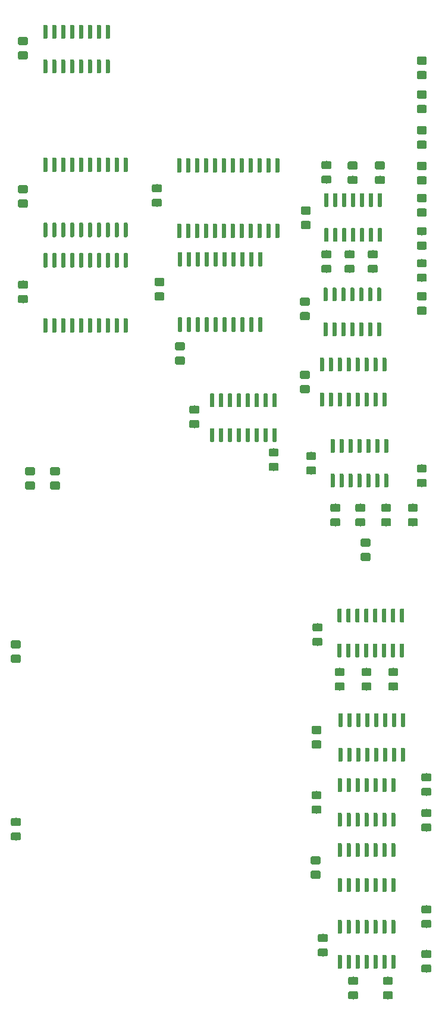
<source format=gbr>
G04 #@! TF.GenerationSoftware,KiCad,Pcbnew,(5.1.2-1)-1*
G04 #@! TF.CreationDate,2019-09-02T14:15:03+01:00*
G04 #@! TF.ProjectId,MZ80-80CLR,4d5a3830-2d38-4304-934c-522e6b696361,rev?*
G04 #@! TF.SameCoordinates,Original*
G04 #@! TF.FileFunction,Paste,Top*
G04 #@! TF.FilePolarity,Positive*
%FSLAX46Y46*%
G04 Gerber Fmt 4.6, Leading zero omitted, Abs format (unit mm)*
G04 Created by KiCad (PCBNEW (5.1.2-1)-1) date 2019-09-02 14:15:03*
%MOMM*%
%LPD*%
G04 APERTURE LIST*
%ADD10C,0.100000*%
%ADD11C,0.600000*%
%ADD12C,1.150000*%
G04 APERTURE END LIST*
D10*
G36*
X117893703Y-65436722D02*
G01*
X117908264Y-65438882D01*
X117922543Y-65442459D01*
X117936403Y-65447418D01*
X117949710Y-65453712D01*
X117962336Y-65461280D01*
X117974159Y-65470048D01*
X117985066Y-65479934D01*
X117994952Y-65490841D01*
X118003720Y-65502664D01*
X118011288Y-65515290D01*
X118017582Y-65528597D01*
X118022541Y-65542457D01*
X118026118Y-65556736D01*
X118028278Y-65571297D01*
X118029000Y-65586000D01*
X118029000Y-67236000D01*
X118028278Y-67250703D01*
X118026118Y-67265264D01*
X118022541Y-67279543D01*
X118017582Y-67293403D01*
X118011288Y-67306710D01*
X118003720Y-67319336D01*
X117994952Y-67331159D01*
X117985066Y-67342066D01*
X117974159Y-67351952D01*
X117962336Y-67360720D01*
X117949710Y-67368288D01*
X117936403Y-67374582D01*
X117922543Y-67379541D01*
X117908264Y-67383118D01*
X117893703Y-67385278D01*
X117879000Y-67386000D01*
X117579000Y-67386000D01*
X117564297Y-67385278D01*
X117549736Y-67383118D01*
X117535457Y-67379541D01*
X117521597Y-67374582D01*
X117508290Y-67368288D01*
X117495664Y-67360720D01*
X117483841Y-67351952D01*
X117472934Y-67342066D01*
X117463048Y-67331159D01*
X117454280Y-67319336D01*
X117446712Y-67306710D01*
X117440418Y-67293403D01*
X117435459Y-67279543D01*
X117431882Y-67265264D01*
X117429722Y-67250703D01*
X117429000Y-67236000D01*
X117429000Y-65586000D01*
X117429722Y-65571297D01*
X117431882Y-65556736D01*
X117435459Y-65542457D01*
X117440418Y-65528597D01*
X117446712Y-65515290D01*
X117454280Y-65502664D01*
X117463048Y-65490841D01*
X117472934Y-65479934D01*
X117483841Y-65470048D01*
X117495664Y-65461280D01*
X117508290Y-65453712D01*
X117521597Y-65447418D01*
X117535457Y-65442459D01*
X117549736Y-65438882D01*
X117564297Y-65436722D01*
X117579000Y-65436000D01*
X117879000Y-65436000D01*
X117893703Y-65436722D01*
X117893703Y-65436722D01*
G37*
D11*
X117729000Y-66411000D03*
D10*
G36*
X119163703Y-65436722D02*
G01*
X119178264Y-65438882D01*
X119192543Y-65442459D01*
X119206403Y-65447418D01*
X119219710Y-65453712D01*
X119232336Y-65461280D01*
X119244159Y-65470048D01*
X119255066Y-65479934D01*
X119264952Y-65490841D01*
X119273720Y-65502664D01*
X119281288Y-65515290D01*
X119287582Y-65528597D01*
X119292541Y-65542457D01*
X119296118Y-65556736D01*
X119298278Y-65571297D01*
X119299000Y-65586000D01*
X119299000Y-67236000D01*
X119298278Y-67250703D01*
X119296118Y-67265264D01*
X119292541Y-67279543D01*
X119287582Y-67293403D01*
X119281288Y-67306710D01*
X119273720Y-67319336D01*
X119264952Y-67331159D01*
X119255066Y-67342066D01*
X119244159Y-67351952D01*
X119232336Y-67360720D01*
X119219710Y-67368288D01*
X119206403Y-67374582D01*
X119192543Y-67379541D01*
X119178264Y-67383118D01*
X119163703Y-67385278D01*
X119149000Y-67386000D01*
X118849000Y-67386000D01*
X118834297Y-67385278D01*
X118819736Y-67383118D01*
X118805457Y-67379541D01*
X118791597Y-67374582D01*
X118778290Y-67368288D01*
X118765664Y-67360720D01*
X118753841Y-67351952D01*
X118742934Y-67342066D01*
X118733048Y-67331159D01*
X118724280Y-67319336D01*
X118716712Y-67306710D01*
X118710418Y-67293403D01*
X118705459Y-67279543D01*
X118701882Y-67265264D01*
X118699722Y-67250703D01*
X118699000Y-67236000D01*
X118699000Y-65586000D01*
X118699722Y-65571297D01*
X118701882Y-65556736D01*
X118705459Y-65542457D01*
X118710418Y-65528597D01*
X118716712Y-65515290D01*
X118724280Y-65502664D01*
X118733048Y-65490841D01*
X118742934Y-65479934D01*
X118753841Y-65470048D01*
X118765664Y-65461280D01*
X118778290Y-65453712D01*
X118791597Y-65447418D01*
X118805457Y-65442459D01*
X118819736Y-65438882D01*
X118834297Y-65436722D01*
X118849000Y-65436000D01*
X119149000Y-65436000D01*
X119163703Y-65436722D01*
X119163703Y-65436722D01*
G37*
D11*
X118999000Y-66411000D03*
D10*
G36*
X120433703Y-65436722D02*
G01*
X120448264Y-65438882D01*
X120462543Y-65442459D01*
X120476403Y-65447418D01*
X120489710Y-65453712D01*
X120502336Y-65461280D01*
X120514159Y-65470048D01*
X120525066Y-65479934D01*
X120534952Y-65490841D01*
X120543720Y-65502664D01*
X120551288Y-65515290D01*
X120557582Y-65528597D01*
X120562541Y-65542457D01*
X120566118Y-65556736D01*
X120568278Y-65571297D01*
X120569000Y-65586000D01*
X120569000Y-67236000D01*
X120568278Y-67250703D01*
X120566118Y-67265264D01*
X120562541Y-67279543D01*
X120557582Y-67293403D01*
X120551288Y-67306710D01*
X120543720Y-67319336D01*
X120534952Y-67331159D01*
X120525066Y-67342066D01*
X120514159Y-67351952D01*
X120502336Y-67360720D01*
X120489710Y-67368288D01*
X120476403Y-67374582D01*
X120462543Y-67379541D01*
X120448264Y-67383118D01*
X120433703Y-67385278D01*
X120419000Y-67386000D01*
X120119000Y-67386000D01*
X120104297Y-67385278D01*
X120089736Y-67383118D01*
X120075457Y-67379541D01*
X120061597Y-67374582D01*
X120048290Y-67368288D01*
X120035664Y-67360720D01*
X120023841Y-67351952D01*
X120012934Y-67342066D01*
X120003048Y-67331159D01*
X119994280Y-67319336D01*
X119986712Y-67306710D01*
X119980418Y-67293403D01*
X119975459Y-67279543D01*
X119971882Y-67265264D01*
X119969722Y-67250703D01*
X119969000Y-67236000D01*
X119969000Y-65586000D01*
X119969722Y-65571297D01*
X119971882Y-65556736D01*
X119975459Y-65542457D01*
X119980418Y-65528597D01*
X119986712Y-65515290D01*
X119994280Y-65502664D01*
X120003048Y-65490841D01*
X120012934Y-65479934D01*
X120023841Y-65470048D01*
X120035664Y-65461280D01*
X120048290Y-65453712D01*
X120061597Y-65447418D01*
X120075457Y-65442459D01*
X120089736Y-65438882D01*
X120104297Y-65436722D01*
X120119000Y-65436000D01*
X120419000Y-65436000D01*
X120433703Y-65436722D01*
X120433703Y-65436722D01*
G37*
D11*
X120269000Y-66411000D03*
D10*
G36*
X121703703Y-65436722D02*
G01*
X121718264Y-65438882D01*
X121732543Y-65442459D01*
X121746403Y-65447418D01*
X121759710Y-65453712D01*
X121772336Y-65461280D01*
X121784159Y-65470048D01*
X121795066Y-65479934D01*
X121804952Y-65490841D01*
X121813720Y-65502664D01*
X121821288Y-65515290D01*
X121827582Y-65528597D01*
X121832541Y-65542457D01*
X121836118Y-65556736D01*
X121838278Y-65571297D01*
X121839000Y-65586000D01*
X121839000Y-67236000D01*
X121838278Y-67250703D01*
X121836118Y-67265264D01*
X121832541Y-67279543D01*
X121827582Y-67293403D01*
X121821288Y-67306710D01*
X121813720Y-67319336D01*
X121804952Y-67331159D01*
X121795066Y-67342066D01*
X121784159Y-67351952D01*
X121772336Y-67360720D01*
X121759710Y-67368288D01*
X121746403Y-67374582D01*
X121732543Y-67379541D01*
X121718264Y-67383118D01*
X121703703Y-67385278D01*
X121689000Y-67386000D01*
X121389000Y-67386000D01*
X121374297Y-67385278D01*
X121359736Y-67383118D01*
X121345457Y-67379541D01*
X121331597Y-67374582D01*
X121318290Y-67368288D01*
X121305664Y-67360720D01*
X121293841Y-67351952D01*
X121282934Y-67342066D01*
X121273048Y-67331159D01*
X121264280Y-67319336D01*
X121256712Y-67306710D01*
X121250418Y-67293403D01*
X121245459Y-67279543D01*
X121241882Y-67265264D01*
X121239722Y-67250703D01*
X121239000Y-67236000D01*
X121239000Y-65586000D01*
X121239722Y-65571297D01*
X121241882Y-65556736D01*
X121245459Y-65542457D01*
X121250418Y-65528597D01*
X121256712Y-65515290D01*
X121264280Y-65502664D01*
X121273048Y-65490841D01*
X121282934Y-65479934D01*
X121293841Y-65470048D01*
X121305664Y-65461280D01*
X121318290Y-65453712D01*
X121331597Y-65447418D01*
X121345457Y-65442459D01*
X121359736Y-65438882D01*
X121374297Y-65436722D01*
X121389000Y-65436000D01*
X121689000Y-65436000D01*
X121703703Y-65436722D01*
X121703703Y-65436722D01*
G37*
D11*
X121539000Y-66411000D03*
D10*
G36*
X122973703Y-65436722D02*
G01*
X122988264Y-65438882D01*
X123002543Y-65442459D01*
X123016403Y-65447418D01*
X123029710Y-65453712D01*
X123042336Y-65461280D01*
X123054159Y-65470048D01*
X123065066Y-65479934D01*
X123074952Y-65490841D01*
X123083720Y-65502664D01*
X123091288Y-65515290D01*
X123097582Y-65528597D01*
X123102541Y-65542457D01*
X123106118Y-65556736D01*
X123108278Y-65571297D01*
X123109000Y-65586000D01*
X123109000Y-67236000D01*
X123108278Y-67250703D01*
X123106118Y-67265264D01*
X123102541Y-67279543D01*
X123097582Y-67293403D01*
X123091288Y-67306710D01*
X123083720Y-67319336D01*
X123074952Y-67331159D01*
X123065066Y-67342066D01*
X123054159Y-67351952D01*
X123042336Y-67360720D01*
X123029710Y-67368288D01*
X123016403Y-67374582D01*
X123002543Y-67379541D01*
X122988264Y-67383118D01*
X122973703Y-67385278D01*
X122959000Y-67386000D01*
X122659000Y-67386000D01*
X122644297Y-67385278D01*
X122629736Y-67383118D01*
X122615457Y-67379541D01*
X122601597Y-67374582D01*
X122588290Y-67368288D01*
X122575664Y-67360720D01*
X122563841Y-67351952D01*
X122552934Y-67342066D01*
X122543048Y-67331159D01*
X122534280Y-67319336D01*
X122526712Y-67306710D01*
X122520418Y-67293403D01*
X122515459Y-67279543D01*
X122511882Y-67265264D01*
X122509722Y-67250703D01*
X122509000Y-67236000D01*
X122509000Y-65586000D01*
X122509722Y-65571297D01*
X122511882Y-65556736D01*
X122515459Y-65542457D01*
X122520418Y-65528597D01*
X122526712Y-65515290D01*
X122534280Y-65502664D01*
X122543048Y-65490841D01*
X122552934Y-65479934D01*
X122563841Y-65470048D01*
X122575664Y-65461280D01*
X122588290Y-65453712D01*
X122601597Y-65447418D01*
X122615457Y-65442459D01*
X122629736Y-65438882D01*
X122644297Y-65436722D01*
X122659000Y-65436000D01*
X122959000Y-65436000D01*
X122973703Y-65436722D01*
X122973703Y-65436722D01*
G37*
D11*
X122809000Y-66411000D03*
D10*
G36*
X124243703Y-65436722D02*
G01*
X124258264Y-65438882D01*
X124272543Y-65442459D01*
X124286403Y-65447418D01*
X124299710Y-65453712D01*
X124312336Y-65461280D01*
X124324159Y-65470048D01*
X124335066Y-65479934D01*
X124344952Y-65490841D01*
X124353720Y-65502664D01*
X124361288Y-65515290D01*
X124367582Y-65528597D01*
X124372541Y-65542457D01*
X124376118Y-65556736D01*
X124378278Y-65571297D01*
X124379000Y-65586000D01*
X124379000Y-67236000D01*
X124378278Y-67250703D01*
X124376118Y-67265264D01*
X124372541Y-67279543D01*
X124367582Y-67293403D01*
X124361288Y-67306710D01*
X124353720Y-67319336D01*
X124344952Y-67331159D01*
X124335066Y-67342066D01*
X124324159Y-67351952D01*
X124312336Y-67360720D01*
X124299710Y-67368288D01*
X124286403Y-67374582D01*
X124272543Y-67379541D01*
X124258264Y-67383118D01*
X124243703Y-67385278D01*
X124229000Y-67386000D01*
X123929000Y-67386000D01*
X123914297Y-67385278D01*
X123899736Y-67383118D01*
X123885457Y-67379541D01*
X123871597Y-67374582D01*
X123858290Y-67368288D01*
X123845664Y-67360720D01*
X123833841Y-67351952D01*
X123822934Y-67342066D01*
X123813048Y-67331159D01*
X123804280Y-67319336D01*
X123796712Y-67306710D01*
X123790418Y-67293403D01*
X123785459Y-67279543D01*
X123781882Y-67265264D01*
X123779722Y-67250703D01*
X123779000Y-67236000D01*
X123779000Y-65586000D01*
X123779722Y-65571297D01*
X123781882Y-65556736D01*
X123785459Y-65542457D01*
X123790418Y-65528597D01*
X123796712Y-65515290D01*
X123804280Y-65502664D01*
X123813048Y-65490841D01*
X123822934Y-65479934D01*
X123833841Y-65470048D01*
X123845664Y-65461280D01*
X123858290Y-65453712D01*
X123871597Y-65447418D01*
X123885457Y-65442459D01*
X123899736Y-65438882D01*
X123914297Y-65436722D01*
X123929000Y-65436000D01*
X124229000Y-65436000D01*
X124243703Y-65436722D01*
X124243703Y-65436722D01*
G37*
D11*
X124079000Y-66411000D03*
D10*
G36*
X125513703Y-65436722D02*
G01*
X125528264Y-65438882D01*
X125542543Y-65442459D01*
X125556403Y-65447418D01*
X125569710Y-65453712D01*
X125582336Y-65461280D01*
X125594159Y-65470048D01*
X125605066Y-65479934D01*
X125614952Y-65490841D01*
X125623720Y-65502664D01*
X125631288Y-65515290D01*
X125637582Y-65528597D01*
X125642541Y-65542457D01*
X125646118Y-65556736D01*
X125648278Y-65571297D01*
X125649000Y-65586000D01*
X125649000Y-67236000D01*
X125648278Y-67250703D01*
X125646118Y-67265264D01*
X125642541Y-67279543D01*
X125637582Y-67293403D01*
X125631288Y-67306710D01*
X125623720Y-67319336D01*
X125614952Y-67331159D01*
X125605066Y-67342066D01*
X125594159Y-67351952D01*
X125582336Y-67360720D01*
X125569710Y-67368288D01*
X125556403Y-67374582D01*
X125542543Y-67379541D01*
X125528264Y-67383118D01*
X125513703Y-67385278D01*
X125499000Y-67386000D01*
X125199000Y-67386000D01*
X125184297Y-67385278D01*
X125169736Y-67383118D01*
X125155457Y-67379541D01*
X125141597Y-67374582D01*
X125128290Y-67368288D01*
X125115664Y-67360720D01*
X125103841Y-67351952D01*
X125092934Y-67342066D01*
X125083048Y-67331159D01*
X125074280Y-67319336D01*
X125066712Y-67306710D01*
X125060418Y-67293403D01*
X125055459Y-67279543D01*
X125051882Y-67265264D01*
X125049722Y-67250703D01*
X125049000Y-67236000D01*
X125049000Y-65586000D01*
X125049722Y-65571297D01*
X125051882Y-65556736D01*
X125055459Y-65542457D01*
X125060418Y-65528597D01*
X125066712Y-65515290D01*
X125074280Y-65502664D01*
X125083048Y-65490841D01*
X125092934Y-65479934D01*
X125103841Y-65470048D01*
X125115664Y-65461280D01*
X125128290Y-65453712D01*
X125141597Y-65447418D01*
X125155457Y-65442459D01*
X125169736Y-65438882D01*
X125184297Y-65436722D01*
X125199000Y-65436000D01*
X125499000Y-65436000D01*
X125513703Y-65436722D01*
X125513703Y-65436722D01*
G37*
D11*
X125349000Y-66411000D03*
D10*
G36*
X125513703Y-70386722D02*
G01*
X125528264Y-70388882D01*
X125542543Y-70392459D01*
X125556403Y-70397418D01*
X125569710Y-70403712D01*
X125582336Y-70411280D01*
X125594159Y-70420048D01*
X125605066Y-70429934D01*
X125614952Y-70440841D01*
X125623720Y-70452664D01*
X125631288Y-70465290D01*
X125637582Y-70478597D01*
X125642541Y-70492457D01*
X125646118Y-70506736D01*
X125648278Y-70521297D01*
X125649000Y-70536000D01*
X125649000Y-72186000D01*
X125648278Y-72200703D01*
X125646118Y-72215264D01*
X125642541Y-72229543D01*
X125637582Y-72243403D01*
X125631288Y-72256710D01*
X125623720Y-72269336D01*
X125614952Y-72281159D01*
X125605066Y-72292066D01*
X125594159Y-72301952D01*
X125582336Y-72310720D01*
X125569710Y-72318288D01*
X125556403Y-72324582D01*
X125542543Y-72329541D01*
X125528264Y-72333118D01*
X125513703Y-72335278D01*
X125499000Y-72336000D01*
X125199000Y-72336000D01*
X125184297Y-72335278D01*
X125169736Y-72333118D01*
X125155457Y-72329541D01*
X125141597Y-72324582D01*
X125128290Y-72318288D01*
X125115664Y-72310720D01*
X125103841Y-72301952D01*
X125092934Y-72292066D01*
X125083048Y-72281159D01*
X125074280Y-72269336D01*
X125066712Y-72256710D01*
X125060418Y-72243403D01*
X125055459Y-72229543D01*
X125051882Y-72215264D01*
X125049722Y-72200703D01*
X125049000Y-72186000D01*
X125049000Y-70536000D01*
X125049722Y-70521297D01*
X125051882Y-70506736D01*
X125055459Y-70492457D01*
X125060418Y-70478597D01*
X125066712Y-70465290D01*
X125074280Y-70452664D01*
X125083048Y-70440841D01*
X125092934Y-70429934D01*
X125103841Y-70420048D01*
X125115664Y-70411280D01*
X125128290Y-70403712D01*
X125141597Y-70397418D01*
X125155457Y-70392459D01*
X125169736Y-70388882D01*
X125184297Y-70386722D01*
X125199000Y-70386000D01*
X125499000Y-70386000D01*
X125513703Y-70386722D01*
X125513703Y-70386722D01*
G37*
D11*
X125349000Y-71361000D03*
D10*
G36*
X124243703Y-70386722D02*
G01*
X124258264Y-70388882D01*
X124272543Y-70392459D01*
X124286403Y-70397418D01*
X124299710Y-70403712D01*
X124312336Y-70411280D01*
X124324159Y-70420048D01*
X124335066Y-70429934D01*
X124344952Y-70440841D01*
X124353720Y-70452664D01*
X124361288Y-70465290D01*
X124367582Y-70478597D01*
X124372541Y-70492457D01*
X124376118Y-70506736D01*
X124378278Y-70521297D01*
X124379000Y-70536000D01*
X124379000Y-72186000D01*
X124378278Y-72200703D01*
X124376118Y-72215264D01*
X124372541Y-72229543D01*
X124367582Y-72243403D01*
X124361288Y-72256710D01*
X124353720Y-72269336D01*
X124344952Y-72281159D01*
X124335066Y-72292066D01*
X124324159Y-72301952D01*
X124312336Y-72310720D01*
X124299710Y-72318288D01*
X124286403Y-72324582D01*
X124272543Y-72329541D01*
X124258264Y-72333118D01*
X124243703Y-72335278D01*
X124229000Y-72336000D01*
X123929000Y-72336000D01*
X123914297Y-72335278D01*
X123899736Y-72333118D01*
X123885457Y-72329541D01*
X123871597Y-72324582D01*
X123858290Y-72318288D01*
X123845664Y-72310720D01*
X123833841Y-72301952D01*
X123822934Y-72292066D01*
X123813048Y-72281159D01*
X123804280Y-72269336D01*
X123796712Y-72256710D01*
X123790418Y-72243403D01*
X123785459Y-72229543D01*
X123781882Y-72215264D01*
X123779722Y-72200703D01*
X123779000Y-72186000D01*
X123779000Y-70536000D01*
X123779722Y-70521297D01*
X123781882Y-70506736D01*
X123785459Y-70492457D01*
X123790418Y-70478597D01*
X123796712Y-70465290D01*
X123804280Y-70452664D01*
X123813048Y-70440841D01*
X123822934Y-70429934D01*
X123833841Y-70420048D01*
X123845664Y-70411280D01*
X123858290Y-70403712D01*
X123871597Y-70397418D01*
X123885457Y-70392459D01*
X123899736Y-70388882D01*
X123914297Y-70386722D01*
X123929000Y-70386000D01*
X124229000Y-70386000D01*
X124243703Y-70386722D01*
X124243703Y-70386722D01*
G37*
D11*
X124079000Y-71361000D03*
D10*
G36*
X122973703Y-70386722D02*
G01*
X122988264Y-70388882D01*
X123002543Y-70392459D01*
X123016403Y-70397418D01*
X123029710Y-70403712D01*
X123042336Y-70411280D01*
X123054159Y-70420048D01*
X123065066Y-70429934D01*
X123074952Y-70440841D01*
X123083720Y-70452664D01*
X123091288Y-70465290D01*
X123097582Y-70478597D01*
X123102541Y-70492457D01*
X123106118Y-70506736D01*
X123108278Y-70521297D01*
X123109000Y-70536000D01*
X123109000Y-72186000D01*
X123108278Y-72200703D01*
X123106118Y-72215264D01*
X123102541Y-72229543D01*
X123097582Y-72243403D01*
X123091288Y-72256710D01*
X123083720Y-72269336D01*
X123074952Y-72281159D01*
X123065066Y-72292066D01*
X123054159Y-72301952D01*
X123042336Y-72310720D01*
X123029710Y-72318288D01*
X123016403Y-72324582D01*
X123002543Y-72329541D01*
X122988264Y-72333118D01*
X122973703Y-72335278D01*
X122959000Y-72336000D01*
X122659000Y-72336000D01*
X122644297Y-72335278D01*
X122629736Y-72333118D01*
X122615457Y-72329541D01*
X122601597Y-72324582D01*
X122588290Y-72318288D01*
X122575664Y-72310720D01*
X122563841Y-72301952D01*
X122552934Y-72292066D01*
X122543048Y-72281159D01*
X122534280Y-72269336D01*
X122526712Y-72256710D01*
X122520418Y-72243403D01*
X122515459Y-72229543D01*
X122511882Y-72215264D01*
X122509722Y-72200703D01*
X122509000Y-72186000D01*
X122509000Y-70536000D01*
X122509722Y-70521297D01*
X122511882Y-70506736D01*
X122515459Y-70492457D01*
X122520418Y-70478597D01*
X122526712Y-70465290D01*
X122534280Y-70452664D01*
X122543048Y-70440841D01*
X122552934Y-70429934D01*
X122563841Y-70420048D01*
X122575664Y-70411280D01*
X122588290Y-70403712D01*
X122601597Y-70397418D01*
X122615457Y-70392459D01*
X122629736Y-70388882D01*
X122644297Y-70386722D01*
X122659000Y-70386000D01*
X122959000Y-70386000D01*
X122973703Y-70386722D01*
X122973703Y-70386722D01*
G37*
D11*
X122809000Y-71361000D03*
D10*
G36*
X121703703Y-70386722D02*
G01*
X121718264Y-70388882D01*
X121732543Y-70392459D01*
X121746403Y-70397418D01*
X121759710Y-70403712D01*
X121772336Y-70411280D01*
X121784159Y-70420048D01*
X121795066Y-70429934D01*
X121804952Y-70440841D01*
X121813720Y-70452664D01*
X121821288Y-70465290D01*
X121827582Y-70478597D01*
X121832541Y-70492457D01*
X121836118Y-70506736D01*
X121838278Y-70521297D01*
X121839000Y-70536000D01*
X121839000Y-72186000D01*
X121838278Y-72200703D01*
X121836118Y-72215264D01*
X121832541Y-72229543D01*
X121827582Y-72243403D01*
X121821288Y-72256710D01*
X121813720Y-72269336D01*
X121804952Y-72281159D01*
X121795066Y-72292066D01*
X121784159Y-72301952D01*
X121772336Y-72310720D01*
X121759710Y-72318288D01*
X121746403Y-72324582D01*
X121732543Y-72329541D01*
X121718264Y-72333118D01*
X121703703Y-72335278D01*
X121689000Y-72336000D01*
X121389000Y-72336000D01*
X121374297Y-72335278D01*
X121359736Y-72333118D01*
X121345457Y-72329541D01*
X121331597Y-72324582D01*
X121318290Y-72318288D01*
X121305664Y-72310720D01*
X121293841Y-72301952D01*
X121282934Y-72292066D01*
X121273048Y-72281159D01*
X121264280Y-72269336D01*
X121256712Y-72256710D01*
X121250418Y-72243403D01*
X121245459Y-72229543D01*
X121241882Y-72215264D01*
X121239722Y-72200703D01*
X121239000Y-72186000D01*
X121239000Y-70536000D01*
X121239722Y-70521297D01*
X121241882Y-70506736D01*
X121245459Y-70492457D01*
X121250418Y-70478597D01*
X121256712Y-70465290D01*
X121264280Y-70452664D01*
X121273048Y-70440841D01*
X121282934Y-70429934D01*
X121293841Y-70420048D01*
X121305664Y-70411280D01*
X121318290Y-70403712D01*
X121331597Y-70397418D01*
X121345457Y-70392459D01*
X121359736Y-70388882D01*
X121374297Y-70386722D01*
X121389000Y-70386000D01*
X121689000Y-70386000D01*
X121703703Y-70386722D01*
X121703703Y-70386722D01*
G37*
D11*
X121539000Y-71361000D03*
D10*
G36*
X120433703Y-70386722D02*
G01*
X120448264Y-70388882D01*
X120462543Y-70392459D01*
X120476403Y-70397418D01*
X120489710Y-70403712D01*
X120502336Y-70411280D01*
X120514159Y-70420048D01*
X120525066Y-70429934D01*
X120534952Y-70440841D01*
X120543720Y-70452664D01*
X120551288Y-70465290D01*
X120557582Y-70478597D01*
X120562541Y-70492457D01*
X120566118Y-70506736D01*
X120568278Y-70521297D01*
X120569000Y-70536000D01*
X120569000Y-72186000D01*
X120568278Y-72200703D01*
X120566118Y-72215264D01*
X120562541Y-72229543D01*
X120557582Y-72243403D01*
X120551288Y-72256710D01*
X120543720Y-72269336D01*
X120534952Y-72281159D01*
X120525066Y-72292066D01*
X120514159Y-72301952D01*
X120502336Y-72310720D01*
X120489710Y-72318288D01*
X120476403Y-72324582D01*
X120462543Y-72329541D01*
X120448264Y-72333118D01*
X120433703Y-72335278D01*
X120419000Y-72336000D01*
X120119000Y-72336000D01*
X120104297Y-72335278D01*
X120089736Y-72333118D01*
X120075457Y-72329541D01*
X120061597Y-72324582D01*
X120048290Y-72318288D01*
X120035664Y-72310720D01*
X120023841Y-72301952D01*
X120012934Y-72292066D01*
X120003048Y-72281159D01*
X119994280Y-72269336D01*
X119986712Y-72256710D01*
X119980418Y-72243403D01*
X119975459Y-72229543D01*
X119971882Y-72215264D01*
X119969722Y-72200703D01*
X119969000Y-72186000D01*
X119969000Y-70536000D01*
X119969722Y-70521297D01*
X119971882Y-70506736D01*
X119975459Y-70492457D01*
X119980418Y-70478597D01*
X119986712Y-70465290D01*
X119994280Y-70452664D01*
X120003048Y-70440841D01*
X120012934Y-70429934D01*
X120023841Y-70420048D01*
X120035664Y-70411280D01*
X120048290Y-70403712D01*
X120061597Y-70397418D01*
X120075457Y-70392459D01*
X120089736Y-70388882D01*
X120104297Y-70386722D01*
X120119000Y-70386000D01*
X120419000Y-70386000D01*
X120433703Y-70386722D01*
X120433703Y-70386722D01*
G37*
D11*
X120269000Y-71361000D03*
D10*
G36*
X119163703Y-70386722D02*
G01*
X119178264Y-70388882D01*
X119192543Y-70392459D01*
X119206403Y-70397418D01*
X119219710Y-70403712D01*
X119232336Y-70411280D01*
X119244159Y-70420048D01*
X119255066Y-70429934D01*
X119264952Y-70440841D01*
X119273720Y-70452664D01*
X119281288Y-70465290D01*
X119287582Y-70478597D01*
X119292541Y-70492457D01*
X119296118Y-70506736D01*
X119298278Y-70521297D01*
X119299000Y-70536000D01*
X119299000Y-72186000D01*
X119298278Y-72200703D01*
X119296118Y-72215264D01*
X119292541Y-72229543D01*
X119287582Y-72243403D01*
X119281288Y-72256710D01*
X119273720Y-72269336D01*
X119264952Y-72281159D01*
X119255066Y-72292066D01*
X119244159Y-72301952D01*
X119232336Y-72310720D01*
X119219710Y-72318288D01*
X119206403Y-72324582D01*
X119192543Y-72329541D01*
X119178264Y-72333118D01*
X119163703Y-72335278D01*
X119149000Y-72336000D01*
X118849000Y-72336000D01*
X118834297Y-72335278D01*
X118819736Y-72333118D01*
X118805457Y-72329541D01*
X118791597Y-72324582D01*
X118778290Y-72318288D01*
X118765664Y-72310720D01*
X118753841Y-72301952D01*
X118742934Y-72292066D01*
X118733048Y-72281159D01*
X118724280Y-72269336D01*
X118716712Y-72256710D01*
X118710418Y-72243403D01*
X118705459Y-72229543D01*
X118701882Y-72215264D01*
X118699722Y-72200703D01*
X118699000Y-72186000D01*
X118699000Y-70536000D01*
X118699722Y-70521297D01*
X118701882Y-70506736D01*
X118705459Y-70492457D01*
X118710418Y-70478597D01*
X118716712Y-70465290D01*
X118724280Y-70452664D01*
X118733048Y-70440841D01*
X118742934Y-70429934D01*
X118753841Y-70420048D01*
X118765664Y-70411280D01*
X118778290Y-70403712D01*
X118791597Y-70397418D01*
X118805457Y-70392459D01*
X118819736Y-70388882D01*
X118834297Y-70386722D01*
X118849000Y-70386000D01*
X119149000Y-70386000D01*
X119163703Y-70386722D01*
X119163703Y-70386722D01*
G37*
D11*
X118999000Y-71361000D03*
D10*
G36*
X117893703Y-70386722D02*
G01*
X117908264Y-70388882D01*
X117922543Y-70392459D01*
X117936403Y-70397418D01*
X117949710Y-70403712D01*
X117962336Y-70411280D01*
X117974159Y-70420048D01*
X117985066Y-70429934D01*
X117994952Y-70440841D01*
X118003720Y-70452664D01*
X118011288Y-70465290D01*
X118017582Y-70478597D01*
X118022541Y-70492457D01*
X118026118Y-70506736D01*
X118028278Y-70521297D01*
X118029000Y-70536000D01*
X118029000Y-72186000D01*
X118028278Y-72200703D01*
X118026118Y-72215264D01*
X118022541Y-72229543D01*
X118017582Y-72243403D01*
X118011288Y-72256710D01*
X118003720Y-72269336D01*
X117994952Y-72281159D01*
X117985066Y-72292066D01*
X117974159Y-72301952D01*
X117962336Y-72310720D01*
X117949710Y-72318288D01*
X117936403Y-72324582D01*
X117922543Y-72329541D01*
X117908264Y-72333118D01*
X117893703Y-72335278D01*
X117879000Y-72336000D01*
X117579000Y-72336000D01*
X117564297Y-72335278D01*
X117549736Y-72333118D01*
X117535457Y-72329541D01*
X117521597Y-72324582D01*
X117508290Y-72318288D01*
X117495664Y-72310720D01*
X117483841Y-72301952D01*
X117472934Y-72292066D01*
X117463048Y-72281159D01*
X117454280Y-72269336D01*
X117446712Y-72256710D01*
X117440418Y-72243403D01*
X117435459Y-72229543D01*
X117431882Y-72215264D01*
X117429722Y-72200703D01*
X117429000Y-72186000D01*
X117429000Y-70536000D01*
X117429722Y-70521297D01*
X117431882Y-70506736D01*
X117435459Y-70492457D01*
X117440418Y-70478597D01*
X117446712Y-70465290D01*
X117454280Y-70452664D01*
X117463048Y-70440841D01*
X117472934Y-70429934D01*
X117483841Y-70420048D01*
X117495664Y-70411280D01*
X117508290Y-70403712D01*
X117521597Y-70397418D01*
X117535457Y-70392459D01*
X117549736Y-70388882D01*
X117564297Y-70386722D01*
X117579000Y-70386000D01*
X117879000Y-70386000D01*
X117893703Y-70386722D01*
X117893703Y-70386722D01*
G37*
D11*
X117729000Y-71361000D03*
D10*
G36*
X119925703Y-155427722D02*
G01*
X119940264Y-155429882D01*
X119954543Y-155433459D01*
X119968403Y-155438418D01*
X119981710Y-155444712D01*
X119994336Y-155452280D01*
X120006159Y-155461048D01*
X120017066Y-155470934D01*
X120026952Y-155481841D01*
X120035720Y-155493664D01*
X120043288Y-155506290D01*
X120049582Y-155519597D01*
X120054541Y-155533457D01*
X120058118Y-155547736D01*
X120060278Y-155562297D01*
X120061000Y-155577000D01*
X120061000Y-157227000D01*
X120060278Y-157241703D01*
X120058118Y-157256264D01*
X120054541Y-157270543D01*
X120049582Y-157284403D01*
X120043288Y-157297710D01*
X120035720Y-157310336D01*
X120026952Y-157322159D01*
X120017066Y-157333066D01*
X120006159Y-157342952D01*
X119994336Y-157351720D01*
X119981710Y-157359288D01*
X119968403Y-157365582D01*
X119954543Y-157370541D01*
X119940264Y-157374118D01*
X119925703Y-157376278D01*
X119911000Y-157377000D01*
X119611000Y-157377000D01*
X119596297Y-157376278D01*
X119581736Y-157374118D01*
X119567457Y-157370541D01*
X119553597Y-157365582D01*
X119540290Y-157359288D01*
X119527664Y-157351720D01*
X119515841Y-157342952D01*
X119504934Y-157333066D01*
X119495048Y-157322159D01*
X119486280Y-157310336D01*
X119478712Y-157297710D01*
X119472418Y-157284403D01*
X119467459Y-157270543D01*
X119463882Y-157256264D01*
X119461722Y-157241703D01*
X119461000Y-157227000D01*
X119461000Y-155577000D01*
X119461722Y-155562297D01*
X119463882Y-155547736D01*
X119467459Y-155533457D01*
X119472418Y-155519597D01*
X119478712Y-155506290D01*
X119486280Y-155493664D01*
X119495048Y-155481841D01*
X119504934Y-155470934D01*
X119515841Y-155461048D01*
X119527664Y-155452280D01*
X119540290Y-155444712D01*
X119553597Y-155438418D01*
X119567457Y-155433459D01*
X119581736Y-155429882D01*
X119596297Y-155427722D01*
X119611000Y-155427000D01*
X119911000Y-155427000D01*
X119925703Y-155427722D01*
X119925703Y-155427722D01*
G37*
D11*
X119761000Y-156402000D03*
D10*
G36*
X121195703Y-155427722D02*
G01*
X121210264Y-155429882D01*
X121224543Y-155433459D01*
X121238403Y-155438418D01*
X121251710Y-155444712D01*
X121264336Y-155452280D01*
X121276159Y-155461048D01*
X121287066Y-155470934D01*
X121296952Y-155481841D01*
X121305720Y-155493664D01*
X121313288Y-155506290D01*
X121319582Y-155519597D01*
X121324541Y-155533457D01*
X121328118Y-155547736D01*
X121330278Y-155562297D01*
X121331000Y-155577000D01*
X121331000Y-157227000D01*
X121330278Y-157241703D01*
X121328118Y-157256264D01*
X121324541Y-157270543D01*
X121319582Y-157284403D01*
X121313288Y-157297710D01*
X121305720Y-157310336D01*
X121296952Y-157322159D01*
X121287066Y-157333066D01*
X121276159Y-157342952D01*
X121264336Y-157351720D01*
X121251710Y-157359288D01*
X121238403Y-157365582D01*
X121224543Y-157370541D01*
X121210264Y-157374118D01*
X121195703Y-157376278D01*
X121181000Y-157377000D01*
X120881000Y-157377000D01*
X120866297Y-157376278D01*
X120851736Y-157374118D01*
X120837457Y-157370541D01*
X120823597Y-157365582D01*
X120810290Y-157359288D01*
X120797664Y-157351720D01*
X120785841Y-157342952D01*
X120774934Y-157333066D01*
X120765048Y-157322159D01*
X120756280Y-157310336D01*
X120748712Y-157297710D01*
X120742418Y-157284403D01*
X120737459Y-157270543D01*
X120733882Y-157256264D01*
X120731722Y-157241703D01*
X120731000Y-157227000D01*
X120731000Y-155577000D01*
X120731722Y-155562297D01*
X120733882Y-155547736D01*
X120737459Y-155533457D01*
X120742418Y-155519597D01*
X120748712Y-155506290D01*
X120756280Y-155493664D01*
X120765048Y-155481841D01*
X120774934Y-155470934D01*
X120785841Y-155461048D01*
X120797664Y-155452280D01*
X120810290Y-155444712D01*
X120823597Y-155438418D01*
X120837457Y-155433459D01*
X120851736Y-155429882D01*
X120866297Y-155427722D01*
X120881000Y-155427000D01*
X121181000Y-155427000D01*
X121195703Y-155427722D01*
X121195703Y-155427722D01*
G37*
D11*
X121031000Y-156402000D03*
D10*
G36*
X122465703Y-155427722D02*
G01*
X122480264Y-155429882D01*
X122494543Y-155433459D01*
X122508403Y-155438418D01*
X122521710Y-155444712D01*
X122534336Y-155452280D01*
X122546159Y-155461048D01*
X122557066Y-155470934D01*
X122566952Y-155481841D01*
X122575720Y-155493664D01*
X122583288Y-155506290D01*
X122589582Y-155519597D01*
X122594541Y-155533457D01*
X122598118Y-155547736D01*
X122600278Y-155562297D01*
X122601000Y-155577000D01*
X122601000Y-157227000D01*
X122600278Y-157241703D01*
X122598118Y-157256264D01*
X122594541Y-157270543D01*
X122589582Y-157284403D01*
X122583288Y-157297710D01*
X122575720Y-157310336D01*
X122566952Y-157322159D01*
X122557066Y-157333066D01*
X122546159Y-157342952D01*
X122534336Y-157351720D01*
X122521710Y-157359288D01*
X122508403Y-157365582D01*
X122494543Y-157370541D01*
X122480264Y-157374118D01*
X122465703Y-157376278D01*
X122451000Y-157377000D01*
X122151000Y-157377000D01*
X122136297Y-157376278D01*
X122121736Y-157374118D01*
X122107457Y-157370541D01*
X122093597Y-157365582D01*
X122080290Y-157359288D01*
X122067664Y-157351720D01*
X122055841Y-157342952D01*
X122044934Y-157333066D01*
X122035048Y-157322159D01*
X122026280Y-157310336D01*
X122018712Y-157297710D01*
X122012418Y-157284403D01*
X122007459Y-157270543D01*
X122003882Y-157256264D01*
X122001722Y-157241703D01*
X122001000Y-157227000D01*
X122001000Y-155577000D01*
X122001722Y-155562297D01*
X122003882Y-155547736D01*
X122007459Y-155533457D01*
X122012418Y-155519597D01*
X122018712Y-155506290D01*
X122026280Y-155493664D01*
X122035048Y-155481841D01*
X122044934Y-155470934D01*
X122055841Y-155461048D01*
X122067664Y-155452280D01*
X122080290Y-155444712D01*
X122093597Y-155438418D01*
X122107457Y-155433459D01*
X122121736Y-155429882D01*
X122136297Y-155427722D01*
X122151000Y-155427000D01*
X122451000Y-155427000D01*
X122465703Y-155427722D01*
X122465703Y-155427722D01*
G37*
D11*
X122301000Y-156402000D03*
D10*
G36*
X123735703Y-155427722D02*
G01*
X123750264Y-155429882D01*
X123764543Y-155433459D01*
X123778403Y-155438418D01*
X123791710Y-155444712D01*
X123804336Y-155452280D01*
X123816159Y-155461048D01*
X123827066Y-155470934D01*
X123836952Y-155481841D01*
X123845720Y-155493664D01*
X123853288Y-155506290D01*
X123859582Y-155519597D01*
X123864541Y-155533457D01*
X123868118Y-155547736D01*
X123870278Y-155562297D01*
X123871000Y-155577000D01*
X123871000Y-157227000D01*
X123870278Y-157241703D01*
X123868118Y-157256264D01*
X123864541Y-157270543D01*
X123859582Y-157284403D01*
X123853288Y-157297710D01*
X123845720Y-157310336D01*
X123836952Y-157322159D01*
X123827066Y-157333066D01*
X123816159Y-157342952D01*
X123804336Y-157351720D01*
X123791710Y-157359288D01*
X123778403Y-157365582D01*
X123764543Y-157370541D01*
X123750264Y-157374118D01*
X123735703Y-157376278D01*
X123721000Y-157377000D01*
X123421000Y-157377000D01*
X123406297Y-157376278D01*
X123391736Y-157374118D01*
X123377457Y-157370541D01*
X123363597Y-157365582D01*
X123350290Y-157359288D01*
X123337664Y-157351720D01*
X123325841Y-157342952D01*
X123314934Y-157333066D01*
X123305048Y-157322159D01*
X123296280Y-157310336D01*
X123288712Y-157297710D01*
X123282418Y-157284403D01*
X123277459Y-157270543D01*
X123273882Y-157256264D01*
X123271722Y-157241703D01*
X123271000Y-157227000D01*
X123271000Y-155577000D01*
X123271722Y-155562297D01*
X123273882Y-155547736D01*
X123277459Y-155533457D01*
X123282418Y-155519597D01*
X123288712Y-155506290D01*
X123296280Y-155493664D01*
X123305048Y-155481841D01*
X123314934Y-155470934D01*
X123325841Y-155461048D01*
X123337664Y-155452280D01*
X123350290Y-155444712D01*
X123363597Y-155438418D01*
X123377457Y-155433459D01*
X123391736Y-155429882D01*
X123406297Y-155427722D01*
X123421000Y-155427000D01*
X123721000Y-155427000D01*
X123735703Y-155427722D01*
X123735703Y-155427722D01*
G37*
D11*
X123571000Y-156402000D03*
D10*
G36*
X125005703Y-155427722D02*
G01*
X125020264Y-155429882D01*
X125034543Y-155433459D01*
X125048403Y-155438418D01*
X125061710Y-155444712D01*
X125074336Y-155452280D01*
X125086159Y-155461048D01*
X125097066Y-155470934D01*
X125106952Y-155481841D01*
X125115720Y-155493664D01*
X125123288Y-155506290D01*
X125129582Y-155519597D01*
X125134541Y-155533457D01*
X125138118Y-155547736D01*
X125140278Y-155562297D01*
X125141000Y-155577000D01*
X125141000Y-157227000D01*
X125140278Y-157241703D01*
X125138118Y-157256264D01*
X125134541Y-157270543D01*
X125129582Y-157284403D01*
X125123288Y-157297710D01*
X125115720Y-157310336D01*
X125106952Y-157322159D01*
X125097066Y-157333066D01*
X125086159Y-157342952D01*
X125074336Y-157351720D01*
X125061710Y-157359288D01*
X125048403Y-157365582D01*
X125034543Y-157370541D01*
X125020264Y-157374118D01*
X125005703Y-157376278D01*
X124991000Y-157377000D01*
X124691000Y-157377000D01*
X124676297Y-157376278D01*
X124661736Y-157374118D01*
X124647457Y-157370541D01*
X124633597Y-157365582D01*
X124620290Y-157359288D01*
X124607664Y-157351720D01*
X124595841Y-157342952D01*
X124584934Y-157333066D01*
X124575048Y-157322159D01*
X124566280Y-157310336D01*
X124558712Y-157297710D01*
X124552418Y-157284403D01*
X124547459Y-157270543D01*
X124543882Y-157256264D01*
X124541722Y-157241703D01*
X124541000Y-157227000D01*
X124541000Y-155577000D01*
X124541722Y-155562297D01*
X124543882Y-155547736D01*
X124547459Y-155533457D01*
X124552418Y-155519597D01*
X124558712Y-155506290D01*
X124566280Y-155493664D01*
X124575048Y-155481841D01*
X124584934Y-155470934D01*
X124595841Y-155461048D01*
X124607664Y-155452280D01*
X124620290Y-155444712D01*
X124633597Y-155438418D01*
X124647457Y-155433459D01*
X124661736Y-155429882D01*
X124676297Y-155427722D01*
X124691000Y-155427000D01*
X124991000Y-155427000D01*
X125005703Y-155427722D01*
X125005703Y-155427722D01*
G37*
D11*
X124841000Y-156402000D03*
D10*
G36*
X126275703Y-155427722D02*
G01*
X126290264Y-155429882D01*
X126304543Y-155433459D01*
X126318403Y-155438418D01*
X126331710Y-155444712D01*
X126344336Y-155452280D01*
X126356159Y-155461048D01*
X126367066Y-155470934D01*
X126376952Y-155481841D01*
X126385720Y-155493664D01*
X126393288Y-155506290D01*
X126399582Y-155519597D01*
X126404541Y-155533457D01*
X126408118Y-155547736D01*
X126410278Y-155562297D01*
X126411000Y-155577000D01*
X126411000Y-157227000D01*
X126410278Y-157241703D01*
X126408118Y-157256264D01*
X126404541Y-157270543D01*
X126399582Y-157284403D01*
X126393288Y-157297710D01*
X126385720Y-157310336D01*
X126376952Y-157322159D01*
X126367066Y-157333066D01*
X126356159Y-157342952D01*
X126344336Y-157351720D01*
X126331710Y-157359288D01*
X126318403Y-157365582D01*
X126304543Y-157370541D01*
X126290264Y-157374118D01*
X126275703Y-157376278D01*
X126261000Y-157377000D01*
X125961000Y-157377000D01*
X125946297Y-157376278D01*
X125931736Y-157374118D01*
X125917457Y-157370541D01*
X125903597Y-157365582D01*
X125890290Y-157359288D01*
X125877664Y-157351720D01*
X125865841Y-157342952D01*
X125854934Y-157333066D01*
X125845048Y-157322159D01*
X125836280Y-157310336D01*
X125828712Y-157297710D01*
X125822418Y-157284403D01*
X125817459Y-157270543D01*
X125813882Y-157256264D01*
X125811722Y-157241703D01*
X125811000Y-157227000D01*
X125811000Y-155577000D01*
X125811722Y-155562297D01*
X125813882Y-155547736D01*
X125817459Y-155533457D01*
X125822418Y-155519597D01*
X125828712Y-155506290D01*
X125836280Y-155493664D01*
X125845048Y-155481841D01*
X125854934Y-155470934D01*
X125865841Y-155461048D01*
X125877664Y-155452280D01*
X125890290Y-155444712D01*
X125903597Y-155438418D01*
X125917457Y-155433459D01*
X125931736Y-155429882D01*
X125946297Y-155427722D01*
X125961000Y-155427000D01*
X126261000Y-155427000D01*
X126275703Y-155427722D01*
X126275703Y-155427722D01*
G37*
D11*
X126111000Y-156402000D03*
D10*
G36*
X127545703Y-155427722D02*
G01*
X127560264Y-155429882D01*
X127574543Y-155433459D01*
X127588403Y-155438418D01*
X127601710Y-155444712D01*
X127614336Y-155452280D01*
X127626159Y-155461048D01*
X127637066Y-155470934D01*
X127646952Y-155481841D01*
X127655720Y-155493664D01*
X127663288Y-155506290D01*
X127669582Y-155519597D01*
X127674541Y-155533457D01*
X127678118Y-155547736D01*
X127680278Y-155562297D01*
X127681000Y-155577000D01*
X127681000Y-157227000D01*
X127680278Y-157241703D01*
X127678118Y-157256264D01*
X127674541Y-157270543D01*
X127669582Y-157284403D01*
X127663288Y-157297710D01*
X127655720Y-157310336D01*
X127646952Y-157322159D01*
X127637066Y-157333066D01*
X127626159Y-157342952D01*
X127614336Y-157351720D01*
X127601710Y-157359288D01*
X127588403Y-157365582D01*
X127574543Y-157370541D01*
X127560264Y-157374118D01*
X127545703Y-157376278D01*
X127531000Y-157377000D01*
X127231000Y-157377000D01*
X127216297Y-157376278D01*
X127201736Y-157374118D01*
X127187457Y-157370541D01*
X127173597Y-157365582D01*
X127160290Y-157359288D01*
X127147664Y-157351720D01*
X127135841Y-157342952D01*
X127124934Y-157333066D01*
X127115048Y-157322159D01*
X127106280Y-157310336D01*
X127098712Y-157297710D01*
X127092418Y-157284403D01*
X127087459Y-157270543D01*
X127083882Y-157256264D01*
X127081722Y-157241703D01*
X127081000Y-157227000D01*
X127081000Y-155577000D01*
X127081722Y-155562297D01*
X127083882Y-155547736D01*
X127087459Y-155533457D01*
X127092418Y-155519597D01*
X127098712Y-155506290D01*
X127106280Y-155493664D01*
X127115048Y-155481841D01*
X127124934Y-155470934D01*
X127135841Y-155461048D01*
X127147664Y-155452280D01*
X127160290Y-155444712D01*
X127173597Y-155438418D01*
X127187457Y-155433459D01*
X127201736Y-155429882D01*
X127216297Y-155427722D01*
X127231000Y-155427000D01*
X127531000Y-155427000D01*
X127545703Y-155427722D01*
X127545703Y-155427722D01*
G37*
D11*
X127381000Y-156402000D03*
D10*
G36*
X127545703Y-160377722D02*
G01*
X127560264Y-160379882D01*
X127574543Y-160383459D01*
X127588403Y-160388418D01*
X127601710Y-160394712D01*
X127614336Y-160402280D01*
X127626159Y-160411048D01*
X127637066Y-160420934D01*
X127646952Y-160431841D01*
X127655720Y-160443664D01*
X127663288Y-160456290D01*
X127669582Y-160469597D01*
X127674541Y-160483457D01*
X127678118Y-160497736D01*
X127680278Y-160512297D01*
X127681000Y-160527000D01*
X127681000Y-162177000D01*
X127680278Y-162191703D01*
X127678118Y-162206264D01*
X127674541Y-162220543D01*
X127669582Y-162234403D01*
X127663288Y-162247710D01*
X127655720Y-162260336D01*
X127646952Y-162272159D01*
X127637066Y-162283066D01*
X127626159Y-162292952D01*
X127614336Y-162301720D01*
X127601710Y-162309288D01*
X127588403Y-162315582D01*
X127574543Y-162320541D01*
X127560264Y-162324118D01*
X127545703Y-162326278D01*
X127531000Y-162327000D01*
X127231000Y-162327000D01*
X127216297Y-162326278D01*
X127201736Y-162324118D01*
X127187457Y-162320541D01*
X127173597Y-162315582D01*
X127160290Y-162309288D01*
X127147664Y-162301720D01*
X127135841Y-162292952D01*
X127124934Y-162283066D01*
X127115048Y-162272159D01*
X127106280Y-162260336D01*
X127098712Y-162247710D01*
X127092418Y-162234403D01*
X127087459Y-162220543D01*
X127083882Y-162206264D01*
X127081722Y-162191703D01*
X127081000Y-162177000D01*
X127081000Y-160527000D01*
X127081722Y-160512297D01*
X127083882Y-160497736D01*
X127087459Y-160483457D01*
X127092418Y-160469597D01*
X127098712Y-160456290D01*
X127106280Y-160443664D01*
X127115048Y-160431841D01*
X127124934Y-160420934D01*
X127135841Y-160411048D01*
X127147664Y-160402280D01*
X127160290Y-160394712D01*
X127173597Y-160388418D01*
X127187457Y-160383459D01*
X127201736Y-160379882D01*
X127216297Y-160377722D01*
X127231000Y-160377000D01*
X127531000Y-160377000D01*
X127545703Y-160377722D01*
X127545703Y-160377722D01*
G37*
D11*
X127381000Y-161352000D03*
D10*
G36*
X126275703Y-160377722D02*
G01*
X126290264Y-160379882D01*
X126304543Y-160383459D01*
X126318403Y-160388418D01*
X126331710Y-160394712D01*
X126344336Y-160402280D01*
X126356159Y-160411048D01*
X126367066Y-160420934D01*
X126376952Y-160431841D01*
X126385720Y-160443664D01*
X126393288Y-160456290D01*
X126399582Y-160469597D01*
X126404541Y-160483457D01*
X126408118Y-160497736D01*
X126410278Y-160512297D01*
X126411000Y-160527000D01*
X126411000Y-162177000D01*
X126410278Y-162191703D01*
X126408118Y-162206264D01*
X126404541Y-162220543D01*
X126399582Y-162234403D01*
X126393288Y-162247710D01*
X126385720Y-162260336D01*
X126376952Y-162272159D01*
X126367066Y-162283066D01*
X126356159Y-162292952D01*
X126344336Y-162301720D01*
X126331710Y-162309288D01*
X126318403Y-162315582D01*
X126304543Y-162320541D01*
X126290264Y-162324118D01*
X126275703Y-162326278D01*
X126261000Y-162327000D01*
X125961000Y-162327000D01*
X125946297Y-162326278D01*
X125931736Y-162324118D01*
X125917457Y-162320541D01*
X125903597Y-162315582D01*
X125890290Y-162309288D01*
X125877664Y-162301720D01*
X125865841Y-162292952D01*
X125854934Y-162283066D01*
X125845048Y-162272159D01*
X125836280Y-162260336D01*
X125828712Y-162247710D01*
X125822418Y-162234403D01*
X125817459Y-162220543D01*
X125813882Y-162206264D01*
X125811722Y-162191703D01*
X125811000Y-162177000D01*
X125811000Y-160527000D01*
X125811722Y-160512297D01*
X125813882Y-160497736D01*
X125817459Y-160483457D01*
X125822418Y-160469597D01*
X125828712Y-160456290D01*
X125836280Y-160443664D01*
X125845048Y-160431841D01*
X125854934Y-160420934D01*
X125865841Y-160411048D01*
X125877664Y-160402280D01*
X125890290Y-160394712D01*
X125903597Y-160388418D01*
X125917457Y-160383459D01*
X125931736Y-160379882D01*
X125946297Y-160377722D01*
X125961000Y-160377000D01*
X126261000Y-160377000D01*
X126275703Y-160377722D01*
X126275703Y-160377722D01*
G37*
D11*
X126111000Y-161352000D03*
D10*
G36*
X125005703Y-160377722D02*
G01*
X125020264Y-160379882D01*
X125034543Y-160383459D01*
X125048403Y-160388418D01*
X125061710Y-160394712D01*
X125074336Y-160402280D01*
X125086159Y-160411048D01*
X125097066Y-160420934D01*
X125106952Y-160431841D01*
X125115720Y-160443664D01*
X125123288Y-160456290D01*
X125129582Y-160469597D01*
X125134541Y-160483457D01*
X125138118Y-160497736D01*
X125140278Y-160512297D01*
X125141000Y-160527000D01*
X125141000Y-162177000D01*
X125140278Y-162191703D01*
X125138118Y-162206264D01*
X125134541Y-162220543D01*
X125129582Y-162234403D01*
X125123288Y-162247710D01*
X125115720Y-162260336D01*
X125106952Y-162272159D01*
X125097066Y-162283066D01*
X125086159Y-162292952D01*
X125074336Y-162301720D01*
X125061710Y-162309288D01*
X125048403Y-162315582D01*
X125034543Y-162320541D01*
X125020264Y-162324118D01*
X125005703Y-162326278D01*
X124991000Y-162327000D01*
X124691000Y-162327000D01*
X124676297Y-162326278D01*
X124661736Y-162324118D01*
X124647457Y-162320541D01*
X124633597Y-162315582D01*
X124620290Y-162309288D01*
X124607664Y-162301720D01*
X124595841Y-162292952D01*
X124584934Y-162283066D01*
X124575048Y-162272159D01*
X124566280Y-162260336D01*
X124558712Y-162247710D01*
X124552418Y-162234403D01*
X124547459Y-162220543D01*
X124543882Y-162206264D01*
X124541722Y-162191703D01*
X124541000Y-162177000D01*
X124541000Y-160527000D01*
X124541722Y-160512297D01*
X124543882Y-160497736D01*
X124547459Y-160483457D01*
X124552418Y-160469597D01*
X124558712Y-160456290D01*
X124566280Y-160443664D01*
X124575048Y-160431841D01*
X124584934Y-160420934D01*
X124595841Y-160411048D01*
X124607664Y-160402280D01*
X124620290Y-160394712D01*
X124633597Y-160388418D01*
X124647457Y-160383459D01*
X124661736Y-160379882D01*
X124676297Y-160377722D01*
X124691000Y-160377000D01*
X124991000Y-160377000D01*
X125005703Y-160377722D01*
X125005703Y-160377722D01*
G37*
D11*
X124841000Y-161352000D03*
D10*
G36*
X123735703Y-160377722D02*
G01*
X123750264Y-160379882D01*
X123764543Y-160383459D01*
X123778403Y-160388418D01*
X123791710Y-160394712D01*
X123804336Y-160402280D01*
X123816159Y-160411048D01*
X123827066Y-160420934D01*
X123836952Y-160431841D01*
X123845720Y-160443664D01*
X123853288Y-160456290D01*
X123859582Y-160469597D01*
X123864541Y-160483457D01*
X123868118Y-160497736D01*
X123870278Y-160512297D01*
X123871000Y-160527000D01*
X123871000Y-162177000D01*
X123870278Y-162191703D01*
X123868118Y-162206264D01*
X123864541Y-162220543D01*
X123859582Y-162234403D01*
X123853288Y-162247710D01*
X123845720Y-162260336D01*
X123836952Y-162272159D01*
X123827066Y-162283066D01*
X123816159Y-162292952D01*
X123804336Y-162301720D01*
X123791710Y-162309288D01*
X123778403Y-162315582D01*
X123764543Y-162320541D01*
X123750264Y-162324118D01*
X123735703Y-162326278D01*
X123721000Y-162327000D01*
X123421000Y-162327000D01*
X123406297Y-162326278D01*
X123391736Y-162324118D01*
X123377457Y-162320541D01*
X123363597Y-162315582D01*
X123350290Y-162309288D01*
X123337664Y-162301720D01*
X123325841Y-162292952D01*
X123314934Y-162283066D01*
X123305048Y-162272159D01*
X123296280Y-162260336D01*
X123288712Y-162247710D01*
X123282418Y-162234403D01*
X123277459Y-162220543D01*
X123273882Y-162206264D01*
X123271722Y-162191703D01*
X123271000Y-162177000D01*
X123271000Y-160527000D01*
X123271722Y-160512297D01*
X123273882Y-160497736D01*
X123277459Y-160483457D01*
X123282418Y-160469597D01*
X123288712Y-160456290D01*
X123296280Y-160443664D01*
X123305048Y-160431841D01*
X123314934Y-160420934D01*
X123325841Y-160411048D01*
X123337664Y-160402280D01*
X123350290Y-160394712D01*
X123363597Y-160388418D01*
X123377457Y-160383459D01*
X123391736Y-160379882D01*
X123406297Y-160377722D01*
X123421000Y-160377000D01*
X123721000Y-160377000D01*
X123735703Y-160377722D01*
X123735703Y-160377722D01*
G37*
D11*
X123571000Y-161352000D03*
D10*
G36*
X122465703Y-160377722D02*
G01*
X122480264Y-160379882D01*
X122494543Y-160383459D01*
X122508403Y-160388418D01*
X122521710Y-160394712D01*
X122534336Y-160402280D01*
X122546159Y-160411048D01*
X122557066Y-160420934D01*
X122566952Y-160431841D01*
X122575720Y-160443664D01*
X122583288Y-160456290D01*
X122589582Y-160469597D01*
X122594541Y-160483457D01*
X122598118Y-160497736D01*
X122600278Y-160512297D01*
X122601000Y-160527000D01*
X122601000Y-162177000D01*
X122600278Y-162191703D01*
X122598118Y-162206264D01*
X122594541Y-162220543D01*
X122589582Y-162234403D01*
X122583288Y-162247710D01*
X122575720Y-162260336D01*
X122566952Y-162272159D01*
X122557066Y-162283066D01*
X122546159Y-162292952D01*
X122534336Y-162301720D01*
X122521710Y-162309288D01*
X122508403Y-162315582D01*
X122494543Y-162320541D01*
X122480264Y-162324118D01*
X122465703Y-162326278D01*
X122451000Y-162327000D01*
X122151000Y-162327000D01*
X122136297Y-162326278D01*
X122121736Y-162324118D01*
X122107457Y-162320541D01*
X122093597Y-162315582D01*
X122080290Y-162309288D01*
X122067664Y-162301720D01*
X122055841Y-162292952D01*
X122044934Y-162283066D01*
X122035048Y-162272159D01*
X122026280Y-162260336D01*
X122018712Y-162247710D01*
X122012418Y-162234403D01*
X122007459Y-162220543D01*
X122003882Y-162206264D01*
X122001722Y-162191703D01*
X122001000Y-162177000D01*
X122001000Y-160527000D01*
X122001722Y-160512297D01*
X122003882Y-160497736D01*
X122007459Y-160483457D01*
X122012418Y-160469597D01*
X122018712Y-160456290D01*
X122026280Y-160443664D01*
X122035048Y-160431841D01*
X122044934Y-160420934D01*
X122055841Y-160411048D01*
X122067664Y-160402280D01*
X122080290Y-160394712D01*
X122093597Y-160388418D01*
X122107457Y-160383459D01*
X122121736Y-160379882D01*
X122136297Y-160377722D01*
X122151000Y-160377000D01*
X122451000Y-160377000D01*
X122465703Y-160377722D01*
X122465703Y-160377722D01*
G37*
D11*
X122301000Y-161352000D03*
D10*
G36*
X121195703Y-160377722D02*
G01*
X121210264Y-160379882D01*
X121224543Y-160383459D01*
X121238403Y-160388418D01*
X121251710Y-160394712D01*
X121264336Y-160402280D01*
X121276159Y-160411048D01*
X121287066Y-160420934D01*
X121296952Y-160431841D01*
X121305720Y-160443664D01*
X121313288Y-160456290D01*
X121319582Y-160469597D01*
X121324541Y-160483457D01*
X121328118Y-160497736D01*
X121330278Y-160512297D01*
X121331000Y-160527000D01*
X121331000Y-162177000D01*
X121330278Y-162191703D01*
X121328118Y-162206264D01*
X121324541Y-162220543D01*
X121319582Y-162234403D01*
X121313288Y-162247710D01*
X121305720Y-162260336D01*
X121296952Y-162272159D01*
X121287066Y-162283066D01*
X121276159Y-162292952D01*
X121264336Y-162301720D01*
X121251710Y-162309288D01*
X121238403Y-162315582D01*
X121224543Y-162320541D01*
X121210264Y-162324118D01*
X121195703Y-162326278D01*
X121181000Y-162327000D01*
X120881000Y-162327000D01*
X120866297Y-162326278D01*
X120851736Y-162324118D01*
X120837457Y-162320541D01*
X120823597Y-162315582D01*
X120810290Y-162309288D01*
X120797664Y-162301720D01*
X120785841Y-162292952D01*
X120774934Y-162283066D01*
X120765048Y-162272159D01*
X120756280Y-162260336D01*
X120748712Y-162247710D01*
X120742418Y-162234403D01*
X120737459Y-162220543D01*
X120733882Y-162206264D01*
X120731722Y-162191703D01*
X120731000Y-162177000D01*
X120731000Y-160527000D01*
X120731722Y-160512297D01*
X120733882Y-160497736D01*
X120737459Y-160483457D01*
X120742418Y-160469597D01*
X120748712Y-160456290D01*
X120756280Y-160443664D01*
X120765048Y-160431841D01*
X120774934Y-160420934D01*
X120785841Y-160411048D01*
X120797664Y-160402280D01*
X120810290Y-160394712D01*
X120823597Y-160388418D01*
X120837457Y-160383459D01*
X120851736Y-160379882D01*
X120866297Y-160377722D01*
X120881000Y-160377000D01*
X121181000Y-160377000D01*
X121195703Y-160377722D01*
X121195703Y-160377722D01*
G37*
D11*
X121031000Y-161352000D03*
D10*
G36*
X119925703Y-160377722D02*
G01*
X119940264Y-160379882D01*
X119954543Y-160383459D01*
X119968403Y-160388418D01*
X119981710Y-160394712D01*
X119994336Y-160402280D01*
X120006159Y-160411048D01*
X120017066Y-160420934D01*
X120026952Y-160431841D01*
X120035720Y-160443664D01*
X120043288Y-160456290D01*
X120049582Y-160469597D01*
X120054541Y-160483457D01*
X120058118Y-160497736D01*
X120060278Y-160512297D01*
X120061000Y-160527000D01*
X120061000Y-162177000D01*
X120060278Y-162191703D01*
X120058118Y-162206264D01*
X120054541Y-162220543D01*
X120049582Y-162234403D01*
X120043288Y-162247710D01*
X120035720Y-162260336D01*
X120026952Y-162272159D01*
X120017066Y-162283066D01*
X120006159Y-162292952D01*
X119994336Y-162301720D01*
X119981710Y-162309288D01*
X119968403Y-162315582D01*
X119954543Y-162320541D01*
X119940264Y-162324118D01*
X119925703Y-162326278D01*
X119911000Y-162327000D01*
X119611000Y-162327000D01*
X119596297Y-162326278D01*
X119581736Y-162324118D01*
X119567457Y-162320541D01*
X119553597Y-162315582D01*
X119540290Y-162309288D01*
X119527664Y-162301720D01*
X119515841Y-162292952D01*
X119504934Y-162283066D01*
X119495048Y-162272159D01*
X119486280Y-162260336D01*
X119478712Y-162247710D01*
X119472418Y-162234403D01*
X119467459Y-162220543D01*
X119463882Y-162206264D01*
X119461722Y-162191703D01*
X119461000Y-162177000D01*
X119461000Y-160527000D01*
X119461722Y-160512297D01*
X119463882Y-160497736D01*
X119467459Y-160483457D01*
X119472418Y-160469597D01*
X119478712Y-160456290D01*
X119486280Y-160443664D01*
X119495048Y-160431841D01*
X119504934Y-160420934D01*
X119515841Y-160411048D01*
X119527664Y-160402280D01*
X119540290Y-160394712D01*
X119553597Y-160388418D01*
X119567457Y-160383459D01*
X119581736Y-160379882D01*
X119596297Y-160377722D01*
X119611000Y-160377000D01*
X119911000Y-160377000D01*
X119925703Y-160377722D01*
X119925703Y-160377722D01*
G37*
D11*
X119761000Y-161352000D03*
D10*
G36*
X118909703Y-86974722D02*
G01*
X118924264Y-86976882D01*
X118938543Y-86980459D01*
X118952403Y-86985418D01*
X118965710Y-86991712D01*
X118978336Y-86999280D01*
X118990159Y-87008048D01*
X119001066Y-87017934D01*
X119010952Y-87028841D01*
X119019720Y-87040664D01*
X119027288Y-87053290D01*
X119033582Y-87066597D01*
X119038541Y-87080457D01*
X119042118Y-87094736D01*
X119044278Y-87109297D01*
X119045000Y-87124000D01*
X119045000Y-88774000D01*
X119044278Y-88788703D01*
X119042118Y-88803264D01*
X119038541Y-88817543D01*
X119033582Y-88831403D01*
X119027288Y-88844710D01*
X119019720Y-88857336D01*
X119010952Y-88869159D01*
X119001066Y-88880066D01*
X118990159Y-88889952D01*
X118978336Y-88898720D01*
X118965710Y-88906288D01*
X118952403Y-88912582D01*
X118938543Y-88917541D01*
X118924264Y-88921118D01*
X118909703Y-88923278D01*
X118895000Y-88924000D01*
X118595000Y-88924000D01*
X118580297Y-88923278D01*
X118565736Y-88921118D01*
X118551457Y-88917541D01*
X118537597Y-88912582D01*
X118524290Y-88906288D01*
X118511664Y-88898720D01*
X118499841Y-88889952D01*
X118488934Y-88880066D01*
X118479048Y-88869159D01*
X118470280Y-88857336D01*
X118462712Y-88844710D01*
X118456418Y-88831403D01*
X118451459Y-88817543D01*
X118447882Y-88803264D01*
X118445722Y-88788703D01*
X118445000Y-88774000D01*
X118445000Y-87124000D01*
X118445722Y-87109297D01*
X118447882Y-87094736D01*
X118451459Y-87080457D01*
X118456418Y-87066597D01*
X118462712Y-87053290D01*
X118470280Y-87040664D01*
X118479048Y-87028841D01*
X118488934Y-87017934D01*
X118499841Y-87008048D01*
X118511664Y-86999280D01*
X118524290Y-86991712D01*
X118537597Y-86985418D01*
X118551457Y-86980459D01*
X118565736Y-86976882D01*
X118580297Y-86974722D01*
X118595000Y-86974000D01*
X118895000Y-86974000D01*
X118909703Y-86974722D01*
X118909703Y-86974722D01*
G37*
D11*
X118745000Y-87949000D03*
D10*
G36*
X120179703Y-86974722D02*
G01*
X120194264Y-86976882D01*
X120208543Y-86980459D01*
X120222403Y-86985418D01*
X120235710Y-86991712D01*
X120248336Y-86999280D01*
X120260159Y-87008048D01*
X120271066Y-87017934D01*
X120280952Y-87028841D01*
X120289720Y-87040664D01*
X120297288Y-87053290D01*
X120303582Y-87066597D01*
X120308541Y-87080457D01*
X120312118Y-87094736D01*
X120314278Y-87109297D01*
X120315000Y-87124000D01*
X120315000Y-88774000D01*
X120314278Y-88788703D01*
X120312118Y-88803264D01*
X120308541Y-88817543D01*
X120303582Y-88831403D01*
X120297288Y-88844710D01*
X120289720Y-88857336D01*
X120280952Y-88869159D01*
X120271066Y-88880066D01*
X120260159Y-88889952D01*
X120248336Y-88898720D01*
X120235710Y-88906288D01*
X120222403Y-88912582D01*
X120208543Y-88917541D01*
X120194264Y-88921118D01*
X120179703Y-88923278D01*
X120165000Y-88924000D01*
X119865000Y-88924000D01*
X119850297Y-88923278D01*
X119835736Y-88921118D01*
X119821457Y-88917541D01*
X119807597Y-88912582D01*
X119794290Y-88906288D01*
X119781664Y-88898720D01*
X119769841Y-88889952D01*
X119758934Y-88880066D01*
X119749048Y-88869159D01*
X119740280Y-88857336D01*
X119732712Y-88844710D01*
X119726418Y-88831403D01*
X119721459Y-88817543D01*
X119717882Y-88803264D01*
X119715722Y-88788703D01*
X119715000Y-88774000D01*
X119715000Y-87124000D01*
X119715722Y-87109297D01*
X119717882Y-87094736D01*
X119721459Y-87080457D01*
X119726418Y-87066597D01*
X119732712Y-87053290D01*
X119740280Y-87040664D01*
X119749048Y-87028841D01*
X119758934Y-87017934D01*
X119769841Y-87008048D01*
X119781664Y-86999280D01*
X119794290Y-86991712D01*
X119807597Y-86985418D01*
X119821457Y-86980459D01*
X119835736Y-86976882D01*
X119850297Y-86974722D01*
X119865000Y-86974000D01*
X120165000Y-86974000D01*
X120179703Y-86974722D01*
X120179703Y-86974722D01*
G37*
D11*
X120015000Y-87949000D03*
D10*
G36*
X121449703Y-86974722D02*
G01*
X121464264Y-86976882D01*
X121478543Y-86980459D01*
X121492403Y-86985418D01*
X121505710Y-86991712D01*
X121518336Y-86999280D01*
X121530159Y-87008048D01*
X121541066Y-87017934D01*
X121550952Y-87028841D01*
X121559720Y-87040664D01*
X121567288Y-87053290D01*
X121573582Y-87066597D01*
X121578541Y-87080457D01*
X121582118Y-87094736D01*
X121584278Y-87109297D01*
X121585000Y-87124000D01*
X121585000Y-88774000D01*
X121584278Y-88788703D01*
X121582118Y-88803264D01*
X121578541Y-88817543D01*
X121573582Y-88831403D01*
X121567288Y-88844710D01*
X121559720Y-88857336D01*
X121550952Y-88869159D01*
X121541066Y-88880066D01*
X121530159Y-88889952D01*
X121518336Y-88898720D01*
X121505710Y-88906288D01*
X121492403Y-88912582D01*
X121478543Y-88917541D01*
X121464264Y-88921118D01*
X121449703Y-88923278D01*
X121435000Y-88924000D01*
X121135000Y-88924000D01*
X121120297Y-88923278D01*
X121105736Y-88921118D01*
X121091457Y-88917541D01*
X121077597Y-88912582D01*
X121064290Y-88906288D01*
X121051664Y-88898720D01*
X121039841Y-88889952D01*
X121028934Y-88880066D01*
X121019048Y-88869159D01*
X121010280Y-88857336D01*
X121002712Y-88844710D01*
X120996418Y-88831403D01*
X120991459Y-88817543D01*
X120987882Y-88803264D01*
X120985722Y-88788703D01*
X120985000Y-88774000D01*
X120985000Y-87124000D01*
X120985722Y-87109297D01*
X120987882Y-87094736D01*
X120991459Y-87080457D01*
X120996418Y-87066597D01*
X121002712Y-87053290D01*
X121010280Y-87040664D01*
X121019048Y-87028841D01*
X121028934Y-87017934D01*
X121039841Y-87008048D01*
X121051664Y-86999280D01*
X121064290Y-86991712D01*
X121077597Y-86985418D01*
X121091457Y-86980459D01*
X121105736Y-86976882D01*
X121120297Y-86974722D01*
X121135000Y-86974000D01*
X121435000Y-86974000D01*
X121449703Y-86974722D01*
X121449703Y-86974722D01*
G37*
D11*
X121285000Y-87949000D03*
D10*
G36*
X122719703Y-86974722D02*
G01*
X122734264Y-86976882D01*
X122748543Y-86980459D01*
X122762403Y-86985418D01*
X122775710Y-86991712D01*
X122788336Y-86999280D01*
X122800159Y-87008048D01*
X122811066Y-87017934D01*
X122820952Y-87028841D01*
X122829720Y-87040664D01*
X122837288Y-87053290D01*
X122843582Y-87066597D01*
X122848541Y-87080457D01*
X122852118Y-87094736D01*
X122854278Y-87109297D01*
X122855000Y-87124000D01*
X122855000Y-88774000D01*
X122854278Y-88788703D01*
X122852118Y-88803264D01*
X122848541Y-88817543D01*
X122843582Y-88831403D01*
X122837288Y-88844710D01*
X122829720Y-88857336D01*
X122820952Y-88869159D01*
X122811066Y-88880066D01*
X122800159Y-88889952D01*
X122788336Y-88898720D01*
X122775710Y-88906288D01*
X122762403Y-88912582D01*
X122748543Y-88917541D01*
X122734264Y-88921118D01*
X122719703Y-88923278D01*
X122705000Y-88924000D01*
X122405000Y-88924000D01*
X122390297Y-88923278D01*
X122375736Y-88921118D01*
X122361457Y-88917541D01*
X122347597Y-88912582D01*
X122334290Y-88906288D01*
X122321664Y-88898720D01*
X122309841Y-88889952D01*
X122298934Y-88880066D01*
X122289048Y-88869159D01*
X122280280Y-88857336D01*
X122272712Y-88844710D01*
X122266418Y-88831403D01*
X122261459Y-88817543D01*
X122257882Y-88803264D01*
X122255722Y-88788703D01*
X122255000Y-88774000D01*
X122255000Y-87124000D01*
X122255722Y-87109297D01*
X122257882Y-87094736D01*
X122261459Y-87080457D01*
X122266418Y-87066597D01*
X122272712Y-87053290D01*
X122280280Y-87040664D01*
X122289048Y-87028841D01*
X122298934Y-87017934D01*
X122309841Y-87008048D01*
X122321664Y-86999280D01*
X122334290Y-86991712D01*
X122347597Y-86985418D01*
X122361457Y-86980459D01*
X122375736Y-86976882D01*
X122390297Y-86974722D01*
X122405000Y-86974000D01*
X122705000Y-86974000D01*
X122719703Y-86974722D01*
X122719703Y-86974722D01*
G37*
D11*
X122555000Y-87949000D03*
D10*
G36*
X123989703Y-86974722D02*
G01*
X124004264Y-86976882D01*
X124018543Y-86980459D01*
X124032403Y-86985418D01*
X124045710Y-86991712D01*
X124058336Y-86999280D01*
X124070159Y-87008048D01*
X124081066Y-87017934D01*
X124090952Y-87028841D01*
X124099720Y-87040664D01*
X124107288Y-87053290D01*
X124113582Y-87066597D01*
X124118541Y-87080457D01*
X124122118Y-87094736D01*
X124124278Y-87109297D01*
X124125000Y-87124000D01*
X124125000Y-88774000D01*
X124124278Y-88788703D01*
X124122118Y-88803264D01*
X124118541Y-88817543D01*
X124113582Y-88831403D01*
X124107288Y-88844710D01*
X124099720Y-88857336D01*
X124090952Y-88869159D01*
X124081066Y-88880066D01*
X124070159Y-88889952D01*
X124058336Y-88898720D01*
X124045710Y-88906288D01*
X124032403Y-88912582D01*
X124018543Y-88917541D01*
X124004264Y-88921118D01*
X123989703Y-88923278D01*
X123975000Y-88924000D01*
X123675000Y-88924000D01*
X123660297Y-88923278D01*
X123645736Y-88921118D01*
X123631457Y-88917541D01*
X123617597Y-88912582D01*
X123604290Y-88906288D01*
X123591664Y-88898720D01*
X123579841Y-88889952D01*
X123568934Y-88880066D01*
X123559048Y-88869159D01*
X123550280Y-88857336D01*
X123542712Y-88844710D01*
X123536418Y-88831403D01*
X123531459Y-88817543D01*
X123527882Y-88803264D01*
X123525722Y-88788703D01*
X123525000Y-88774000D01*
X123525000Y-87124000D01*
X123525722Y-87109297D01*
X123527882Y-87094736D01*
X123531459Y-87080457D01*
X123536418Y-87066597D01*
X123542712Y-87053290D01*
X123550280Y-87040664D01*
X123559048Y-87028841D01*
X123568934Y-87017934D01*
X123579841Y-87008048D01*
X123591664Y-86999280D01*
X123604290Y-86991712D01*
X123617597Y-86985418D01*
X123631457Y-86980459D01*
X123645736Y-86976882D01*
X123660297Y-86974722D01*
X123675000Y-86974000D01*
X123975000Y-86974000D01*
X123989703Y-86974722D01*
X123989703Y-86974722D01*
G37*
D11*
X123825000Y-87949000D03*
D10*
G36*
X125259703Y-86974722D02*
G01*
X125274264Y-86976882D01*
X125288543Y-86980459D01*
X125302403Y-86985418D01*
X125315710Y-86991712D01*
X125328336Y-86999280D01*
X125340159Y-87008048D01*
X125351066Y-87017934D01*
X125360952Y-87028841D01*
X125369720Y-87040664D01*
X125377288Y-87053290D01*
X125383582Y-87066597D01*
X125388541Y-87080457D01*
X125392118Y-87094736D01*
X125394278Y-87109297D01*
X125395000Y-87124000D01*
X125395000Y-88774000D01*
X125394278Y-88788703D01*
X125392118Y-88803264D01*
X125388541Y-88817543D01*
X125383582Y-88831403D01*
X125377288Y-88844710D01*
X125369720Y-88857336D01*
X125360952Y-88869159D01*
X125351066Y-88880066D01*
X125340159Y-88889952D01*
X125328336Y-88898720D01*
X125315710Y-88906288D01*
X125302403Y-88912582D01*
X125288543Y-88917541D01*
X125274264Y-88921118D01*
X125259703Y-88923278D01*
X125245000Y-88924000D01*
X124945000Y-88924000D01*
X124930297Y-88923278D01*
X124915736Y-88921118D01*
X124901457Y-88917541D01*
X124887597Y-88912582D01*
X124874290Y-88906288D01*
X124861664Y-88898720D01*
X124849841Y-88889952D01*
X124838934Y-88880066D01*
X124829048Y-88869159D01*
X124820280Y-88857336D01*
X124812712Y-88844710D01*
X124806418Y-88831403D01*
X124801459Y-88817543D01*
X124797882Y-88803264D01*
X124795722Y-88788703D01*
X124795000Y-88774000D01*
X124795000Y-87124000D01*
X124795722Y-87109297D01*
X124797882Y-87094736D01*
X124801459Y-87080457D01*
X124806418Y-87066597D01*
X124812712Y-87053290D01*
X124820280Y-87040664D01*
X124829048Y-87028841D01*
X124838934Y-87017934D01*
X124849841Y-87008048D01*
X124861664Y-86999280D01*
X124874290Y-86991712D01*
X124887597Y-86985418D01*
X124901457Y-86980459D01*
X124915736Y-86976882D01*
X124930297Y-86974722D01*
X124945000Y-86974000D01*
X125245000Y-86974000D01*
X125259703Y-86974722D01*
X125259703Y-86974722D01*
G37*
D11*
X125095000Y-87949000D03*
D10*
G36*
X126529703Y-86974722D02*
G01*
X126544264Y-86976882D01*
X126558543Y-86980459D01*
X126572403Y-86985418D01*
X126585710Y-86991712D01*
X126598336Y-86999280D01*
X126610159Y-87008048D01*
X126621066Y-87017934D01*
X126630952Y-87028841D01*
X126639720Y-87040664D01*
X126647288Y-87053290D01*
X126653582Y-87066597D01*
X126658541Y-87080457D01*
X126662118Y-87094736D01*
X126664278Y-87109297D01*
X126665000Y-87124000D01*
X126665000Y-88774000D01*
X126664278Y-88788703D01*
X126662118Y-88803264D01*
X126658541Y-88817543D01*
X126653582Y-88831403D01*
X126647288Y-88844710D01*
X126639720Y-88857336D01*
X126630952Y-88869159D01*
X126621066Y-88880066D01*
X126610159Y-88889952D01*
X126598336Y-88898720D01*
X126585710Y-88906288D01*
X126572403Y-88912582D01*
X126558543Y-88917541D01*
X126544264Y-88921118D01*
X126529703Y-88923278D01*
X126515000Y-88924000D01*
X126215000Y-88924000D01*
X126200297Y-88923278D01*
X126185736Y-88921118D01*
X126171457Y-88917541D01*
X126157597Y-88912582D01*
X126144290Y-88906288D01*
X126131664Y-88898720D01*
X126119841Y-88889952D01*
X126108934Y-88880066D01*
X126099048Y-88869159D01*
X126090280Y-88857336D01*
X126082712Y-88844710D01*
X126076418Y-88831403D01*
X126071459Y-88817543D01*
X126067882Y-88803264D01*
X126065722Y-88788703D01*
X126065000Y-88774000D01*
X126065000Y-87124000D01*
X126065722Y-87109297D01*
X126067882Y-87094736D01*
X126071459Y-87080457D01*
X126076418Y-87066597D01*
X126082712Y-87053290D01*
X126090280Y-87040664D01*
X126099048Y-87028841D01*
X126108934Y-87017934D01*
X126119841Y-87008048D01*
X126131664Y-86999280D01*
X126144290Y-86991712D01*
X126157597Y-86985418D01*
X126171457Y-86980459D01*
X126185736Y-86976882D01*
X126200297Y-86974722D01*
X126215000Y-86974000D01*
X126515000Y-86974000D01*
X126529703Y-86974722D01*
X126529703Y-86974722D01*
G37*
D11*
X126365000Y-87949000D03*
D10*
G36*
X126529703Y-91924722D02*
G01*
X126544264Y-91926882D01*
X126558543Y-91930459D01*
X126572403Y-91935418D01*
X126585710Y-91941712D01*
X126598336Y-91949280D01*
X126610159Y-91958048D01*
X126621066Y-91967934D01*
X126630952Y-91978841D01*
X126639720Y-91990664D01*
X126647288Y-92003290D01*
X126653582Y-92016597D01*
X126658541Y-92030457D01*
X126662118Y-92044736D01*
X126664278Y-92059297D01*
X126665000Y-92074000D01*
X126665000Y-93724000D01*
X126664278Y-93738703D01*
X126662118Y-93753264D01*
X126658541Y-93767543D01*
X126653582Y-93781403D01*
X126647288Y-93794710D01*
X126639720Y-93807336D01*
X126630952Y-93819159D01*
X126621066Y-93830066D01*
X126610159Y-93839952D01*
X126598336Y-93848720D01*
X126585710Y-93856288D01*
X126572403Y-93862582D01*
X126558543Y-93867541D01*
X126544264Y-93871118D01*
X126529703Y-93873278D01*
X126515000Y-93874000D01*
X126215000Y-93874000D01*
X126200297Y-93873278D01*
X126185736Y-93871118D01*
X126171457Y-93867541D01*
X126157597Y-93862582D01*
X126144290Y-93856288D01*
X126131664Y-93848720D01*
X126119841Y-93839952D01*
X126108934Y-93830066D01*
X126099048Y-93819159D01*
X126090280Y-93807336D01*
X126082712Y-93794710D01*
X126076418Y-93781403D01*
X126071459Y-93767543D01*
X126067882Y-93753264D01*
X126065722Y-93738703D01*
X126065000Y-93724000D01*
X126065000Y-92074000D01*
X126065722Y-92059297D01*
X126067882Y-92044736D01*
X126071459Y-92030457D01*
X126076418Y-92016597D01*
X126082712Y-92003290D01*
X126090280Y-91990664D01*
X126099048Y-91978841D01*
X126108934Y-91967934D01*
X126119841Y-91958048D01*
X126131664Y-91949280D01*
X126144290Y-91941712D01*
X126157597Y-91935418D01*
X126171457Y-91930459D01*
X126185736Y-91926882D01*
X126200297Y-91924722D01*
X126215000Y-91924000D01*
X126515000Y-91924000D01*
X126529703Y-91924722D01*
X126529703Y-91924722D01*
G37*
D11*
X126365000Y-92899000D03*
D10*
G36*
X125259703Y-91924722D02*
G01*
X125274264Y-91926882D01*
X125288543Y-91930459D01*
X125302403Y-91935418D01*
X125315710Y-91941712D01*
X125328336Y-91949280D01*
X125340159Y-91958048D01*
X125351066Y-91967934D01*
X125360952Y-91978841D01*
X125369720Y-91990664D01*
X125377288Y-92003290D01*
X125383582Y-92016597D01*
X125388541Y-92030457D01*
X125392118Y-92044736D01*
X125394278Y-92059297D01*
X125395000Y-92074000D01*
X125395000Y-93724000D01*
X125394278Y-93738703D01*
X125392118Y-93753264D01*
X125388541Y-93767543D01*
X125383582Y-93781403D01*
X125377288Y-93794710D01*
X125369720Y-93807336D01*
X125360952Y-93819159D01*
X125351066Y-93830066D01*
X125340159Y-93839952D01*
X125328336Y-93848720D01*
X125315710Y-93856288D01*
X125302403Y-93862582D01*
X125288543Y-93867541D01*
X125274264Y-93871118D01*
X125259703Y-93873278D01*
X125245000Y-93874000D01*
X124945000Y-93874000D01*
X124930297Y-93873278D01*
X124915736Y-93871118D01*
X124901457Y-93867541D01*
X124887597Y-93862582D01*
X124874290Y-93856288D01*
X124861664Y-93848720D01*
X124849841Y-93839952D01*
X124838934Y-93830066D01*
X124829048Y-93819159D01*
X124820280Y-93807336D01*
X124812712Y-93794710D01*
X124806418Y-93781403D01*
X124801459Y-93767543D01*
X124797882Y-93753264D01*
X124795722Y-93738703D01*
X124795000Y-93724000D01*
X124795000Y-92074000D01*
X124795722Y-92059297D01*
X124797882Y-92044736D01*
X124801459Y-92030457D01*
X124806418Y-92016597D01*
X124812712Y-92003290D01*
X124820280Y-91990664D01*
X124829048Y-91978841D01*
X124838934Y-91967934D01*
X124849841Y-91958048D01*
X124861664Y-91949280D01*
X124874290Y-91941712D01*
X124887597Y-91935418D01*
X124901457Y-91930459D01*
X124915736Y-91926882D01*
X124930297Y-91924722D01*
X124945000Y-91924000D01*
X125245000Y-91924000D01*
X125259703Y-91924722D01*
X125259703Y-91924722D01*
G37*
D11*
X125095000Y-92899000D03*
D10*
G36*
X123989703Y-91924722D02*
G01*
X124004264Y-91926882D01*
X124018543Y-91930459D01*
X124032403Y-91935418D01*
X124045710Y-91941712D01*
X124058336Y-91949280D01*
X124070159Y-91958048D01*
X124081066Y-91967934D01*
X124090952Y-91978841D01*
X124099720Y-91990664D01*
X124107288Y-92003290D01*
X124113582Y-92016597D01*
X124118541Y-92030457D01*
X124122118Y-92044736D01*
X124124278Y-92059297D01*
X124125000Y-92074000D01*
X124125000Y-93724000D01*
X124124278Y-93738703D01*
X124122118Y-93753264D01*
X124118541Y-93767543D01*
X124113582Y-93781403D01*
X124107288Y-93794710D01*
X124099720Y-93807336D01*
X124090952Y-93819159D01*
X124081066Y-93830066D01*
X124070159Y-93839952D01*
X124058336Y-93848720D01*
X124045710Y-93856288D01*
X124032403Y-93862582D01*
X124018543Y-93867541D01*
X124004264Y-93871118D01*
X123989703Y-93873278D01*
X123975000Y-93874000D01*
X123675000Y-93874000D01*
X123660297Y-93873278D01*
X123645736Y-93871118D01*
X123631457Y-93867541D01*
X123617597Y-93862582D01*
X123604290Y-93856288D01*
X123591664Y-93848720D01*
X123579841Y-93839952D01*
X123568934Y-93830066D01*
X123559048Y-93819159D01*
X123550280Y-93807336D01*
X123542712Y-93794710D01*
X123536418Y-93781403D01*
X123531459Y-93767543D01*
X123527882Y-93753264D01*
X123525722Y-93738703D01*
X123525000Y-93724000D01*
X123525000Y-92074000D01*
X123525722Y-92059297D01*
X123527882Y-92044736D01*
X123531459Y-92030457D01*
X123536418Y-92016597D01*
X123542712Y-92003290D01*
X123550280Y-91990664D01*
X123559048Y-91978841D01*
X123568934Y-91967934D01*
X123579841Y-91958048D01*
X123591664Y-91949280D01*
X123604290Y-91941712D01*
X123617597Y-91935418D01*
X123631457Y-91930459D01*
X123645736Y-91926882D01*
X123660297Y-91924722D01*
X123675000Y-91924000D01*
X123975000Y-91924000D01*
X123989703Y-91924722D01*
X123989703Y-91924722D01*
G37*
D11*
X123825000Y-92899000D03*
D10*
G36*
X122719703Y-91924722D02*
G01*
X122734264Y-91926882D01*
X122748543Y-91930459D01*
X122762403Y-91935418D01*
X122775710Y-91941712D01*
X122788336Y-91949280D01*
X122800159Y-91958048D01*
X122811066Y-91967934D01*
X122820952Y-91978841D01*
X122829720Y-91990664D01*
X122837288Y-92003290D01*
X122843582Y-92016597D01*
X122848541Y-92030457D01*
X122852118Y-92044736D01*
X122854278Y-92059297D01*
X122855000Y-92074000D01*
X122855000Y-93724000D01*
X122854278Y-93738703D01*
X122852118Y-93753264D01*
X122848541Y-93767543D01*
X122843582Y-93781403D01*
X122837288Y-93794710D01*
X122829720Y-93807336D01*
X122820952Y-93819159D01*
X122811066Y-93830066D01*
X122800159Y-93839952D01*
X122788336Y-93848720D01*
X122775710Y-93856288D01*
X122762403Y-93862582D01*
X122748543Y-93867541D01*
X122734264Y-93871118D01*
X122719703Y-93873278D01*
X122705000Y-93874000D01*
X122405000Y-93874000D01*
X122390297Y-93873278D01*
X122375736Y-93871118D01*
X122361457Y-93867541D01*
X122347597Y-93862582D01*
X122334290Y-93856288D01*
X122321664Y-93848720D01*
X122309841Y-93839952D01*
X122298934Y-93830066D01*
X122289048Y-93819159D01*
X122280280Y-93807336D01*
X122272712Y-93794710D01*
X122266418Y-93781403D01*
X122261459Y-93767543D01*
X122257882Y-93753264D01*
X122255722Y-93738703D01*
X122255000Y-93724000D01*
X122255000Y-92074000D01*
X122255722Y-92059297D01*
X122257882Y-92044736D01*
X122261459Y-92030457D01*
X122266418Y-92016597D01*
X122272712Y-92003290D01*
X122280280Y-91990664D01*
X122289048Y-91978841D01*
X122298934Y-91967934D01*
X122309841Y-91958048D01*
X122321664Y-91949280D01*
X122334290Y-91941712D01*
X122347597Y-91935418D01*
X122361457Y-91930459D01*
X122375736Y-91926882D01*
X122390297Y-91924722D01*
X122405000Y-91924000D01*
X122705000Y-91924000D01*
X122719703Y-91924722D01*
X122719703Y-91924722D01*
G37*
D11*
X122555000Y-92899000D03*
D10*
G36*
X121449703Y-91924722D02*
G01*
X121464264Y-91926882D01*
X121478543Y-91930459D01*
X121492403Y-91935418D01*
X121505710Y-91941712D01*
X121518336Y-91949280D01*
X121530159Y-91958048D01*
X121541066Y-91967934D01*
X121550952Y-91978841D01*
X121559720Y-91990664D01*
X121567288Y-92003290D01*
X121573582Y-92016597D01*
X121578541Y-92030457D01*
X121582118Y-92044736D01*
X121584278Y-92059297D01*
X121585000Y-92074000D01*
X121585000Y-93724000D01*
X121584278Y-93738703D01*
X121582118Y-93753264D01*
X121578541Y-93767543D01*
X121573582Y-93781403D01*
X121567288Y-93794710D01*
X121559720Y-93807336D01*
X121550952Y-93819159D01*
X121541066Y-93830066D01*
X121530159Y-93839952D01*
X121518336Y-93848720D01*
X121505710Y-93856288D01*
X121492403Y-93862582D01*
X121478543Y-93867541D01*
X121464264Y-93871118D01*
X121449703Y-93873278D01*
X121435000Y-93874000D01*
X121135000Y-93874000D01*
X121120297Y-93873278D01*
X121105736Y-93871118D01*
X121091457Y-93867541D01*
X121077597Y-93862582D01*
X121064290Y-93856288D01*
X121051664Y-93848720D01*
X121039841Y-93839952D01*
X121028934Y-93830066D01*
X121019048Y-93819159D01*
X121010280Y-93807336D01*
X121002712Y-93794710D01*
X120996418Y-93781403D01*
X120991459Y-93767543D01*
X120987882Y-93753264D01*
X120985722Y-93738703D01*
X120985000Y-93724000D01*
X120985000Y-92074000D01*
X120985722Y-92059297D01*
X120987882Y-92044736D01*
X120991459Y-92030457D01*
X120996418Y-92016597D01*
X121002712Y-92003290D01*
X121010280Y-91990664D01*
X121019048Y-91978841D01*
X121028934Y-91967934D01*
X121039841Y-91958048D01*
X121051664Y-91949280D01*
X121064290Y-91941712D01*
X121077597Y-91935418D01*
X121091457Y-91930459D01*
X121105736Y-91926882D01*
X121120297Y-91924722D01*
X121135000Y-91924000D01*
X121435000Y-91924000D01*
X121449703Y-91924722D01*
X121449703Y-91924722D01*
G37*
D11*
X121285000Y-92899000D03*
D10*
G36*
X120179703Y-91924722D02*
G01*
X120194264Y-91926882D01*
X120208543Y-91930459D01*
X120222403Y-91935418D01*
X120235710Y-91941712D01*
X120248336Y-91949280D01*
X120260159Y-91958048D01*
X120271066Y-91967934D01*
X120280952Y-91978841D01*
X120289720Y-91990664D01*
X120297288Y-92003290D01*
X120303582Y-92016597D01*
X120308541Y-92030457D01*
X120312118Y-92044736D01*
X120314278Y-92059297D01*
X120315000Y-92074000D01*
X120315000Y-93724000D01*
X120314278Y-93738703D01*
X120312118Y-93753264D01*
X120308541Y-93767543D01*
X120303582Y-93781403D01*
X120297288Y-93794710D01*
X120289720Y-93807336D01*
X120280952Y-93819159D01*
X120271066Y-93830066D01*
X120260159Y-93839952D01*
X120248336Y-93848720D01*
X120235710Y-93856288D01*
X120222403Y-93862582D01*
X120208543Y-93867541D01*
X120194264Y-93871118D01*
X120179703Y-93873278D01*
X120165000Y-93874000D01*
X119865000Y-93874000D01*
X119850297Y-93873278D01*
X119835736Y-93871118D01*
X119821457Y-93867541D01*
X119807597Y-93862582D01*
X119794290Y-93856288D01*
X119781664Y-93848720D01*
X119769841Y-93839952D01*
X119758934Y-93830066D01*
X119749048Y-93819159D01*
X119740280Y-93807336D01*
X119732712Y-93794710D01*
X119726418Y-93781403D01*
X119721459Y-93767543D01*
X119717882Y-93753264D01*
X119715722Y-93738703D01*
X119715000Y-93724000D01*
X119715000Y-92074000D01*
X119715722Y-92059297D01*
X119717882Y-92044736D01*
X119721459Y-92030457D01*
X119726418Y-92016597D01*
X119732712Y-92003290D01*
X119740280Y-91990664D01*
X119749048Y-91978841D01*
X119758934Y-91967934D01*
X119769841Y-91958048D01*
X119781664Y-91949280D01*
X119794290Y-91941712D01*
X119807597Y-91935418D01*
X119821457Y-91930459D01*
X119835736Y-91926882D01*
X119850297Y-91924722D01*
X119865000Y-91924000D01*
X120165000Y-91924000D01*
X120179703Y-91924722D01*
X120179703Y-91924722D01*
G37*
D11*
X120015000Y-92899000D03*
D10*
G36*
X118909703Y-91924722D02*
G01*
X118924264Y-91926882D01*
X118938543Y-91930459D01*
X118952403Y-91935418D01*
X118965710Y-91941712D01*
X118978336Y-91949280D01*
X118990159Y-91958048D01*
X119001066Y-91967934D01*
X119010952Y-91978841D01*
X119019720Y-91990664D01*
X119027288Y-92003290D01*
X119033582Y-92016597D01*
X119038541Y-92030457D01*
X119042118Y-92044736D01*
X119044278Y-92059297D01*
X119045000Y-92074000D01*
X119045000Y-93724000D01*
X119044278Y-93738703D01*
X119042118Y-93753264D01*
X119038541Y-93767543D01*
X119033582Y-93781403D01*
X119027288Y-93794710D01*
X119019720Y-93807336D01*
X119010952Y-93819159D01*
X119001066Y-93830066D01*
X118990159Y-93839952D01*
X118978336Y-93848720D01*
X118965710Y-93856288D01*
X118952403Y-93862582D01*
X118938543Y-93867541D01*
X118924264Y-93871118D01*
X118909703Y-93873278D01*
X118895000Y-93874000D01*
X118595000Y-93874000D01*
X118580297Y-93873278D01*
X118565736Y-93871118D01*
X118551457Y-93867541D01*
X118537597Y-93862582D01*
X118524290Y-93856288D01*
X118511664Y-93848720D01*
X118499841Y-93839952D01*
X118488934Y-93830066D01*
X118479048Y-93819159D01*
X118470280Y-93807336D01*
X118462712Y-93794710D01*
X118456418Y-93781403D01*
X118451459Y-93767543D01*
X118447882Y-93753264D01*
X118445722Y-93738703D01*
X118445000Y-93724000D01*
X118445000Y-92074000D01*
X118445722Y-92059297D01*
X118447882Y-92044736D01*
X118451459Y-92030457D01*
X118456418Y-92016597D01*
X118462712Y-92003290D01*
X118470280Y-91990664D01*
X118479048Y-91978841D01*
X118488934Y-91967934D01*
X118499841Y-91958048D01*
X118511664Y-91949280D01*
X118524290Y-91941712D01*
X118537597Y-91935418D01*
X118551457Y-91930459D01*
X118565736Y-91926882D01*
X118580297Y-91924722D01*
X118595000Y-91924000D01*
X118895000Y-91924000D01*
X118909703Y-91924722D01*
X118909703Y-91924722D01*
G37*
D11*
X118745000Y-92899000D03*
D10*
G36*
X131919505Y-32564204D02*
G01*
X131943773Y-32567804D01*
X131967572Y-32573765D01*
X131990671Y-32582030D01*
X132012850Y-32592520D01*
X132033893Y-32605132D01*
X132053599Y-32619747D01*
X132071777Y-32636223D01*
X132088253Y-32654401D01*
X132102868Y-32674107D01*
X132115480Y-32695150D01*
X132125970Y-32717329D01*
X132134235Y-32740428D01*
X132140196Y-32764227D01*
X132143796Y-32788495D01*
X132145000Y-32812999D01*
X132145000Y-33463001D01*
X132143796Y-33487505D01*
X132140196Y-33511773D01*
X132134235Y-33535572D01*
X132125970Y-33558671D01*
X132115480Y-33580850D01*
X132102868Y-33601893D01*
X132088253Y-33621599D01*
X132071777Y-33639777D01*
X132053599Y-33656253D01*
X132033893Y-33670868D01*
X132012850Y-33683480D01*
X131990671Y-33693970D01*
X131967572Y-33702235D01*
X131943773Y-33708196D01*
X131919505Y-33711796D01*
X131895001Y-33713000D01*
X130994999Y-33713000D01*
X130970495Y-33711796D01*
X130946227Y-33708196D01*
X130922428Y-33702235D01*
X130899329Y-33693970D01*
X130877150Y-33683480D01*
X130856107Y-33670868D01*
X130836401Y-33656253D01*
X130818223Y-33639777D01*
X130801747Y-33621599D01*
X130787132Y-33601893D01*
X130774520Y-33580850D01*
X130764030Y-33558671D01*
X130755765Y-33535572D01*
X130749804Y-33511773D01*
X130746204Y-33487505D01*
X130745000Y-33463001D01*
X130745000Y-32812999D01*
X130746204Y-32788495D01*
X130749804Y-32764227D01*
X130755765Y-32740428D01*
X130764030Y-32717329D01*
X130774520Y-32695150D01*
X130787132Y-32674107D01*
X130801747Y-32654401D01*
X130818223Y-32636223D01*
X130836401Y-32619747D01*
X130856107Y-32605132D01*
X130877150Y-32592520D01*
X130899329Y-32582030D01*
X130922428Y-32573765D01*
X130946227Y-32567804D01*
X130970495Y-32564204D01*
X130994999Y-32563000D01*
X131895001Y-32563000D01*
X131919505Y-32564204D01*
X131919505Y-32564204D01*
G37*
D12*
X131445000Y-33138000D03*
D10*
G36*
X131919505Y-34614204D02*
G01*
X131943773Y-34617804D01*
X131967572Y-34623765D01*
X131990671Y-34632030D01*
X132012850Y-34642520D01*
X132033893Y-34655132D01*
X132053599Y-34669747D01*
X132071777Y-34686223D01*
X132088253Y-34704401D01*
X132102868Y-34724107D01*
X132115480Y-34745150D01*
X132125970Y-34767329D01*
X132134235Y-34790428D01*
X132140196Y-34814227D01*
X132143796Y-34838495D01*
X132145000Y-34862999D01*
X132145000Y-35513001D01*
X132143796Y-35537505D01*
X132140196Y-35561773D01*
X132134235Y-35585572D01*
X132125970Y-35608671D01*
X132115480Y-35630850D01*
X132102868Y-35651893D01*
X132088253Y-35671599D01*
X132071777Y-35689777D01*
X132053599Y-35706253D01*
X132033893Y-35720868D01*
X132012850Y-35733480D01*
X131990671Y-35743970D01*
X131967572Y-35752235D01*
X131943773Y-35758196D01*
X131919505Y-35761796D01*
X131895001Y-35763000D01*
X130994999Y-35763000D01*
X130970495Y-35761796D01*
X130946227Y-35758196D01*
X130922428Y-35752235D01*
X130899329Y-35743970D01*
X130877150Y-35733480D01*
X130856107Y-35720868D01*
X130836401Y-35706253D01*
X130818223Y-35689777D01*
X130801747Y-35671599D01*
X130787132Y-35651893D01*
X130774520Y-35630850D01*
X130764030Y-35608671D01*
X130755765Y-35585572D01*
X130749804Y-35561773D01*
X130746204Y-35537505D01*
X130745000Y-35513001D01*
X130745000Y-34862999D01*
X130746204Y-34838495D01*
X130749804Y-34814227D01*
X130755765Y-34790428D01*
X130764030Y-34767329D01*
X130774520Y-34745150D01*
X130787132Y-34724107D01*
X130801747Y-34704401D01*
X130818223Y-34686223D01*
X130836401Y-34669747D01*
X130856107Y-34655132D01*
X130877150Y-34642520D01*
X130899329Y-34632030D01*
X130922428Y-34623765D01*
X130946227Y-34617804D01*
X130970495Y-34614204D01*
X130994999Y-34613000D01*
X131895001Y-34613000D01*
X131919505Y-34614204D01*
X131919505Y-34614204D01*
G37*
D12*
X131445000Y-35188000D03*
D10*
G36*
X131919505Y-44520204D02*
G01*
X131943773Y-44523804D01*
X131967572Y-44529765D01*
X131990671Y-44538030D01*
X132012850Y-44548520D01*
X132033893Y-44561132D01*
X132053599Y-44575747D01*
X132071777Y-44592223D01*
X132088253Y-44610401D01*
X132102868Y-44630107D01*
X132115480Y-44651150D01*
X132125970Y-44673329D01*
X132134235Y-44696428D01*
X132140196Y-44720227D01*
X132143796Y-44744495D01*
X132145000Y-44768999D01*
X132145000Y-45419001D01*
X132143796Y-45443505D01*
X132140196Y-45467773D01*
X132134235Y-45491572D01*
X132125970Y-45514671D01*
X132115480Y-45536850D01*
X132102868Y-45557893D01*
X132088253Y-45577599D01*
X132071777Y-45595777D01*
X132053599Y-45612253D01*
X132033893Y-45626868D01*
X132012850Y-45639480D01*
X131990671Y-45649970D01*
X131967572Y-45658235D01*
X131943773Y-45664196D01*
X131919505Y-45667796D01*
X131895001Y-45669000D01*
X130994999Y-45669000D01*
X130970495Y-45667796D01*
X130946227Y-45664196D01*
X130922428Y-45658235D01*
X130899329Y-45649970D01*
X130877150Y-45639480D01*
X130856107Y-45626868D01*
X130836401Y-45612253D01*
X130818223Y-45595777D01*
X130801747Y-45577599D01*
X130787132Y-45557893D01*
X130774520Y-45536850D01*
X130764030Y-45514671D01*
X130755765Y-45491572D01*
X130749804Y-45467773D01*
X130746204Y-45443505D01*
X130745000Y-45419001D01*
X130745000Y-44768999D01*
X130746204Y-44744495D01*
X130749804Y-44720227D01*
X130755765Y-44696428D01*
X130764030Y-44673329D01*
X130774520Y-44651150D01*
X130787132Y-44630107D01*
X130801747Y-44610401D01*
X130818223Y-44592223D01*
X130836401Y-44575747D01*
X130856107Y-44561132D01*
X130877150Y-44548520D01*
X130899329Y-44538030D01*
X130922428Y-44529765D01*
X130946227Y-44523804D01*
X130970495Y-44520204D01*
X130994999Y-44519000D01*
X131895001Y-44519000D01*
X131919505Y-44520204D01*
X131919505Y-44520204D01*
G37*
D12*
X131445000Y-45094000D03*
D10*
G36*
X131919505Y-42470204D02*
G01*
X131943773Y-42473804D01*
X131967572Y-42479765D01*
X131990671Y-42488030D01*
X132012850Y-42498520D01*
X132033893Y-42511132D01*
X132053599Y-42525747D01*
X132071777Y-42542223D01*
X132088253Y-42560401D01*
X132102868Y-42580107D01*
X132115480Y-42601150D01*
X132125970Y-42623329D01*
X132134235Y-42646428D01*
X132140196Y-42670227D01*
X132143796Y-42694495D01*
X132145000Y-42718999D01*
X132145000Y-43369001D01*
X132143796Y-43393505D01*
X132140196Y-43417773D01*
X132134235Y-43441572D01*
X132125970Y-43464671D01*
X132115480Y-43486850D01*
X132102868Y-43507893D01*
X132088253Y-43527599D01*
X132071777Y-43545777D01*
X132053599Y-43562253D01*
X132033893Y-43576868D01*
X132012850Y-43589480D01*
X131990671Y-43599970D01*
X131967572Y-43608235D01*
X131943773Y-43614196D01*
X131919505Y-43617796D01*
X131895001Y-43619000D01*
X130994999Y-43619000D01*
X130970495Y-43617796D01*
X130946227Y-43614196D01*
X130922428Y-43608235D01*
X130899329Y-43599970D01*
X130877150Y-43589480D01*
X130856107Y-43576868D01*
X130836401Y-43562253D01*
X130818223Y-43545777D01*
X130801747Y-43527599D01*
X130787132Y-43507893D01*
X130774520Y-43486850D01*
X130764030Y-43464671D01*
X130755765Y-43441572D01*
X130749804Y-43417773D01*
X130746204Y-43393505D01*
X130745000Y-43369001D01*
X130745000Y-42718999D01*
X130746204Y-42694495D01*
X130749804Y-42670227D01*
X130755765Y-42646428D01*
X130764030Y-42623329D01*
X130774520Y-42601150D01*
X130787132Y-42580107D01*
X130801747Y-42560401D01*
X130818223Y-42542223D01*
X130836401Y-42525747D01*
X130856107Y-42511132D01*
X130877150Y-42498520D01*
X130899329Y-42488030D01*
X130922428Y-42479765D01*
X130946227Y-42473804D01*
X130970495Y-42470204D01*
X130994999Y-42469000D01*
X131895001Y-42469000D01*
X131919505Y-42470204D01*
X131919505Y-42470204D01*
G37*
D12*
X131445000Y-43044000D03*
D10*
G36*
X126839505Y-98241204D02*
G01*
X126863773Y-98244804D01*
X126887572Y-98250765D01*
X126910671Y-98259030D01*
X126932850Y-98269520D01*
X126953893Y-98282132D01*
X126973599Y-98296747D01*
X126991777Y-98313223D01*
X127008253Y-98331401D01*
X127022868Y-98351107D01*
X127035480Y-98372150D01*
X127045970Y-98394329D01*
X127054235Y-98417428D01*
X127060196Y-98441227D01*
X127063796Y-98465495D01*
X127065000Y-98489999D01*
X127065000Y-99140001D01*
X127063796Y-99164505D01*
X127060196Y-99188773D01*
X127054235Y-99212572D01*
X127045970Y-99235671D01*
X127035480Y-99257850D01*
X127022868Y-99278893D01*
X127008253Y-99298599D01*
X126991777Y-99316777D01*
X126973599Y-99333253D01*
X126953893Y-99347868D01*
X126932850Y-99360480D01*
X126910671Y-99370970D01*
X126887572Y-99379235D01*
X126863773Y-99385196D01*
X126839505Y-99388796D01*
X126815001Y-99390000D01*
X125914999Y-99390000D01*
X125890495Y-99388796D01*
X125866227Y-99385196D01*
X125842428Y-99379235D01*
X125819329Y-99370970D01*
X125797150Y-99360480D01*
X125776107Y-99347868D01*
X125756401Y-99333253D01*
X125738223Y-99316777D01*
X125721747Y-99298599D01*
X125707132Y-99278893D01*
X125694520Y-99257850D01*
X125684030Y-99235671D01*
X125675765Y-99212572D01*
X125669804Y-99188773D01*
X125666204Y-99164505D01*
X125665000Y-99140001D01*
X125665000Y-98489999D01*
X125666204Y-98465495D01*
X125669804Y-98441227D01*
X125675765Y-98417428D01*
X125684030Y-98394329D01*
X125694520Y-98372150D01*
X125707132Y-98351107D01*
X125721747Y-98331401D01*
X125738223Y-98313223D01*
X125756401Y-98296747D01*
X125776107Y-98282132D01*
X125797150Y-98269520D01*
X125819329Y-98259030D01*
X125842428Y-98250765D01*
X125866227Y-98244804D01*
X125890495Y-98241204D01*
X125914999Y-98240000D01*
X126815001Y-98240000D01*
X126839505Y-98241204D01*
X126839505Y-98241204D01*
G37*
D12*
X126365000Y-98815000D03*
D10*
G36*
X126839505Y-96191204D02*
G01*
X126863773Y-96194804D01*
X126887572Y-96200765D01*
X126910671Y-96209030D01*
X126932850Y-96219520D01*
X126953893Y-96232132D01*
X126973599Y-96246747D01*
X126991777Y-96263223D01*
X127008253Y-96281401D01*
X127022868Y-96301107D01*
X127035480Y-96322150D01*
X127045970Y-96344329D01*
X127054235Y-96367428D01*
X127060196Y-96391227D01*
X127063796Y-96415495D01*
X127065000Y-96439999D01*
X127065000Y-97090001D01*
X127063796Y-97114505D01*
X127060196Y-97138773D01*
X127054235Y-97162572D01*
X127045970Y-97185671D01*
X127035480Y-97207850D01*
X127022868Y-97228893D01*
X127008253Y-97248599D01*
X126991777Y-97266777D01*
X126973599Y-97283253D01*
X126953893Y-97297868D01*
X126932850Y-97310480D01*
X126910671Y-97320970D01*
X126887572Y-97329235D01*
X126863773Y-97335196D01*
X126839505Y-97338796D01*
X126815001Y-97340000D01*
X125914999Y-97340000D01*
X125890495Y-97338796D01*
X125866227Y-97335196D01*
X125842428Y-97329235D01*
X125819329Y-97320970D01*
X125797150Y-97310480D01*
X125776107Y-97297868D01*
X125756401Y-97283253D01*
X125738223Y-97266777D01*
X125721747Y-97248599D01*
X125707132Y-97228893D01*
X125694520Y-97207850D01*
X125684030Y-97185671D01*
X125675765Y-97162572D01*
X125669804Y-97138773D01*
X125666204Y-97114505D01*
X125665000Y-97090001D01*
X125665000Y-96439999D01*
X125666204Y-96415495D01*
X125669804Y-96391227D01*
X125675765Y-96367428D01*
X125684030Y-96344329D01*
X125694520Y-96322150D01*
X125707132Y-96301107D01*
X125721747Y-96281401D01*
X125738223Y-96263223D01*
X125756401Y-96246747D01*
X125776107Y-96232132D01*
X125797150Y-96219520D01*
X125819329Y-96209030D01*
X125842428Y-96200765D01*
X125866227Y-96194804D01*
X125890495Y-96191204D01*
X125914999Y-96190000D01*
X126815001Y-96190000D01*
X126839505Y-96191204D01*
X126839505Y-96191204D01*
G37*
D12*
X126365000Y-96765000D03*
D10*
G36*
X131919505Y-37390204D02*
G01*
X131943773Y-37393804D01*
X131967572Y-37399765D01*
X131990671Y-37408030D01*
X132012850Y-37418520D01*
X132033893Y-37431132D01*
X132053599Y-37445747D01*
X132071777Y-37462223D01*
X132088253Y-37480401D01*
X132102868Y-37500107D01*
X132115480Y-37521150D01*
X132125970Y-37543329D01*
X132134235Y-37566428D01*
X132140196Y-37590227D01*
X132143796Y-37614495D01*
X132145000Y-37638999D01*
X132145000Y-38289001D01*
X132143796Y-38313505D01*
X132140196Y-38337773D01*
X132134235Y-38361572D01*
X132125970Y-38384671D01*
X132115480Y-38406850D01*
X132102868Y-38427893D01*
X132088253Y-38447599D01*
X132071777Y-38465777D01*
X132053599Y-38482253D01*
X132033893Y-38496868D01*
X132012850Y-38509480D01*
X131990671Y-38519970D01*
X131967572Y-38528235D01*
X131943773Y-38534196D01*
X131919505Y-38537796D01*
X131895001Y-38539000D01*
X130994999Y-38539000D01*
X130970495Y-38537796D01*
X130946227Y-38534196D01*
X130922428Y-38528235D01*
X130899329Y-38519970D01*
X130877150Y-38509480D01*
X130856107Y-38496868D01*
X130836401Y-38482253D01*
X130818223Y-38465777D01*
X130801747Y-38447599D01*
X130787132Y-38427893D01*
X130774520Y-38406850D01*
X130764030Y-38384671D01*
X130755765Y-38361572D01*
X130749804Y-38337773D01*
X130746204Y-38313505D01*
X130745000Y-38289001D01*
X130745000Y-37638999D01*
X130746204Y-37614495D01*
X130749804Y-37590227D01*
X130755765Y-37566428D01*
X130764030Y-37543329D01*
X130774520Y-37521150D01*
X130787132Y-37500107D01*
X130801747Y-37480401D01*
X130818223Y-37462223D01*
X130836401Y-37445747D01*
X130856107Y-37431132D01*
X130877150Y-37418520D01*
X130899329Y-37408030D01*
X130922428Y-37399765D01*
X130946227Y-37393804D01*
X130970495Y-37390204D01*
X130994999Y-37389000D01*
X131895001Y-37389000D01*
X131919505Y-37390204D01*
X131919505Y-37390204D01*
G37*
D12*
X131445000Y-37964000D03*
D10*
G36*
X131919505Y-39440204D02*
G01*
X131943773Y-39443804D01*
X131967572Y-39449765D01*
X131990671Y-39458030D01*
X132012850Y-39468520D01*
X132033893Y-39481132D01*
X132053599Y-39495747D01*
X132071777Y-39512223D01*
X132088253Y-39530401D01*
X132102868Y-39550107D01*
X132115480Y-39571150D01*
X132125970Y-39593329D01*
X132134235Y-39616428D01*
X132140196Y-39640227D01*
X132143796Y-39664495D01*
X132145000Y-39688999D01*
X132145000Y-40339001D01*
X132143796Y-40363505D01*
X132140196Y-40387773D01*
X132134235Y-40411572D01*
X132125970Y-40434671D01*
X132115480Y-40456850D01*
X132102868Y-40477893D01*
X132088253Y-40497599D01*
X132071777Y-40515777D01*
X132053599Y-40532253D01*
X132033893Y-40546868D01*
X132012850Y-40559480D01*
X131990671Y-40569970D01*
X131967572Y-40578235D01*
X131943773Y-40584196D01*
X131919505Y-40587796D01*
X131895001Y-40589000D01*
X130994999Y-40589000D01*
X130970495Y-40587796D01*
X130946227Y-40584196D01*
X130922428Y-40578235D01*
X130899329Y-40569970D01*
X130877150Y-40559480D01*
X130856107Y-40546868D01*
X130836401Y-40532253D01*
X130818223Y-40515777D01*
X130801747Y-40497599D01*
X130787132Y-40477893D01*
X130774520Y-40456850D01*
X130764030Y-40434671D01*
X130755765Y-40411572D01*
X130749804Y-40387773D01*
X130746204Y-40363505D01*
X130745000Y-40339001D01*
X130745000Y-39688999D01*
X130746204Y-39664495D01*
X130749804Y-39640227D01*
X130755765Y-39616428D01*
X130764030Y-39593329D01*
X130774520Y-39571150D01*
X130787132Y-39550107D01*
X130801747Y-39530401D01*
X130818223Y-39512223D01*
X130836401Y-39495747D01*
X130856107Y-39481132D01*
X130877150Y-39468520D01*
X130899329Y-39458030D01*
X130922428Y-39449765D01*
X130946227Y-39443804D01*
X130970495Y-39440204D01*
X130994999Y-39439000D01*
X131895001Y-39439000D01*
X131919505Y-39440204D01*
X131919505Y-39440204D01*
G37*
D12*
X131445000Y-40014000D03*
D10*
G36*
X123918505Y-101144204D02*
G01*
X123942773Y-101147804D01*
X123966572Y-101153765D01*
X123989671Y-101162030D01*
X124011850Y-101172520D01*
X124032893Y-101185132D01*
X124052599Y-101199747D01*
X124070777Y-101216223D01*
X124087253Y-101234401D01*
X124101868Y-101254107D01*
X124114480Y-101275150D01*
X124124970Y-101297329D01*
X124133235Y-101320428D01*
X124139196Y-101344227D01*
X124142796Y-101368495D01*
X124144000Y-101392999D01*
X124144000Y-102043001D01*
X124142796Y-102067505D01*
X124139196Y-102091773D01*
X124133235Y-102115572D01*
X124124970Y-102138671D01*
X124114480Y-102160850D01*
X124101868Y-102181893D01*
X124087253Y-102201599D01*
X124070777Y-102219777D01*
X124052599Y-102236253D01*
X124032893Y-102250868D01*
X124011850Y-102263480D01*
X123989671Y-102273970D01*
X123966572Y-102282235D01*
X123942773Y-102288196D01*
X123918505Y-102291796D01*
X123894001Y-102293000D01*
X122993999Y-102293000D01*
X122969495Y-102291796D01*
X122945227Y-102288196D01*
X122921428Y-102282235D01*
X122898329Y-102273970D01*
X122876150Y-102263480D01*
X122855107Y-102250868D01*
X122835401Y-102236253D01*
X122817223Y-102219777D01*
X122800747Y-102201599D01*
X122786132Y-102181893D01*
X122773520Y-102160850D01*
X122763030Y-102138671D01*
X122754765Y-102115572D01*
X122748804Y-102091773D01*
X122745204Y-102067505D01*
X122744000Y-102043001D01*
X122744000Y-101392999D01*
X122745204Y-101368495D01*
X122748804Y-101344227D01*
X122754765Y-101320428D01*
X122763030Y-101297329D01*
X122773520Y-101275150D01*
X122786132Y-101254107D01*
X122800747Y-101234401D01*
X122817223Y-101216223D01*
X122835401Y-101199747D01*
X122855107Y-101185132D01*
X122876150Y-101172520D01*
X122898329Y-101162030D01*
X122921428Y-101153765D01*
X122945227Y-101147804D01*
X122969495Y-101144204D01*
X122993999Y-101143000D01*
X123894001Y-101143000D01*
X123918505Y-101144204D01*
X123918505Y-101144204D01*
G37*
D12*
X123444000Y-101718000D03*
D10*
G36*
X123918505Y-103194204D02*
G01*
X123942773Y-103197804D01*
X123966572Y-103203765D01*
X123989671Y-103212030D01*
X124011850Y-103222520D01*
X124032893Y-103235132D01*
X124052599Y-103249747D01*
X124070777Y-103266223D01*
X124087253Y-103284401D01*
X124101868Y-103304107D01*
X124114480Y-103325150D01*
X124124970Y-103347329D01*
X124133235Y-103370428D01*
X124139196Y-103394227D01*
X124142796Y-103418495D01*
X124144000Y-103442999D01*
X124144000Y-104093001D01*
X124142796Y-104117505D01*
X124139196Y-104141773D01*
X124133235Y-104165572D01*
X124124970Y-104188671D01*
X124114480Y-104210850D01*
X124101868Y-104231893D01*
X124087253Y-104251599D01*
X124070777Y-104269777D01*
X124052599Y-104286253D01*
X124032893Y-104300868D01*
X124011850Y-104313480D01*
X123989671Y-104323970D01*
X123966572Y-104332235D01*
X123942773Y-104338196D01*
X123918505Y-104341796D01*
X123894001Y-104343000D01*
X122993999Y-104343000D01*
X122969495Y-104341796D01*
X122945227Y-104338196D01*
X122921428Y-104332235D01*
X122898329Y-104323970D01*
X122876150Y-104313480D01*
X122855107Y-104300868D01*
X122835401Y-104286253D01*
X122817223Y-104269777D01*
X122800747Y-104251599D01*
X122786132Y-104231893D01*
X122773520Y-104210850D01*
X122763030Y-104188671D01*
X122754765Y-104165572D01*
X122748804Y-104141773D01*
X122745204Y-104117505D01*
X122744000Y-104093001D01*
X122744000Y-103442999D01*
X122745204Y-103418495D01*
X122748804Y-103394227D01*
X122754765Y-103370428D01*
X122763030Y-103347329D01*
X122773520Y-103325150D01*
X122786132Y-103304107D01*
X122800747Y-103284401D01*
X122817223Y-103266223D01*
X122835401Y-103249747D01*
X122855107Y-103235132D01*
X122876150Y-103222520D01*
X122898329Y-103212030D01*
X122921428Y-103203765D01*
X122945227Y-103197804D01*
X122969495Y-103194204D01*
X122993999Y-103193000D01*
X123894001Y-103193000D01*
X123918505Y-103194204D01*
X123918505Y-103194204D01*
G37*
D12*
X123444000Y-103768000D03*
D10*
G36*
X131919505Y-66092204D02*
G01*
X131943773Y-66095804D01*
X131967572Y-66101765D01*
X131990671Y-66110030D01*
X132012850Y-66120520D01*
X132033893Y-66133132D01*
X132053599Y-66147747D01*
X132071777Y-66164223D01*
X132088253Y-66182401D01*
X132102868Y-66202107D01*
X132115480Y-66223150D01*
X132125970Y-66245329D01*
X132134235Y-66268428D01*
X132140196Y-66292227D01*
X132143796Y-66316495D01*
X132145000Y-66340999D01*
X132145000Y-66991001D01*
X132143796Y-67015505D01*
X132140196Y-67039773D01*
X132134235Y-67063572D01*
X132125970Y-67086671D01*
X132115480Y-67108850D01*
X132102868Y-67129893D01*
X132088253Y-67149599D01*
X132071777Y-67167777D01*
X132053599Y-67184253D01*
X132033893Y-67198868D01*
X132012850Y-67211480D01*
X131990671Y-67221970D01*
X131967572Y-67230235D01*
X131943773Y-67236196D01*
X131919505Y-67239796D01*
X131895001Y-67241000D01*
X130994999Y-67241000D01*
X130970495Y-67239796D01*
X130946227Y-67236196D01*
X130922428Y-67230235D01*
X130899329Y-67221970D01*
X130877150Y-67211480D01*
X130856107Y-67198868D01*
X130836401Y-67184253D01*
X130818223Y-67167777D01*
X130801747Y-67149599D01*
X130787132Y-67129893D01*
X130774520Y-67108850D01*
X130764030Y-67086671D01*
X130755765Y-67063572D01*
X130749804Y-67039773D01*
X130746204Y-67015505D01*
X130745000Y-66991001D01*
X130745000Y-66340999D01*
X130746204Y-66316495D01*
X130749804Y-66292227D01*
X130755765Y-66268428D01*
X130764030Y-66245329D01*
X130774520Y-66223150D01*
X130787132Y-66202107D01*
X130801747Y-66182401D01*
X130818223Y-66164223D01*
X130836401Y-66147747D01*
X130856107Y-66133132D01*
X130877150Y-66120520D01*
X130899329Y-66110030D01*
X130922428Y-66101765D01*
X130946227Y-66095804D01*
X130970495Y-66092204D01*
X130994999Y-66091000D01*
X131895001Y-66091000D01*
X131919505Y-66092204D01*
X131919505Y-66092204D01*
G37*
D12*
X131445000Y-66666000D03*
D10*
G36*
X131919505Y-68142204D02*
G01*
X131943773Y-68145804D01*
X131967572Y-68151765D01*
X131990671Y-68160030D01*
X132012850Y-68170520D01*
X132033893Y-68183132D01*
X132053599Y-68197747D01*
X132071777Y-68214223D01*
X132088253Y-68232401D01*
X132102868Y-68252107D01*
X132115480Y-68273150D01*
X132125970Y-68295329D01*
X132134235Y-68318428D01*
X132140196Y-68342227D01*
X132143796Y-68366495D01*
X132145000Y-68390999D01*
X132145000Y-69041001D01*
X132143796Y-69065505D01*
X132140196Y-69089773D01*
X132134235Y-69113572D01*
X132125970Y-69136671D01*
X132115480Y-69158850D01*
X132102868Y-69179893D01*
X132088253Y-69199599D01*
X132071777Y-69217777D01*
X132053599Y-69234253D01*
X132033893Y-69248868D01*
X132012850Y-69261480D01*
X131990671Y-69271970D01*
X131967572Y-69280235D01*
X131943773Y-69286196D01*
X131919505Y-69289796D01*
X131895001Y-69291000D01*
X130994999Y-69291000D01*
X130970495Y-69289796D01*
X130946227Y-69286196D01*
X130922428Y-69280235D01*
X130899329Y-69271970D01*
X130877150Y-69261480D01*
X130856107Y-69248868D01*
X130836401Y-69234253D01*
X130818223Y-69217777D01*
X130801747Y-69199599D01*
X130787132Y-69179893D01*
X130774520Y-69158850D01*
X130764030Y-69136671D01*
X130755765Y-69113572D01*
X130749804Y-69089773D01*
X130746204Y-69065505D01*
X130745000Y-69041001D01*
X130745000Y-68390999D01*
X130746204Y-68366495D01*
X130749804Y-68342227D01*
X130755765Y-68318428D01*
X130764030Y-68295329D01*
X130774520Y-68273150D01*
X130787132Y-68252107D01*
X130801747Y-68232401D01*
X130818223Y-68214223D01*
X130836401Y-68197747D01*
X130856107Y-68183132D01*
X130877150Y-68170520D01*
X130899329Y-68160030D01*
X130922428Y-68151765D01*
X130946227Y-68145804D01*
X130970495Y-68142204D01*
X130994999Y-68141000D01*
X131895001Y-68141000D01*
X131919505Y-68142204D01*
X131919505Y-68142204D01*
G37*
D12*
X131445000Y-68716000D03*
D10*
G36*
X131919505Y-90603204D02*
G01*
X131943773Y-90606804D01*
X131967572Y-90612765D01*
X131990671Y-90621030D01*
X132012850Y-90631520D01*
X132033893Y-90644132D01*
X132053599Y-90658747D01*
X132071777Y-90675223D01*
X132088253Y-90693401D01*
X132102868Y-90713107D01*
X132115480Y-90734150D01*
X132125970Y-90756329D01*
X132134235Y-90779428D01*
X132140196Y-90803227D01*
X132143796Y-90827495D01*
X132145000Y-90851999D01*
X132145000Y-91502001D01*
X132143796Y-91526505D01*
X132140196Y-91550773D01*
X132134235Y-91574572D01*
X132125970Y-91597671D01*
X132115480Y-91619850D01*
X132102868Y-91640893D01*
X132088253Y-91660599D01*
X132071777Y-91678777D01*
X132053599Y-91695253D01*
X132033893Y-91709868D01*
X132012850Y-91722480D01*
X131990671Y-91732970D01*
X131967572Y-91741235D01*
X131943773Y-91747196D01*
X131919505Y-91750796D01*
X131895001Y-91752000D01*
X130994999Y-91752000D01*
X130970495Y-91750796D01*
X130946227Y-91747196D01*
X130922428Y-91741235D01*
X130899329Y-91732970D01*
X130877150Y-91722480D01*
X130856107Y-91709868D01*
X130836401Y-91695253D01*
X130818223Y-91678777D01*
X130801747Y-91660599D01*
X130787132Y-91640893D01*
X130774520Y-91619850D01*
X130764030Y-91597671D01*
X130755765Y-91574572D01*
X130749804Y-91550773D01*
X130746204Y-91526505D01*
X130745000Y-91502001D01*
X130745000Y-90851999D01*
X130746204Y-90827495D01*
X130749804Y-90803227D01*
X130755765Y-90779428D01*
X130764030Y-90756329D01*
X130774520Y-90734150D01*
X130787132Y-90713107D01*
X130801747Y-90693401D01*
X130818223Y-90675223D01*
X130836401Y-90658747D01*
X130856107Y-90644132D01*
X130877150Y-90631520D01*
X130899329Y-90621030D01*
X130922428Y-90612765D01*
X130946227Y-90606804D01*
X130970495Y-90603204D01*
X130994999Y-90602000D01*
X131895001Y-90602000D01*
X131919505Y-90603204D01*
X131919505Y-90603204D01*
G37*
D12*
X131445000Y-91177000D03*
D10*
G36*
X131919505Y-92653204D02*
G01*
X131943773Y-92656804D01*
X131967572Y-92662765D01*
X131990671Y-92671030D01*
X132012850Y-92681520D01*
X132033893Y-92694132D01*
X132053599Y-92708747D01*
X132071777Y-92725223D01*
X132088253Y-92743401D01*
X132102868Y-92763107D01*
X132115480Y-92784150D01*
X132125970Y-92806329D01*
X132134235Y-92829428D01*
X132140196Y-92853227D01*
X132143796Y-92877495D01*
X132145000Y-92901999D01*
X132145000Y-93552001D01*
X132143796Y-93576505D01*
X132140196Y-93600773D01*
X132134235Y-93624572D01*
X132125970Y-93647671D01*
X132115480Y-93669850D01*
X132102868Y-93690893D01*
X132088253Y-93710599D01*
X132071777Y-93728777D01*
X132053599Y-93745253D01*
X132033893Y-93759868D01*
X132012850Y-93772480D01*
X131990671Y-93782970D01*
X131967572Y-93791235D01*
X131943773Y-93797196D01*
X131919505Y-93800796D01*
X131895001Y-93802000D01*
X130994999Y-93802000D01*
X130970495Y-93800796D01*
X130946227Y-93797196D01*
X130922428Y-93791235D01*
X130899329Y-93782970D01*
X130877150Y-93772480D01*
X130856107Y-93759868D01*
X130836401Y-93745253D01*
X130818223Y-93728777D01*
X130801747Y-93710599D01*
X130787132Y-93690893D01*
X130774520Y-93669850D01*
X130764030Y-93647671D01*
X130755765Y-93624572D01*
X130749804Y-93600773D01*
X130746204Y-93576505D01*
X130745000Y-93552001D01*
X130745000Y-92901999D01*
X130746204Y-92877495D01*
X130749804Y-92853227D01*
X130755765Y-92829428D01*
X130764030Y-92806329D01*
X130774520Y-92784150D01*
X130787132Y-92763107D01*
X130801747Y-92743401D01*
X130818223Y-92725223D01*
X130836401Y-92708747D01*
X130856107Y-92694132D01*
X130877150Y-92681520D01*
X130899329Y-92671030D01*
X130922428Y-92662765D01*
X130946227Y-92656804D01*
X130970495Y-92653204D01*
X130994999Y-92652000D01*
X131895001Y-92652000D01*
X131919505Y-92653204D01*
X131919505Y-92653204D01*
G37*
D12*
X131445000Y-93227000D03*
D10*
G36*
X119600505Y-96191204D02*
G01*
X119624773Y-96194804D01*
X119648572Y-96200765D01*
X119671671Y-96209030D01*
X119693850Y-96219520D01*
X119714893Y-96232132D01*
X119734599Y-96246747D01*
X119752777Y-96263223D01*
X119769253Y-96281401D01*
X119783868Y-96301107D01*
X119796480Y-96322150D01*
X119806970Y-96344329D01*
X119815235Y-96367428D01*
X119821196Y-96391227D01*
X119824796Y-96415495D01*
X119826000Y-96439999D01*
X119826000Y-97090001D01*
X119824796Y-97114505D01*
X119821196Y-97138773D01*
X119815235Y-97162572D01*
X119806970Y-97185671D01*
X119796480Y-97207850D01*
X119783868Y-97228893D01*
X119769253Y-97248599D01*
X119752777Y-97266777D01*
X119734599Y-97283253D01*
X119714893Y-97297868D01*
X119693850Y-97310480D01*
X119671671Y-97320970D01*
X119648572Y-97329235D01*
X119624773Y-97335196D01*
X119600505Y-97338796D01*
X119576001Y-97340000D01*
X118675999Y-97340000D01*
X118651495Y-97338796D01*
X118627227Y-97335196D01*
X118603428Y-97329235D01*
X118580329Y-97320970D01*
X118558150Y-97310480D01*
X118537107Y-97297868D01*
X118517401Y-97283253D01*
X118499223Y-97266777D01*
X118482747Y-97248599D01*
X118468132Y-97228893D01*
X118455520Y-97207850D01*
X118445030Y-97185671D01*
X118436765Y-97162572D01*
X118430804Y-97138773D01*
X118427204Y-97114505D01*
X118426000Y-97090001D01*
X118426000Y-96439999D01*
X118427204Y-96415495D01*
X118430804Y-96391227D01*
X118436765Y-96367428D01*
X118445030Y-96344329D01*
X118455520Y-96322150D01*
X118468132Y-96301107D01*
X118482747Y-96281401D01*
X118499223Y-96263223D01*
X118517401Y-96246747D01*
X118537107Y-96232132D01*
X118558150Y-96219520D01*
X118580329Y-96209030D01*
X118603428Y-96200765D01*
X118627227Y-96194804D01*
X118651495Y-96191204D01*
X118675999Y-96190000D01*
X119576001Y-96190000D01*
X119600505Y-96191204D01*
X119600505Y-96191204D01*
G37*
D12*
X119126000Y-96765000D03*
D10*
G36*
X119600505Y-98241204D02*
G01*
X119624773Y-98244804D01*
X119648572Y-98250765D01*
X119671671Y-98259030D01*
X119693850Y-98269520D01*
X119714893Y-98282132D01*
X119734599Y-98296747D01*
X119752777Y-98313223D01*
X119769253Y-98331401D01*
X119783868Y-98351107D01*
X119796480Y-98372150D01*
X119806970Y-98394329D01*
X119815235Y-98417428D01*
X119821196Y-98441227D01*
X119824796Y-98465495D01*
X119826000Y-98489999D01*
X119826000Y-99140001D01*
X119824796Y-99164505D01*
X119821196Y-99188773D01*
X119815235Y-99212572D01*
X119806970Y-99235671D01*
X119796480Y-99257850D01*
X119783868Y-99278893D01*
X119769253Y-99298599D01*
X119752777Y-99316777D01*
X119734599Y-99333253D01*
X119714893Y-99347868D01*
X119693850Y-99360480D01*
X119671671Y-99370970D01*
X119648572Y-99379235D01*
X119624773Y-99385196D01*
X119600505Y-99388796D01*
X119576001Y-99390000D01*
X118675999Y-99390000D01*
X118651495Y-99388796D01*
X118627227Y-99385196D01*
X118603428Y-99379235D01*
X118580329Y-99370970D01*
X118558150Y-99360480D01*
X118537107Y-99347868D01*
X118517401Y-99333253D01*
X118499223Y-99316777D01*
X118482747Y-99298599D01*
X118468132Y-99278893D01*
X118455520Y-99257850D01*
X118445030Y-99235671D01*
X118436765Y-99212572D01*
X118430804Y-99188773D01*
X118427204Y-99164505D01*
X118426000Y-99140001D01*
X118426000Y-98489999D01*
X118427204Y-98465495D01*
X118430804Y-98441227D01*
X118436765Y-98417428D01*
X118445030Y-98394329D01*
X118455520Y-98372150D01*
X118468132Y-98351107D01*
X118482747Y-98331401D01*
X118499223Y-98313223D01*
X118517401Y-98296747D01*
X118537107Y-98282132D01*
X118558150Y-98269520D01*
X118580329Y-98259030D01*
X118603428Y-98250765D01*
X118627227Y-98244804D01*
X118651495Y-98241204D01*
X118675999Y-98240000D01*
X119576001Y-98240000D01*
X119600505Y-98241204D01*
X119600505Y-98241204D01*
G37*
D12*
X119126000Y-98815000D03*
D10*
G36*
X130649505Y-98241204D02*
G01*
X130673773Y-98244804D01*
X130697572Y-98250765D01*
X130720671Y-98259030D01*
X130742850Y-98269520D01*
X130763893Y-98282132D01*
X130783599Y-98296747D01*
X130801777Y-98313223D01*
X130818253Y-98331401D01*
X130832868Y-98351107D01*
X130845480Y-98372150D01*
X130855970Y-98394329D01*
X130864235Y-98417428D01*
X130870196Y-98441227D01*
X130873796Y-98465495D01*
X130875000Y-98489999D01*
X130875000Y-99140001D01*
X130873796Y-99164505D01*
X130870196Y-99188773D01*
X130864235Y-99212572D01*
X130855970Y-99235671D01*
X130845480Y-99257850D01*
X130832868Y-99278893D01*
X130818253Y-99298599D01*
X130801777Y-99316777D01*
X130783599Y-99333253D01*
X130763893Y-99347868D01*
X130742850Y-99360480D01*
X130720671Y-99370970D01*
X130697572Y-99379235D01*
X130673773Y-99385196D01*
X130649505Y-99388796D01*
X130625001Y-99390000D01*
X129724999Y-99390000D01*
X129700495Y-99388796D01*
X129676227Y-99385196D01*
X129652428Y-99379235D01*
X129629329Y-99370970D01*
X129607150Y-99360480D01*
X129586107Y-99347868D01*
X129566401Y-99333253D01*
X129548223Y-99316777D01*
X129531747Y-99298599D01*
X129517132Y-99278893D01*
X129504520Y-99257850D01*
X129494030Y-99235671D01*
X129485765Y-99212572D01*
X129479804Y-99188773D01*
X129476204Y-99164505D01*
X129475000Y-99140001D01*
X129475000Y-98489999D01*
X129476204Y-98465495D01*
X129479804Y-98441227D01*
X129485765Y-98417428D01*
X129494030Y-98394329D01*
X129504520Y-98372150D01*
X129517132Y-98351107D01*
X129531747Y-98331401D01*
X129548223Y-98313223D01*
X129566401Y-98296747D01*
X129586107Y-98282132D01*
X129607150Y-98269520D01*
X129629329Y-98259030D01*
X129652428Y-98250765D01*
X129676227Y-98244804D01*
X129700495Y-98241204D01*
X129724999Y-98240000D01*
X130625001Y-98240000D01*
X130649505Y-98241204D01*
X130649505Y-98241204D01*
G37*
D12*
X130175000Y-98815000D03*
D10*
G36*
X130649505Y-96191204D02*
G01*
X130673773Y-96194804D01*
X130697572Y-96200765D01*
X130720671Y-96209030D01*
X130742850Y-96219520D01*
X130763893Y-96232132D01*
X130783599Y-96246747D01*
X130801777Y-96263223D01*
X130818253Y-96281401D01*
X130832868Y-96301107D01*
X130845480Y-96322150D01*
X130855970Y-96344329D01*
X130864235Y-96367428D01*
X130870196Y-96391227D01*
X130873796Y-96415495D01*
X130875000Y-96439999D01*
X130875000Y-97090001D01*
X130873796Y-97114505D01*
X130870196Y-97138773D01*
X130864235Y-97162572D01*
X130855970Y-97185671D01*
X130845480Y-97207850D01*
X130832868Y-97228893D01*
X130818253Y-97248599D01*
X130801777Y-97266777D01*
X130783599Y-97283253D01*
X130763893Y-97297868D01*
X130742850Y-97310480D01*
X130720671Y-97320970D01*
X130697572Y-97329235D01*
X130673773Y-97335196D01*
X130649505Y-97338796D01*
X130625001Y-97340000D01*
X129724999Y-97340000D01*
X129700495Y-97338796D01*
X129676227Y-97335196D01*
X129652428Y-97329235D01*
X129629329Y-97320970D01*
X129607150Y-97310480D01*
X129586107Y-97297868D01*
X129566401Y-97283253D01*
X129548223Y-97266777D01*
X129531747Y-97248599D01*
X129517132Y-97228893D01*
X129504520Y-97207850D01*
X129494030Y-97185671D01*
X129485765Y-97162572D01*
X129479804Y-97138773D01*
X129476204Y-97114505D01*
X129475000Y-97090001D01*
X129475000Y-96439999D01*
X129476204Y-96415495D01*
X129479804Y-96391227D01*
X129485765Y-96367428D01*
X129494030Y-96344329D01*
X129504520Y-96322150D01*
X129517132Y-96301107D01*
X129531747Y-96281401D01*
X129548223Y-96263223D01*
X129566401Y-96246747D01*
X129586107Y-96232132D01*
X129607150Y-96219520D01*
X129629329Y-96209030D01*
X129652428Y-96200765D01*
X129676227Y-96194804D01*
X129700495Y-96191204D01*
X129724999Y-96190000D01*
X130625001Y-96190000D01*
X130649505Y-96191204D01*
X130649505Y-96191204D01*
G37*
D12*
X130175000Y-96765000D03*
D10*
G36*
X124934505Y-62173204D02*
G01*
X124958773Y-62176804D01*
X124982572Y-62182765D01*
X125005671Y-62191030D01*
X125027850Y-62201520D01*
X125048893Y-62214132D01*
X125068599Y-62228747D01*
X125086777Y-62245223D01*
X125103253Y-62263401D01*
X125117868Y-62283107D01*
X125130480Y-62304150D01*
X125140970Y-62326329D01*
X125149235Y-62349428D01*
X125155196Y-62373227D01*
X125158796Y-62397495D01*
X125160000Y-62421999D01*
X125160000Y-63072001D01*
X125158796Y-63096505D01*
X125155196Y-63120773D01*
X125149235Y-63144572D01*
X125140970Y-63167671D01*
X125130480Y-63189850D01*
X125117868Y-63210893D01*
X125103253Y-63230599D01*
X125086777Y-63248777D01*
X125068599Y-63265253D01*
X125048893Y-63279868D01*
X125027850Y-63292480D01*
X125005671Y-63302970D01*
X124982572Y-63311235D01*
X124958773Y-63317196D01*
X124934505Y-63320796D01*
X124910001Y-63322000D01*
X124009999Y-63322000D01*
X123985495Y-63320796D01*
X123961227Y-63317196D01*
X123937428Y-63311235D01*
X123914329Y-63302970D01*
X123892150Y-63292480D01*
X123871107Y-63279868D01*
X123851401Y-63265253D01*
X123833223Y-63248777D01*
X123816747Y-63230599D01*
X123802132Y-63210893D01*
X123789520Y-63189850D01*
X123779030Y-63167671D01*
X123770765Y-63144572D01*
X123764804Y-63120773D01*
X123761204Y-63096505D01*
X123760000Y-63072001D01*
X123760000Y-62421999D01*
X123761204Y-62397495D01*
X123764804Y-62373227D01*
X123770765Y-62349428D01*
X123779030Y-62326329D01*
X123789520Y-62304150D01*
X123802132Y-62283107D01*
X123816747Y-62263401D01*
X123833223Y-62245223D01*
X123851401Y-62228747D01*
X123871107Y-62214132D01*
X123892150Y-62201520D01*
X123914329Y-62191030D01*
X123937428Y-62182765D01*
X123961227Y-62176804D01*
X123985495Y-62173204D01*
X124009999Y-62172000D01*
X124910001Y-62172000D01*
X124934505Y-62173204D01*
X124934505Y-62173204D01*
G37*
D12*
X124460000Y-62747000D03*
D10*
G36*
X124934505Y-60123204D02*
G01*
X124958773Y-60126804D01*
X124982572Y-60132765D01*
X125005671Y-60141030D01*
X125027850Y-60151520D01*
X125048893Y-60164132D01*
X125068599Y-60178747D01*
X125086777Y-60195223D01*
X125103253Y-60213401D01*
X125117868Y-60233107D01*
X125130480Y-60254150D01*
X125140970Y-60276329D01*
X125149235Y-60299428D01*
X125155196Y-60323227D01*
X125158796Y-60347495D01*
X125160000Y-60371999D01*
X125160000Y-61022001D01*
X125158796Y-61046505D01*
X125155196Y-61070773D01*
X125149235Y-61094572D01*
X125140970Y-61117671D01*
X125130480Y-61139850D01*
X125117868Y-61160893D01*
X125103253Y-61180599D01*
X125086777Y-61198777D01*
X125068599Y-61215253D01*
X125048893Y-61229868D01*
X125027850Y-61242480D01*
X125005671Y-61252970D01*
X124982572Y-61261235D01*
X124958773Y-61267196D01*
X124934505Y-61270796D01*
X124910001Y-61272000D01*
X124009999Y-61272000D01*
X123985495Y-61270796D01*
X123961227Y-61267196D01*
X123937428Y-61261235D01*
X123914329Y-61252970D01*
X123892150Y-61242480D01*
X123871107Y-61229868D01*
X123851401Y-61215253D01*
X123833223Y-61198777D01*
X123816747Y-61180599D01*
X123802132Y-61160893D01*
X123789520Y-61139850D01*
X123779030Y-61117671D01*
X123770765Y-61094572D01*
X123764804Y-61070773D01*
X123761204Y-61046505D01*
X123760000Y-61022001D01*
X123760000Y-60371999D01*
X123761204Y-60347495D01*
X123764804Y-60323227D01*
X123770765Y-60299428D01*
X123779030Y-60276329D01*
X123789520Y-60254150D01*
X123802132Y-60233107D01*
X123816747Y-60213401D01*
X123833223Y-60195223D01*
X123851401Y-60178747D01*
X123871107Y-60164132D01*
X123892150Y-60151520D01*
X123914329Y-60141030D01*
X123937428Y-60132765D01*
X123961227Y-60126804D01*
X123985495Y-60123204D01*
X124009999Y-60122000D01*
X124910001Y-60122000D01*
X124934505Y-60123204D01*
X124934505Y-60123204D01*
G37*
D12*
X124460000Y-60697000D03*
D10*
G36*
X123156505Y-98241204D02*
G01*
X123180773Y-98244804D01*
X123204572Y-98250765D01*
X123227671Y-98259030D01*
X123249850Y-98269520D01*
X123270893Y-98282132D01*
X123290599Y-98296747D01*
X123308777Y-98313223D01*
X123325253Y-98331401D01*
X123339868Y-98351107D01*
X123352480Y-98372150D01*
X123362970Y-98394329D01*
X123371235Y-98417428D01*
X123377196Y-98441227D01*
X123380796Y-98465495D01*
X123382000Y-98489999D01*
X123382000Y-99140001D01*
X123380796Y-99164505D01*
X123377196Y-99188773D01*
X123371235Y-99212572D01*
X123362970Y-99235671D01*
X123352480Y-99257850D01*
X123339868Y-99278893D01*
X123325253Y-99298599D01*
X123308777Y-99316777D01*
X123290599Y-99333253D01*
X123270893Y-99347868D01*
X123249850Y-99360480D01*
X123227671Y-99370970D01*
X123204572Y-99379235D01*
X123180773Y-99385196D01*
X123156505Y-99388796D01*
X123132001Y-99390000D01*
X122231999Y-99390000D01*
X122207495Y-99388796D01*
X122183227Y-99385196D01*
X122159428Y-99379235D01*
X122136329Y-99370970D01*
X122114150Y-99360480D01*
X122093107Y-99347868D01*
X122073401Y-99333253D01*
X122055223Y-99316777D01*
X122038747Y-99298599D01*
X122024132Y-99278893D01*
X122011520Y-99257850D01*
X122001030Y-99235671D01*
X121992765Y-99212572D01*
X121986804Y-99188773D01*
X121983204Y-99164505D01*
X121982000Y-99140001D01*
X121982000Y-98489999D01*
X121983204Y-98465495D01*
X121986804Y-98441227D01*
X121992765Y-98417428D01*
X122001030Y-98394329D01*
X122011520Y-98372150D01*
X122024132Y-98351107D01*
X122038747Y-98331401D01*
X122055223Y-98313223D01*
X122073401Y-98296747D01*
X122093107Y-98282132D01*
X122114150Y-98269520D01*
X122136329Y-98259030D01*
X122159428Y-98250765D01*
X122183227Y-98244804D01*
X122207495Y-98241204D01*
X122231999Y-98240000D01*
X123132001Y-98240000D01*
X123156505Y-98241204D01*
X123156505Y-98241204D01*
G37*
D12*
X122682000Y-98815000D03*
D10*
G36*
X123156505Y-96191204D02*
G01*
X123180773Y-96194804D01*
X123204572Y-96200765D01*
X123227671Y-96209030D01*
X123249850Y-96219520D01*
X123270893Y-96232132D01*
X123290599Y-96246747D01*
X123308777Y-96263223D01*
X123325253Y-96281401D01*
X123339868Y-96301107D01*
X123352480Y-96322150D01*
X123362970Y-96344329D01*
X123371235Y-96367428D01*
X123377196Y-96391227D01*
X123380796Y-96415495D01*
X123382000Y-96439999D01*
X123382000Y-97090001D01*
X123380796Y-97114505D01*
X123377196Y-97138773D01*
X123371235Y-97162572D01*
X123362970Y-97185671D01*
X123352480Y-97207850D01*
X123339868Y-97228893D01*
X123325253Y-97248599D01*
X123308777Y-97266777D01*
X123290599Y-97283253D01*
X123270893Y-97297868D01*
X123249850Y-97310480D01*
X123227671Y-97320970D01*
X123204572Y-97329235D01*
X123180773Y-97335196D01*
X123156505Y-97338796D01*
X123132001Y-97340000D01*
X122231999Y-97340000D01*
X122207495Y-97338796D01*
X122183227Y-97335196D01*
X122159428Y-97329235D01*
X122136329Y-97320970D01*
X122114150Y-97310480D01*
X122093107Y-97297868D01*
X122073401Y-97283253D01*
X122055223Y-97266777D01*
X122038747Y-97248599D01*
X122024132Y-97228893D01*
X122011520Y-97207850D01*
X122001030Y-97185671D01*
X121992765Y-97162572D01*
X121986804Y-97138773D01*
X121983204Y-97114505D01*
X121982000Y-97090001D01*
X121982000Y-96439999D01*
X121983204Y-96415495D01*
X121986804Y-96391227D01*
X121992765Y-96367428D01*
X122001030Y-96344329D01*
X122011520Y-96322150D01*
X122024132Y-96301107D01*
X122038747Y-96281401D01*
X122055223Y-96263223D01*
X122073401Y-96246747D01*
X122093107Y-96232132D01*
X122114150Y-96219520D01*
X122136329Y-96209030D01*
X122159428Y-96200765D01*
X122183227Y-96194804D01*
X122207495Y-96191204D01*
X122231999Y-96190000D01*
X123132001Y-96190000D01*
X123156505Y-96191204D01*
X123156505Y-96191204D01*
G37*
D12*
X122682000Y-96765000D03*
D10*
G36*
X131919505Y-52122204D02*
G01*
X131943773Y-52125804D01*
X131967572Y-52131765D01*
X131990671Y-52140030D01*
X132012850Y-52150520D01*
X132033893Y-52163132D01*
X132053599Y-52177747D01*
X132071777Y-52194223D01*
X132088253Y-52212401D01*
X132102868Y-52232107D01*
X132115480Y-52253150D01*
X132125970Y-52275329D01*
X132134235Y-52298428D01*
X132140196Y-52322227D01*
X132143796Y-52346495D01*
X132145000Y-52370999D01*
X132145000Y-53021001D01*
X132143796Y-53045505D01*
X132140196Y-53069773D01*
X132134235Y-53093572D01*
X132125970Y-53116671D01*
X132115480Y-53138850D01*
X132102868Y-53159893D01*
X132088253Y-53179599D01*
X132071777Y-53197777D01*
X132053599Y-53214253D01*
X132033893Y-53228868D01*
X132012850Y-53241480D01*
X131990671Y-53251970D01*
X131967572Y-53260235D01*
X131943773Y-53266196D01*
X131919505Y-53269796D01*
X131895001Y-53271000D01*
X130994999Y-53271000D01*
X130970495Y-53269796D01*
X130946227Y-53266196D01*
X130922428Y-53260235D01*
X130899329Y-53251970D01*
X130877150Y-53241480D01*
X130856107Y-53228868D01*
X130836401Y-53214253D01*
X130818223Y-53197777D01*
X130801747Y-53179599D01*
X130787132Y-53159893D01*
X130774520Y-53138850D01*
X130764030Y-53116671D01*
X130755765Y-53093572D01*
X130749804Y-53069773D01*
X130746204Y-53045505D01*
X130745000Y-53021001D01*
X130745000Y-52370999D01*
X130746204Y-52346495D01*
X130749804Y-52322227D01*
X130755765Y-52298428D01*
X130764030Y-52275329D01*
X130774520Y-52253150D01*
X130787132Y-52232107D01*
X130801747Y-52212401D01*
X130818223Y-52194223D01*
X130836401Y-52177747D01*
X130856107Y-52163132D01*
X130877150Y-52150520D01*
X130899329Y-52140030D01*
X130922428Y-52131765D01*
X130946227Y-52125804D01*
X130970495Y-52122204D01*
X130994999Y-52121000D01*
X131895001Y-52121000D01*
X131919505Y-52122204D01*
X131919505Y-52122204D01*
G37*
D12*
X131445000Y-52696000D03*
D10*
G36*
X131919505Y-54172204D02*
G01*
X131943773Y-54175804D01*
X131967572Y-54181765D01*
X131990671Y-54190030D01*
X132012850Y-54200520D01*
X132033893Y-54213132D01*
X132053599Y-54227747D01*
X132071777Y-54244223D01*
X132088253Y-54262401D01*
X132102868Y-54282107D01*
X132115480Y-54303150D01*
X132125970Y-54325329D01*
X132134235Y-54348428D01*
X132140196Y-54372227D01*
X132143796Y-54396495D01*
X132145000Y-54420999D01*
X132145000Y-55071001D01*
X132143796Y-55095505D01*
X132140196Y-55119773D01*
X132134235Y-55143572D01*
X132125970Y-55166671D01*
X132115480Y-55188850D01*
X132102868Y-55209893D01*
X132088253Y-55229599D01*
X132071777Y-55247777D01*
X132053599Y-55264253D01*
X132033893Y-55278868D01*
X132012850Y-55291480D01*
X131990671Y-55301970D01*
X131967572Y-55310235D01*
X131943773Y-55316196D01*
X131919505Y-55319796D01*
X131895001Y-55321000D01*
X130994999Y-55321000D01*
X130970495Y-55319796D01*
X130946227Y-55316196D01*
X130922428Y-55310235D01*
X130899329Y-55301970D01*
X130877150Y-55291480D01*
X130856107Y-55278868D01*
X130836401Y-55264253D01*
X130818223Y-55247777D01*
X130801747Y-55229599D01*
X130787132Y-55209893D01*
X130774520Y-55188850D01*
X130764030Y-55166671D01*
X130755765Y-55143572D01*
X130749804Y-55119773D01*
X130746204Y-55095505D01*
X130745000Y-55071001D01*
X130745000Y-54420999D01*
X130746204Y-54396495D01*
X130749804Y-54372227D01*
X130755765Y-54348428D01*
X130764030Y-54325329D01*
X130774520Y-54303150D01*
X130787132Y-54282107D01*
X130801747Y-54262401D01*
X130818223Y-54244223D01*
X130836401Y-54227747D01*
X130856107Y-54213132D01*
X130877150Y-54200520D01*
X130899329Y-54190030D01*
X130922428Y-54181765D01*
X130946227Y-54175804D01*
X130970495Y-54172204D01*
X130994999Y-54171000D01*
X131895001Y-54171000D01*
X131919505Y-54172204D01*
X131919505Y-54172204D01*
G37*
D12*
X131445000Y-54746000D03*
D10*
G36*
X131919505Y-61393204D02*
G01*
X131943773Y-61396804D01*
X131967572Y-61402765D01*
X131990671Y-61411030D01*
X132012850Y-61421520D01*
X132033893Y-61434132D01*
X132053599Y-61448747D01*
X132071777Y-61465223D01*
X132088253Y-61483401D01*
X132102868Y-61503107D01*
X132115480Y-61524150D01*
X132125970Y-61546329D01*
X132134235Y-61569428D01*
X132140196Y-61593227D01*
X132143796Y-61617495D01*
X132145000Y-61641999D01*
X132145000Y-62292001D01*
X132143796Y-62316505D01*
X132140196Y-62340773D01*
X132134235Y-62364572D01*
X132125970Y-62387671D01*
X132115480Y-62409850D01*
X132102868Y-62430893D01*
X132088253Y-62450599D01*
X132071777Y-62468777D01*
X132053599Y-62485253D01*
X132033893Y-62499868D01*
X132012850Y-62512480D01*
X131990671Y-62522970D01*
X131967572Y-62531235D01*
X131943773Y-62537196D01*
X131919505Y-62540796D01*
X131895001Y-62542000D01*
X130994999Y-62542000D01*
X130970495Y-62540796D01*
X130946227Y-62537196D01*
X130922428Y-62531235D01*
X130899329Y-62522970D01*
X130877150Y-62512480D01*
X130856107Y-62499868D01*
X130836401Y-62485253D01*
X130818223Y-62468777D01*
X130801747Y-62450599D01*
X130787132Y-62430893D01*
X130774520Y-62409850D01*
X130764030Y-62387671D01*
X130755765Y-62364572D01*
X130749804Y-62340773D01*
X130746204Y-62316505D01*
X130745000Y-62292001D01*
X130745000Y-61641999D01*
X130746204Y-61617495D01*
X130749804Y-61593227D01*
X130755765Y-61569428D01*
X130764030Y-61546329D01*
X130774520Y-61524150D01*
X130787132Y-61503107D01*
X130801747Y-61483401D01*
X130818223Y-61465223D01*
X130836401Y-61448747D01*
X130856107Y-61434132D01*
X130877150Y-61421520D01*
X130899329Y-61411030D01*
X130922428Y-61402765D01*
X130946227Y-61396804D01*
X130970495Y-61393204D01*
X130994999Y-61392000D01*
X131895001Y-61392000D01*
X131919505Y-61393204D01*
X131919505Y-61393204D01*
G37*
D12*
X131445000Y-61967000D03*
D10*
G36*
X131919505Y-63443204D02*
G01*
X131943773Y-63446804D01*
X131967572Y-63452765D01*
X131990671Y-63461030D01*
X132012850Y-63471520D01*
X132033893Y-63484132D01*
X132053599Y-63498747D01*
X132071777Y-63515223D01*
X132088253Y-63533401D01*
X132102868Y-63553107D01*
X132115480Y-63574150D01*
X132125970Y-63596329D01*
X132134235Y-63619428D01*
X132140196Y-63643227D01*
X132143796Y-63667495D01*
X132145000Y-63691999D01*
X132145000Y-64342001D01*
X132143796Y-64366505D01*
X132140196Y-64390773D01*
X132134235Y-64414572D01*
X132125970Y-64437671D01*
X132115480Y-64459850D01*
X132102868Y-64480893D01*
X132088253Y-64500599D01*
X132071777Y-64518777D01*
X132053599Y-64535253D01*
X132033893Y-64549868D01*
X132012850Y-64562480D01*
X131990671Y-64572970D01*
X131967572Y-64581235D01*
X131943773Y-64587196D01*
X131919505Y-64590796D01*
X131895001Y-64592000D01*
X130994999Y-64592000D01*
X130970495Y-64590796D01*
X130946227Y-64587196D01*
X130922428Y-64581235D01*
X130899329Y-64572970D01*
X130877150Y-64562480D01*
X130856107Y-64549868D01*
X130836401Y-64535253D01*
X130818223Y-64518777D01*
X130801747Y-64500599D01*
X130787132Y-64480893D01*
X130774520Y-64459850D01*
X130764030Y-64437671D01*
X130755765Y-64414572D01*
X130749804Y-64390773D01*
X130746204Y-64366505D01*
X130745000Y-64342001D01*
X130745000Y-63691999D01*
X130746204Y-63667495D01*
X130749804Y-63643227D01*
X130755765Y-63619428D01*
X130764030Y-63596329D01*
X130774520Y-63574150D01*
X130787132Y-63553107D01*
X130801747Y-63533401D01*
X130818223Y-63515223D01*
X130836401Y-63498747D01*
X130856107Y-63484132D01*
X130877150Y-63471520D01*
X130899329Y-63461030D01*
X130922428Y-63452765D01*
X130946227Y-63446804D01*
X130970495Y-63443204D01*
X130994999Y-63442000D01*
X131895001Y-63442000D01*
X131919505Y-63443204D01*
X131919505Y-63443204D01*
G37*
D12*
X131445000Y-64017000D03*
D10*
G36*
X131919505Y-56830204D02*
G01*
X131943773Y-56833804D01*
X131967572Y-56839765D01*
X131990671Y-56848030D01*
X132012850Y-56858520D01*
X132033893Y-56871132D01*
X132053599Y-56885747D01*
X132071777Y-56902223D01*
X132088253Y-56920401D01*
X132102868Y-56940107D01*
X132115480Y-56961150D01*
X132125970Y-56983329D01*
X132134235Y-57006428D01*
X132140196Y-57030227D01*
X132143796Y-57054495D01*
X132145000Y-57078999D01*
X132145000Y-57729001D01*
X132143796Y-57753505D01*
X132140196Y-57777773D01*
X132134235Y-57801572D01*
X132125970Y-57824671D01*
X132115480Y-57846850D01*
X132102868Y-57867893D01*
X132088253Y-57887599D01*
X132071777Y-57905777D01*
X132053599Y-57922253D01*
X132033893Y-57936868D01*
X132012850Y-57949480D01*
X131990671Y-57959970D01*
X131967572Y-57968235D01*
X131943773Y-57974196D01*
X131919505Y-57977796D01*
X131895001Y-57979000D01*
X130994999Y-57979000D01*
X130970495Y-57977796D01*
X130946227Y-57974196D01*
X130922428Y-57968235D01*
X130899329Y-57959970D01*
X130877150Y-57949480D01*
X130856107Y-57936868D01*
X130836401Y-57922253D01*
X130818223Y-57905777D01*
X130801747Y-57887599D01*
X130787132Y-57867893D01*
X130774520Y-57846850D01*
X130764030Y-57824671D01*
X130755765Y-57801572D01*
X130749804Y-57777773D01*
X130746204Y-57753505D01*
X130745000Y-57729001D01*
X130745000Y-57078999D01*
X130746204Y-57054495D01*
X130749804Y-57030227D01*
X130755765Y-57006428D01*
X130764030Y-56983329D01*
X130774520Y-56961150D01*
X130787132Y-56940107D01*
X130801747Y-56920401D01*
X130818223Y-56902223D01*
X130836401Y-56885747D01*
X130856107Y-56871132D01*
X130877150Y-56858520D01*
X130899329Y-56848030D01*
X130922428Y-56839765D01*
X130946227Y-56833804D01*
X130970495Y-56830204D01*
X130994999Y-56829000D01*
X131895001Y-56829000D01*
X131919505Y-56830204D01*
X131919505Y-56830204D01*
G37*
D12*
X131445000Y-57404000D03*
D10*
G36*
X131919505Y-58880204D02*
G01*
X131943773Y-58883804D01*
X131967572Y-58889765D01*
X131990671Y-58898030D01*
X132012850Y-58908520D01*
X132033893Y-58921132D01*
X132053599Y-58935747D01*
X132071777Y-58952223D01*
X132088253Y-58970401D01*
X132102868Y-58990107D01*
X132115480Y-59011150D01*
X132125970Y-59033329D01*
X132134235Y-59056428D01*
X132140196Y-59080227D01*
X132143796Y-59104495D01*
X132145000Y-59128999D01*
X132145000Y-59779001D01*
X132143796Y-59803505D01*
X132140196Y-59827773D01*
X132134235Y-59851572D01*
X132125970Y-59874671D01*
X132115480Y-59896850D01*
X132102868Y-59917893D01*
X132088253Y-59937599D01*
X132071777Y-59955777D01*
X132053599Y-59972253D01*
X132033893Y-59986868D01*
X132012850Y-59999480D01*
X131990671Y-60009970D01*
X131967572Y-60018235D01*
X131943773Y-60024196D01*
X131919505Y-60027796D01*
X131895001Y-60029000D01*
X130994999Y-60029000D01*
X130970495Y-60027796D01*
X130946227Y-60024196D01*
X130922428Y-60018235D01*
X130899329Y-60009970D01*
X130877150Y-59999480D01*
X130856107Y-59986868D01*
X130836401Y-59972253D01*
X130818223Y-59955777D01*
X130801747Y-59937599D01*
X130787132Y-59917893D01*
X130774520Y-59896850D01*
X130764030Y-59874671D01*
X130755765Y-59851572D01*
X130749804Y-59827773D01*
X130746204Y-59803505D01*
X130745000Y-59779001D01*
X130745000Y-59128999D01*
X130746204Y-59104495D01*
X130749804Y-59080227D01*
X130755765Y-59056428D01*
X130764030Y-59033329D01*
X130774520Y-59011150D01*
X130787132Y-58990107D01*
X130801747Y-58970401D01*
X130818223Y-58952223D01*
X130836401Y-58935747D01*
X130856107Y-58921132D01*
X130877150Y-58908520D01*
X130899329Y-58898030D01*
X130922428Y-58889765D01*
X130946227Y-58883804D01*
X130970495Y-58880204D01*
X130994999Y-58879000D01*
X131895001Y-58879000D01*
X131919505Y-58880204D01*
X131919505Y-58880204D01*
G37*
D12*
X131445000Y-59454000D03*
D10*
G36*
X116171505Y-90875204D02*
G01*
X116195773Y-90878804D01*
X116219572Y-90884765D01*
X116242671Y-90893030D01*
X116264850Y-90903520D01*
X116285893Y-90916132D01*
X116305599Y-90930747D01*
X116323777Y-90947223D01*
X116340253Y-90965401D01*
X116354868Y-90985107D01*
X116367480Y-91006150D01*
X116377970Y-91028329D01*
X116386235Y-91051428D01*
X116392196Y-91075227D01*
X116395796Y-91099495D01*
X116397000Y-91123999D01*
X116397000Y-91774001D01*
X116395796Y-91798505D01*
X116392196Y-91822773D01*
X116386235Y-91846572D01*
X116377970Y-91869671D01*
X116367480Y-91891850D01*
X116354868Y-91912893D01*
X116340253Y-91932599D01*
X116323777Y-91950777D01*
X116305599Y-91967253D01*
X116285893Y-91981868D01*
X116264850Y-91994480D01*
X116242671Y-92004970D01*
X116219572Y-92013235D01*
X116195773Y-92019196D01*
X116171505Y-92022796D01*
X116147001Y-92024000D01*
X115246999Y-92024000D01*
X115222495Y-92022796D01*
X115198227Y-92019196D01*
X115174428Y-92013235D01*
X115151329Y-92004970D01*
X115129150Y-91994480D01*
X115108107Y-91981868D01*
X115088401Y-91967253D01*
X115070223Y-91950777D01*
X115053747Y-91932599D01*
X115039132Y-91912893D01*
X115026520Y-91891850D01*
X115016030Y-91869671D01*
X115007765Y-91846572D01*
X115001804Y-91822773D01*
X114998204Y-91798505D01*
X114997000Y-91774001D01*
X114997000Y-91123999D01*
X114998204Y-91099495D01*
X115001804Y-91075227D01*
X115007765Y-91051428D01*
X115016030Y-91028329D01*
X115026520Y-91006150D01*
X115039132Y-90985107D01*
X115053747Y-90965401D01*
X115070223Y-90947223D01*
X115088401Y-90930747D01*
X115108107Y-90916132D01*
X115129150Y-90903520D01*
X115151329Y-90893030D01*
X115174428Y-90884765D01*
X115198227Y-90878804D01*
X115222495Y-90875204D01*
X115246999Y-90874000D01*
X116147001Y-90874000D01*
X116171505Y-90875204D01*
X116171505Y-90875204D01*
G37*
D12*
X115697000Y-91449000D03*
D10*
G36*
X116171505Y-88825204D02*
G01*
X116195773Y-88828804D01*
X116219572Y-88834765D01*
X116242671Y-88843030D01*
X116264850Y-88853520D01*
X116285893Y-88866132D01*
X116305599Y-88880747D01*
X116323777Y-88897223D01*
X116340253Y-88915401D01*
X116354868Y-88935107D01*
X116367480Y-88956150D01*
X116377970Y-88978329D01*
X116386235Y-89001428D01*
X116392196Y-89025227D01*
X116395796Y-89049495D01*
X116397000Y-89073999D01*
X116397000Y-89724001D01*
X116395796Y-89748505D01*
X116392196Y-89772773D01*
X116386235Y-89796572D01*
X116377970Y-89819671D01*
X116367480Y-89841850D01*
X116354868Y-89862893D01*
X116340253Y-89882599D01*
X116323777Y-89900777D01*
X116305599Y-89917253D01*
X116285893Y-89931868D01*
X116264850Y-89944480D01*
X116242671Y-89954970D01*
X116219572Y-89963235D01*
X116195773Y-89969196D01*
X116171505Y-89972796D01*
X116147001Y-89974000D01*
X115246999Y-89974000D01*
X115222495Y-89972796D01*
X115198227Y-89969196D01*
X115174428Y-89963235D01*
X115151329Y-89954970D01*
X115129150Y-89944480D01*
X115108107Y-89931868D01*
X115088401Y-89917253D01*
X115070223Y-89900777D01*
X115053747Y-89882599D01*
X115039132Y-89862893D01*
X115026520Y-89841850D01*
X115016030Y-89819671D01*
X115007765Y-89796572D01*
X115001804Y-89772773D01*
X114998204Y-89748505D01*
X114997000Y-89724001D01*
X114997000Y-89073999D01*
X114998204Y-89049495D01*
X115001804Y-89025227D01*
X115007765Y-89001428D01*
X115016030Y-88978329D01*
X115026520Y-88956150D01*
X115039132Y-88935107D01*
X115053747Y-88915401D01*
X115070223Y-88897223D01*
X115088401Y-88880747D01*
X115108107Y-88866132D01*
X115129150Y-88853520D01*
X115151329Y-88843030D01*
X115174428Y-88834765D01*
X115198227Y-88828804D01*
X115222495Y-88825204D01*
X115246999Y-88824000D01*
X116147001Y-88824000D01*
X116171505Y-88825204D01*
X116171505Y-88825204D01*
G37*
D12*
X115697000Y-89399000D03*
D10*
G36*
X97192703Y-60365722D02*
G01*
X97207264Y-60367882D01*
X97221543Y-60371459D01*
X97235403Y-60376418D01*
X97248710Y-60382712D01*
X97261336Y-60390280D01*
X97273159Y-60399048D01*
X97284066Y-60408934D01*
X97293952Y-60419841D01*
X97302720Y-60431664D01*
X97310288Y-60444290D01*
X97316582Y-60457597D01*
X97321541Y-60471457D01*
X97325118Y-60485736D01*
X97327278Y-60500297D01*
X97328000Y-60515000D01*
X97328000Y-62265000D01*
X97327278Y-62279703D01*
X97325118Y-62294264D01*
X97321541Y-62308543D01*
X97316582Y-62322403D01*
X97310288Y-62335710D01*
X97302720Y-62348336D01*
X97293952Y-62360159D01*
X97284066Y-62371066D01*
X97273159Y-62380952D01*
X97261336Y-62389720D01*
X97248710Y-62397288D01*
X97235403Y-62403582D01*
X97221543Y-62408541D01*
X97207264Y-62412118D01*
X97192703Y-62414278D01*
X97178000Y-62415000D01*
X96878000Y-62415000D01*
X96863297Y-62414278D01*
X96848736Y-62412118D01*
X96834457Y-62408541D01*
X96820597Y-62403582D01*
X96807290Y-62397288D01*
X96794664Y-62389720D01*
X96782841Y-62380952D01*
X96771934Y-62371066D01*
X96762048Y-62360159D01*
X96753280Y-62348336D01*
X96745712Y-62335710D01*
X96739418Y-62322403D01*
X96734459Y-62308543D01*
X96730882Y-62294264D01*
X96728722Y-62279703D01*
X96728000Y-62265000D01*
X96728000Y-60515000D01*
X96728722Y-60500297D01*
X96730882Y-60485736D01*
X96734459Y-60471457D01*
X96739418Y-60457597D01*
X96745712Y-60444290D01*
X96753280Y-60431664D01*
X96762048Y-60419841D01*
X96771934Y-60408934D01*
X96782841Y-60399048D01*
X96794664Y-60390280D01*
X96807290Y-60382712D01*
X96820597Y-60376418D01*
X96834457Y-60371459D01*
X96848736Y-60367882D01*
X96863297Y-60365722D01*
X96878000Y-60365000D01*
X97178000Y-60365000D01*
X97192703Y-60365722D01*
X97192703Y-60365722D01*
G37*
D11*
X97028000Y-61390000D03*
D10*
G36*
X98462703Y-60365722D02*
G01*
X98477264Y-60367882D01*
X98491543Y-60371459D01*
X98505403Y-60376418D01*
X98518710Y-60382712D01*
X98531336Y-60390280D01*
X98543159Y-60399048D01*
X98554066Y-60408934D01*
X98563952Y-60419841D01*
X98572720Y-60431664D01*
X98580288Y-60444290D01*
X98586582Y-60457597D01*
X98591541Y-60471457D01*
X98595118Y-60485736D01*
X98597278Y-60500297D01*
X98598000Y-60515000D01*
X98598000Y-62265000D01*
X98597278Y-62279703D01*
X98595118Y-62294264D01*
X98591541Y-62308543D01*
X98586582Y-62322403D01*
X98580288Y-62335710D01*
X98572720Y-62348336D01*
X98563952Y-62360159D01*
X98554066Y-62371066D01*
X98543159Y-62380952D01*
X98531336Y-62389720D01*
X98518710Y-62397288D01*
X98505403Y-62403582D01*
X98491543Y-62408541D01*
X98477264Y-62412118D01*
X98462703Y-62414278D01*
X98448000Y-62415000D01*
X98148000Y-62415000D01*
X98133297Y-62414278D01*
X98118736Y-62412118D01*
X98104457Y-62408541D01*
X98090597Y-62403582D01*
X98077290Y-62397288D01*
X98064664Y-62389720D01*
X98052841Y-62380952D01*
X98041934Y-62371066D01*
X98032048Y-62360159D01*
X98023280Y-62348336D01*
X98015712Y-62335710D01*
X98009418Y-62322403D01*
X98004459Y-62308543D01*
X98000882Y-62294264D01*
X97998722Y-62279703D01*
X97998000Y-62265000D01*
X97998000Y-60515000D01*
X97998722Y-60500297D01*
X98000882Y-60485736D01*
X98004459Y-60471457D01*
X98009418Y-60457597D01*
X98015712Y-60444290D01*
X98023280Y-60431664D01*
X98032048Y-60419841D01*
X98041934Y-60408934D01*
X98052841Y-60399048D01*
X98064664Y-60390280D01*
X98077290Y-60382712D01*
X98090597Y-60376418D01*
X98104457Y-60371459D01*
X98118736Y-60367882D01*
X98133297Y-60365722D01*
X98148000Y-60365000D01*
X98448000Y-60365000D01*
X98462703Y-60365722D01*
X98462703Y-60365722D01*
G37*
D11*
X98298000Y-61390000D03*
D10*
G36*
X99732703Y-60365722D02*
G01*
X99747264Y-60367882D01*
X99761543Y-60371459D01*
X99775403Y-60376418D01*
X99788710Y-60382712D01*
X99801336Y-60390280D01*
X99813159Y-60399048D01*
X99824066Y-60408934D01*
X99833952Y-60419841D01*
X99842720Y-60431664D01*
X99850288Y-60444290D01*
X99856582Y-60457597D01*
X99861541Y-60471457D01*
X99865118Y-60485736D01*
X99867278Y-60500297D01*
X99868000Y-60515000D01*
X99868000Y-62265000D01*
X99867278Y-62279703D01*
X99865118Y-62294264D01*
X99861541Y-62308543D01*
X99856582Y-62322403D01*
X99850288Y-62335710D01*
X99842720Y-62348336D01*
X99833952Y-62360159D01*
X99824066Y-62371066D01*
X99813159Y-62380952D01*
X99801336Y-62389720D01*
X99788710Y-62397288D01*
X99775403Y-62403582D01*
X99761543Y-62408541D01*
X99747264Y-62412118D01*
X99732703Y-62414278D01*
X99718000Y-62415000D01*
X99418000Y-62415000D01*
X99403297Y-62414278D01*
X99388736Y-62412118D01*
X99374457Y-62408541D01*
X99360597Y-62403582D01*
X99347290Y-62397288D01*
X99334664Y-62389720D01*
X99322841Y-62380952D01*
X99311934Y-62371066D01*
X99302048Y-62360159D01*
X99293280Y-62348336D01*
X99285712Y-62335710D01*
X99279418Y-62322403D01*
X99274459Y-62308543D01*
X99270882Y-62294264D01*
X99268722Y-62279703D01*
X99268000Y-62265000D01*
X99268000Y-60515000D01*
X99268722Y-60500297D01*
X99270882Y-60485736D01*
X99274459Y-60471457D01*
X99279418Y-60457597D01*
X99285712Y-60444290D01*
X99293280Y-60431664D01*
X99302048Y-60419841D01*
X99311934Y-60408934D01*
X99322841Y-60399048D01*
X99334664Y-60390280D01*
X99347290Y-60382712D01*
X99360597Y-60376418D01*
X99374457Y-60371459D01*
X99388736Y-60367882D01*
X99403297Y-60365722D01*
X99418000Y-60365000D01*
X99718000Y-60365000D01*
X99732703Y-60365722D01*
X99732703Y-60365722D01*
G37*
D11*
X99568000Y-61390000D03*
D10*
G36*
X101002703Y-60365722D02*
G01*
X101017264Y-60367882D01*
X101031543Y-60371459D01*
X101045403Y-60376418D01*
X101058710Y-60382712D01*
X101071336Y-60390280D01*
X101083159Y-60399048D01*
X101094066Y-60408934D01*
X101103952Y-60419841D01*
X101112720Y-60431664D01*
X101120288Y-60444290D01*
X101126582Y-60457597D01*
X101131541Y-60471457D01*
X101135118Y-60485736D01*
X101137278Y-60500297D01*
X101138000Y-60515000D01*
X101138000Y-62265000D01*
X101137278Y-62279703D01*
X101135118Y-62294264D01*
X101131541Y-62308543D01*
X101126582Y-62322403D01*
X101120288Y-62335710D01*
X101112720Y-62348336D01*
X101103952Y-62360159D01*
X101094066Y-62371066D01*
X101083159Y-62380952D01*
X101071336Y-62389720D01*
X101058710Y-62397288D01*
X101045403Y-62403582D01*
X101031543Y-62408541D01*
X101017264Y-62412118D01*
X101002703Y-62414278D01*
X100988000Y-62415000D01*
X100688000Y-62415000D01*
X100673297Y-62414278D01*
X100658736Y-62412118D01*
X100644457Y-62408541D01*
X100630597Y-62403582D01*
X100617290Y-62397288D01*
X100604664Y-62389720D01*
X100592841Y-62380952D01*
X100581934Y-62371066D01*
X100572048Y-62360159D01*
X100563280Y-62348336D01*
X100555712Y-62335710D01*
X100549418Y-62322403D01*
X100544459Y-62308543D01*
X100540882Y-62294264D01*
X100538722Y-62279703D01*
X100538000Y-62265000D01*
X100538000Y-60515000D01*
X100538722Y-60500297D01*
X100540882Y-60485736D01*
X100544459Y-60471457D01*
X100549418Y-60457597D01*
X100555712Y-60444290D01*
X100563280Y-60431664D01*
X100572048Y-60419841D01*
X100581934Y-60408934D01*
X100592841Y-60399048D01*
X100604664Y-60390280D01*
X100617290Y-60382712D01*
X100630597Y-60376418D01*
X100644457Y-60371459D01*
X100658736Y-60367882D01*
X100673297Y-60365722D01*
X100688000Y-60365000D01*
X100988000Y-60365000D01*
X101002703Y-60365722D01*
X101002703Y-60365722D01*
G37*
D11*
X100838000Y-61390000D03*
D10*
G36*
X102272703Y-60365722D02*
G01*
X102287264Y-60367882D01*
X102301543Y-60371459D01*
X102315403Y-60376418D01*
X102328710Y-60382712D01*
X102341336Y-60390280D01*
X102353159Y-60399048D01*
X102364066Y-60408934D01*
X102373952Y-60419841D01*
X102382720Y-60431664D01*
X102390288Y-60444290D01*
X102396582Y-60457597D01*
X102401541Y-60471457D01*
X102405118Y-60485736D01*
X102407278Y-60500297D01*
X102408000Y-60515000D01*
X102408000Y-62265000D01*
X102407278Y-62279703D01*
X102405118Y-62294264D01*
X102401541Y-62308543D01*
X102396582Y-62322403D01*
X102390288Y-62335710D01*
X102382720Y-62348336D01*
X102373952Y-62360159D01*
X102364066Y-62371066D01*
X102353159Y-62380952D01*
X102341336Y-62389720D01*
X102328710Y-62397288D01*
X102315403Y-62403582D01*
X102301543Y-62408541D01*
X102287264Y-62412118D01*
X102272703Y-62414278D01*
X102258000Y-62415000D01*
X101958000Y-62415000D01*
X101943297Y-62414278D01*
X101928736Y-62412118D01*
X101914457Y-62408541D01*
X101900597Y-62403582D01*
X101887290Y-62397288D01*
X101874664Y-62389720D01*
X101862841Y-62380952D01*
X101851934Y-62371066D01*
X101842048Y-62360159D01*
X101833280Y-62348336D01*
X101825712Y-62335710D01*
X101819418Y-62322403D01*
X101814459Y-62308543D01*
X101810882Y-62294264D01*
X101808722Y-62279703D01*
X101808000Y-62265000D01*
X101808000Y-60515000D01*
X101808722Y-60500297D01*
X101810882Y-60485736D01*
X101814459Y-60471457D01*
X101819418Y-60457597D01*
X101825712Y-60444290D01*
X101833280Y-60431664D01*
X101842048Y-60419841D01*
X101851934Y-60408934D01*
X101862841Y-60399048D01*
X101874664Y-60390280D01*
X101887290Y-60382712D01*
X101900597Y-60376418D01*
X101914457Y-60371459D01*
X101928736Y-60367882D01*
X101943297Y-60365722D01*
X101958000Y-60365000D01*
X102258000Y-60365000D01*
X102272703Y-60365722D01*
X102272703Y-60365722D01*
G37*
D11*
X102108000Y-61390000D03*
D10*
G36*
X103542703Y-60365722D02*
G01*
X103557264Y-60367882D01*
X103571543Y-60371459D01*
X103585403Y-60376418D01*
X103598710Y-60382712D01*
X103611336Y-60390280D01*
X103623159Y-60399048D01*
X103634066Y-60408934D01*
X103643952Y-60419841D01*
X103652720Y-60431664D01*
X103660288Y-60444290D01*
X103666582Y-60457597D01*
X103671541Y-60471457D01*
X103675118Y-60485736D01*
X103677278Y-60500297D01*
X103678000Y-60515000D01*
X103678000Y-62265000D01*
X103677278Y-62279703D01*
X103675118Y-62294264D01*
X103671541Y-62308543D01*
X103666582Y-62322403D01*
X103660288Y-62335710D01*
X103652720Y-62348336D01*
X103643952Y-62360159D01*
X103634066Y-62371066D01*
X103623159Y-62380952D01*
X103611336Y-62389720D01*
X103598710Y-62397288D01*
X103585403Y-62403582D01*
X103571543Y-62408541D01*
X103557264Y-62412118D01*
X103542703Y-62414278D01*
X103528000Y-62415000D01*
X103228000Y-62415000D01*
X103213297Y-62414278D01*
X103198736Y-62412118D01*
X103184457Y-62408541D01*
X103170597Y-62403582D01*
X103157290Y-62397288D01*
X103144664Y-62389720D01*
X103132841Y-62380952D01*
X103121934Y-62371066D01*
X103112048Y-62360159D01*
X103103280Y-62348336D01*
X103095712Y-62335710D01*
X103089418Y-62322403D01*
X103084459Y-62308543D01*
X103080882Y-62294264D01*
X103078722Y-62279703D01*
X103078000Y-62265000D01*
X103078000Y-60515000D01*
X103078722Y-60500297D01*
X103080882Y-60485736D01*
X103084459Y-60471457D01*
X103089418Y-60457597D01*
X103095712Y-60444290D01*
X103103280Y-60431664D01*
X103112048Y-60419841D01*
X103121934Y-60408934D01*
X103132841Y-60399048D01*
X103144664Y-60390280D01*
X103157290Y-60382712D01*
X103170597Y-60376418D01*
X103184457Y-60371459D01*
X103198736Y-60367882D01*
X103213297Y-60365722D01*
X103228000Y-60365000D01*
X103528000Y-60365000D01*
X103542703Y-60365722D01*
X103542703Y-60365722D01*
G37*
D11*
X103378000Y-61390000D03*
D10*
G36*
X104812703Y-60365722D02*
G01*
X104827264Y-60367882D01*
X104841543Y-60371459D01*
X104855403Y-60376418D01*
X104868710Y-60382712D01*
X104881336Y-60390280D01*
X104893159Y-60399048D01*
X104904066Y-60408934D01*
X104913952Y-60419841D01*
X104922720Y-60431664D01*
X104930288Y-60444290D01*
X104936582Y-60457597D01*
X104941541Y-60471457D01*
X104945118Y-60485736D01*
X104947278Y-60500297D01*
X104948000Y-60515000D01*
X104948000Y-62265000D01*
X104947278Y-62279703D01*
X104945118Y-62294264D01*
X104941541Y-62308543D01*
X104936582Y-62322403D01*
X104930288Y-62335710D01*
X104922720Y-62348336D01*
X104913952Y-62360159D01*
X104904066Y-62371066D01*
X104893159Y-62380952D01*
X104881336Y-62389720D01*
X104868710Y-62397288D01*
X104855403Y-62403582D01*
X104841543Y-62408541D01*
X104827264Y-62412118D01*
X104812703Y-62414278D01*
X104798000Y-62415000D01*
X104498000Y-62415000D01*
X104483297Y-62414278D01*
X104468736Y-62412118D01*
X104454457Y-62408541D01*
X104440597Y-62403582D01*
X104427290Y-62397288D01*
X104414664Y-62389720D01*
X104402841Y-62380952D01*
X104391934Y-62371066D01*
X104382048Y-62360159D01*
X104373280Y-62348336D01*
X104365712Y-62335710D01*
X104359418Y-62322403D01*
X104354459Y-62308543D01*
X104350882Y-62294264D01*
X104348722Y-62279703D01*
X104348000Y-62265000D01*
X104348000Y-60515000D01*
X104348722Y-60500297D01*
X104350882Y-60485736D01*
X104354459Y-60471457D01*
X104359418Y-60457597D01*
X104365712Y-60444290D01*
X104373280Y-60431664D01*
X104382048Y-60419841D01*
X104391934Y-60408934D01*
X104402841Y-60399048D01*
X104414664Y-60390280D01*
X104427290Y-60382712D01*
X104440597Y-60376418D01*
X104454457Y-60371459D01*
X104468736Y-60367882D01*
X104483297Y-60365722D01*
X104498000Y-60365000D01*
X104798000Y-60365000D01*
X104812703Y-60365722D01*
X104812703Y-60365722D01*
G37*
D11*
X104648000Y-61390000D03*
D10*
G36*
X106082703Y-60365722D02*
G01*
X106097264Y-60367882D01*
X106111543Y-60371459D01*
X106125403Y-60376418D01*
X106138710Y-60382712D01*
X106151336Y-60390280D01*
X106163159Y-60399048D01*
X106174066Y-60408934D01*
X106183952Y-60419841D01*
X106192720Y-60431664D01*
X106200288Y-60444290D01*
X106206582Y-60457597D01*
X106211541Y-60471457D01*
X106215118Y-60485736D01*
X106217278Y-60500297D01*
X106218000Y-60515000D01*
X106218000Y-62265000D01*
X106217278Y-62279703D01*
X106215118Y-62294264D01*
X106211541Y-62308543D01*
X106206582Y-62322403D01*
X106200288Y-62335710D01*
X106192720Y-62348336D01*
X106183952Y-62360159D01*
X106174066Y-62371066D01*
X106163159Y-62380952D01*
X106151336Y-62389720D01*
X106138710Y-62397288D01*
X106125403Y-62403582D01*
X106111543Y-62408541D01*
X106097264Y-62412118D01*
X106082703Y-62414278D01*
X106068000Y-62415000D01*
X105768000Y-62415000D01*
X105753297Y-62414278D01*
X105738736Y-62412118D01*
X105724457Y-62408541D01*
X105710597Y-62403582D01*
X105697290Y-62397288D01*
X105684664Y-62389720D01*
X105672841Y-62380952D01*
X105661934Y-62371066D01*
X105652048Y-62360159D01*
X105643280Y-62348336D01*
X105635712Y-62335710D01*
X105629418Y-62322403D01*
X105624459Y-62308543D01*
X105620882Y-62294264D01*
X105618722Y-62279703D01*
X105618000Y-62265000D01*
X105618000Y-60515000D01*
X105618722Y-60500297D01*
X105620882Y-60485736D01*
X105624459Y-60471457D01*
X105629418Y-60457597D01*
X105635712Y-60444290D01*
X105643280Y-60431664D01*
X105652048Y-60419841D01*
X105661934Y-60408934D01*
X105672841Y-60399048D01*
X105684664Y-60390280D01*
X105697290Y-60382712D01*
X105710597Y-60376418D01*
X105724457Y-60371459D01*
X105738736Y-60367882D01*
X105753297Y-60365722D01*
X105768000Y-60365000D01*
X106068000Y-60365000D01*
X106082703Y-60365722D01*
X106082703Y-60365722D01*
G37*
D11*
X105918000Y-61390000D03*
D10*
G36*
X107352703Y-60365722D02*
G01*
X107367264Y-60367882D01*
X107381543Y-60371459D01*
X107395403Y-60376418D01*
X107408710Y-60382712D01*
X107421336Y-60390280D01*
X107433159Y-60399048D01*
X107444066Y-60408934D01*
X107453952Y-60419841D01*
X107462720Y-60431664D01*
X107470288Y-60444290D01*
X107476582Y-60457597D01*
X107481541Y-60471457D01*
X107485118Y-60485736D01*
X107487278Y-60500297D01*
X107488000Y-60515000D01*
X107488000Y-62265000D01*
X107487278Y-62279703D01*
X107485118Y-62294264D01*
X107481541Y-62308543D01*
X107476582Y-62322403D01*
X107470288Y-62335710D01*
X107462720Y-62348336D01*
X107453952Y-62360159D01*
X107444066Y-62371066D01*
X107433159Y-62380952D01*
X107421336Y-62389720D01*
X107408710Y-62397288D01*
X107395403Y-62403582D01*
X107381543Y-62408541D01*
X107367264Y-62412118D01*
X107352703Y-62414278D01*
X107338000Y-62415000D01*
X107038000Y-62415000D01*
X107023297Y-62414278D01*
X107008736Y-62412118D01*
X106994457Y-62408541D01*
X106980597Y-62403582D01*
X106967290Y-62397288D01*
X106954664Y-62389720D01*
X106942841Y-62380952D01*
X106931934Y-62371066D01*
X106922048Y-62360159D01*
X106913280Y-62348336D01*
X106905712Y-62335710D01*
X106899418Y-62322403D01*
X106894459Y-62308543D01*
X106890882Y-62294264D01*
X106888722Y-62279703D01*
X106888000Y-62265000D01*
X106888000Y-60515000D01*
X106888722Y-60500297D01*
X106890882Y-60485736D01*
X106894459Y-60471457D01*
X106899418Y-60457597D01*
X106905712Y-60444290D01*
X106913280Y-60431664D01*
X106922048Y-60419841D01*
X106931934Y-60408934D01*
X106942841Y-60399048D01*
X106954664Y-60390280D01*
X106967290Y-60382712D01*
X106980597Y-60376418D01*
X106994457Y-60371459D01*
X107008736Y-60367882D01*
X107023297Y-60365722D01*
X107038000Y-60365000D01*
X107338000Y-60365000D01*
X107352703Y-60365722D01*
X107352703Y-60365722D01*
G37*
D11*
X107188000Y-61390000D03*
D10*
G36*
X108622703Y-60365722D02*
G01*
X108637264Y-60367882D01*
X108651543Y-60371459D01*
X108665403Y-60376418D01*
X108678710Y-60382712D01*
X108691336Y-60390280D01*
X108703159Y-60399048D01*
X108714066Y-60408934D01*
X108723952Y-60419841D01*
X108732720Y-60431664D01*
X108740288Y-60444290D01*
X108746582Y-60457597D01*
X108751541Y-60471457D01*
X108755118Y-60485736D01*
X108757278Y-60500297D01*
X108758000Y-60515000D01*
X108758000Y-62265000D01*
X108757278Y-62279703D01*
X108755118Y-62294264D01*
X108751541Y-62308543D01*
X108746582Y-62322403D01*
X108740288Y-62335710D01*
X108732720Y-62348336D01*
X108723952Y-62360159D01*
X108714066Y-62371066D01*
X108703159Y-62380952D01*
X108691336Y-62389720D01*
X108678710Y-62397288D01*
X108665403Y-62403582D01*
X108651543Y-62408541D01*
X108637264Y-62412118D01*
X108622703Y-62414278D01*
X108608000Y-62415000D01*
X108308000Y-62415000D01*
X108293297Y-62414278D01*
X108278736Y-62412118D01*
X108264457Y-62408541D01*
X108250597Y-62403582D01*
X108237290Y-62397288D01*
X108224664Y-62389720D01*
X108212841Y-62380952D01*
X108201934Y-62371066D01*
X108192048Y-62360159D01*
X108183280Y-62348336D01*
X108175712Y-62335710D01*
X108169418Y-62322403D01*
X108164459Y-62308543D01*
X108160882Y-62294264D01*
X108158722Y-62279703D01*
X108158000Y-62265000D01*
X108158000Y-60515000D01*
X108158722Y-60500297D01*
X108160882Y-60485736D01*
X108164459Y-60471457D01*
X108169418Y-60457597D01*
X108175712Y-60444290D01*
X108183280Y-60431664D01*
X108192048Y-60419841D01*
X108201934Y-60408934D01*
X108212841Y-60399048D01*
X108224664Y-60390280D01*
X108237290Y-60382712D01*
X108250597Y-60376418D01*
X108264457Y-60371459D01*
X108278736Y-60367882D01*
X108293297Y-60365722D01*
X108308000Y-60365000D01*
X108608000Y-60365000D01*
X108622703Y-60365722D01*
X108622703Y-60365722D01*
G37*
D11*
X108458000Y-61390000D03*
D10*
G36*
X108622703Y-69665722D02*
G01*
X108637264Y-69667882D01*
X108651543Y-69671459D01*
X108665403Y-69676418D01*
X108678710Y-69682712D01*
X108691336Y-69690280D01*
X108703159Y-69699048D01*
X108714066Y-69708934D01*
X108723952Y-69719841D01*
X108732720Y-69731664D01*
X108740288Y-69744290D01*
X108746582Y-69757597D01*
X108751541Y-69771457D01*
X108755118Y-69785736D01*
X108757278Y-69800297D01*
X108758000Y-69815000D01*
X108758000Y-71565000D01*
X108757278Y-71579703D01*
X108755118Y-71594264D01*
X108751541Y-71608543D01*
X108746582Y-71622403D01*
X108740288Y-71635710D01*
X108732720Y-71648336D01*
X108723952Y-71660159D01*
X108714066Y-71671066D01*
X108703159Y-71680952D01*
X108691336Y-71689720D01*
X108678710Y-71697288D01*
X108665403Y-71703582D01*
X108651543Y-71708541D01*
X108637264Y-71712118D01*
X108622703Y-71714278D01*
X108608000Y-71715000D01*
X108308000Y-71715000D01*
X108293297Y-71714278D01*
X108278736Y-71712118D01*
X108264457Y-71708541D01*
X108250597Y-71703582D01*
X108237290Y-71697288D01*
X108224664Y-71689720D01*
X108212841Y-71680952D01*
X108201934Y-71671066D01*
X108192048Y-71660159D01*
X108183280Y-71648336D01*
X108175712Y-71635710D01*
X108169418Y-71622403D01*
X108164459Y-71608543D01*
X108160882Y-71594264D01*
X108158722Y-71579703D01*
X108158000Y-71565000D01*
X108158000Y-69815000D01*
X108158722Y-69800297D01*
X108160882Y-69785736D01*
X108164459Y-69771457D01*
X108169418Y-69757597D01*
X108175712Y-69744290D01*
X108183280Y-69731664D01*
X108192048Y-69719841D01*
X108201934Y-69708934D01*
X108212841Y-69699048D01*
X108224664Y-69690280D01*
X108237290Y-69682712D01*
X108250597Y-69676418D01*
X108264457Y-69671459D01*
X108278736Y-69667882D01*
X108293297Y-69665722D01*
X108308000Y-69665000D01*
X108608000Y-69665000D01*
X108622703Y-69665722D01*
X108622703Y-69665722D01*
G37*
D11*
X108458000Y-70690000D03*
D10*
G36*
X107352703Y-69665722D02*
G01*
X107367264Y-69667882D01*
X107381543Y-69671459D01*
X107395403Y-69676418D01*
X107408710Y-69682712D01*
X107421336Y-69690280D01*
X107433159Y-69699048D01*
X107444066Y-69708934D01*
X107453952Y-69719841D01*
X107462720Y-69731664D01*
X107470288Y-69744290D01*
X107476582Y-69757597D01*
X107481541Y-69771457D01*
X107485118Y-69785736D01*
X107487278Y-69800297D01*
X107488000Y-69815000D01*
X107488000Y-71565000D01*
X107487278Y-71579703D01*
X107485118Y-71594264D01*
X107481541Y-71608543D01*
X107476582Y-71622403D01*
X107470288Y-71635710D01*
X107462720Y-71648336D01*
X107453952Y-71660159D01*
X107444066Y-71671066D01*
X107433159Y-71680952D01*
X107421336Y-71689720D01*
X107408710Y-71697288D01*
X107395403Y-71703582D01*
X107381543Y-71708541D01*
X107367264Y-71712118D01*
X107352703Y-71714278D01*
X107338000Y-71715000D01*
X107038000Y-71715000D01*
X107023297Y-71714278D01*
X107008736Y-71712118D01*
X106994457Y-71708541D01*
X106980597Y-71703582D01*
X106967290Y-71697288D01*
X106954664Y-71689720D01*
X106942841Y-71680952D01*
X106931934Y-71671066D01*
X106922048Y-71660159D01*
X106913280Y-71648336D01*
X106905712Y-71635710D01*
X106899418Y-71622403D01*
X106894459Y-71608543D01*
X106890882Y-71594264D01*
X106888722Y-71579703D01*
X106888000Y-71565000D01*
X106888000Y-69815000D01*
X106888722Y-69800297D01*
X106890882Y-69785736D01*
X106894459Y-69771457D01*
X106899418Y-69757597D01*
X106905712Y-69744290D01*
X106913280Y-69731664D01*
X106922048Y-69719841D01*
X106931934Y-69708934D01*
X106942841Y-69699048D01*
X106954664Y-69690280D01*
X106967290Y-69682712D01*
X106980597Y-69676418D01*
X106994457Y-69671459D01*
X107008736Y-69667882D01*
X107023297Y-69665722D01*
X107038000Y-69665000D01*
X107338000Y-69665000D01*
X107352703Y-69665722D01*
X107352703Y-69665722D01*
G37*
D11*
X107188000Y-70690000D03*
D10*
G36*
X106082703Y-69665722D02*
G01*
X106097264Y-69667882D01*
X106111543Y-69671459D01*
X106125403Y-69676418D01*
X106138710Y-69682712D01*
X106151336Y-69690280D01*
X106163159Y-69699048D01*
X106174066Y-69708934D01*
X106183952Y-69719841D01*
X106192720Y-69731664D01*
X106200288Y-69744290D01*
X106206582Y-69757597D01*
X106211541Y-69771457D01*
X106215118Y-69785736D01*
X106217278Y-69800297D01*
X106218000Y-69815000D01*
X106218000Y-71565000D01*
X106217278Y-71579703D01*
X106215118Y-71594264D01*
X106211541Y-71608543D01*
X106206582Y-71622403D01*
X106200288Y-71635710D01*
X106192720Y-71648336D01*
X106183952Y-71660159D01*
X106174066Y-71671066D01*
X106163159Y-71680952D01*
X106151336Y-71689720D01*
X106138710Y-71697288D01*
X106125403Y-71703582D01*
X106111543Y-71708541D01*
X106097264Y-71712118D01*
X106082703Y-71714278D01*
X106068000Y-71715000D01*
X105768000Y-71715000D01*
X105753297Y-71714278D01*
X105738736Y-71712118D01*
X105724457Y-71708541D01*
X105710597Y-71703582D01*
X105697290Y-71697288D01*
X105684664Y-71689720D01*
X105672841Y-71680952D01*
X105661934Y-71671066D01*
X105652048Y-71660159D01*
X105643280Y-71648336D01*
X105635712Y-71635710D01*
X105629418Y-71622403D01*
X105624459Y-71608543D01*
X105620882Y-71594264D01*
X105618722Y-71579703D01*
X105618000Y-71565000D01*
X105618000Y-69815000D01*
X105618722Y-69800297D01*
X105620882Y-69785736D01*
X105624459Y-69771457D01*
X105629418Y-69757597D01*
X105635712Y-69744290D01*
X105643280Y-69731664D01*
X105652048Y-69719841D01*
X105661934Y-69708934D01*
X105672841Y-69699048D01*
X105684664Y-69690280D01*
X105697290Y-69682712D01*
X105710597Y-69676418D01*
X105724457Y-69671459D01*
X105738736Y-69667882D01*
X105753297Y-69665722D01*
X105768000Y-69665000D01*
X106068000Y-69665000D01*
X106082703Y-69665722D01*
X106082703Y-69665722D01*
G37*
D11*
X105918000Y-70690000D03*
D10*
G36*
X104812703Y-69665722D02*
G01*
X104827264Y-69667882D01*
X104841543Y-69671459D01*
X104855403Y-69676418D01*
X104868710Y-69682712D01*
X104881336Y-69690280D01*
X104893159Y-69699048D01*
X104904066Y-69708934D01*
X104913952Y-69719841D01*
X104922720Y-69731664D01*
X104930288Y-69744290D01*
X104936582Y-69757597D01*
X104941541Y-69771457D01*
X104945118Y-69785736D01*
X104947278Y-69800297D01*
X104948000Y-69815000D01*
X104948000Y-71565000D01*
X104947278Y-71579703D01*
X104945118Y-71594264D01*
X104941541Y-71608543D01*
X104936582Y-71622403D01*
X104930288Y-71635710D01*
X104922720Y-71648336D01*
X104913952Y-71660159D01*
X104904066Y-71671066D01*
X104893159Y-71680952D01*
X104881336Y-71689720D01*
X104868710Y-71697288D01*
X104855403Y-71703582D01*
X104841543Y-71708541D01*
X104827264Y-71712118D01*
X104812703Y-71714278D01*
X104798000Y-71715000D01*
X104498000Y-71715000D01*
X104483297Y-71714278D01*
X104468736Y-71712118D01*
X104454457Y-71708541D01*
X104440597Y-71703582D01*
X104427290Y-71697288D01*
X104414664Y-71689720D01*
X104402841Y-71680952D01*
X104391934Y-71671066D01*
X104382048Y-71660159D01*
X104373280Y-71648336D01*
X104365712Y-71635710D01*
X104359418Y-71622403D01*
X104354459Y-71608543D01*
X104350882Y-71594264D01*
X104348722Y-71579703D01*
X104348000Y-71565000D01*
X104348000Y-69815000D01*
X104348722Y-69800297D01*
X104350882Y-69785736D01*
X104354459Y-69771457D01*
X104359418Y-69757597D01*
X104365712Y-69744290D01*
X104373280Y-69731664D01*
X104382048Y-69719841D01*
X104391934Y-69708934D01*
X104402841Y-69699048D01*
X104414664Y-69690280D01*
X104427290Y-69682712D01*
X104440597Y-69676418D01*
X104454457Y-69671459D01*
X104468736Y-69667882D01*
X104483297Y-69665722D01*
X104498000Y-69665000D01*
X104798000Y-69665000D01*
X104812703Y-69665722D01*
X104812703Y-69665722D01*
G37*
D11*
X104648000Y-70690000D03*
D10*
G36*
X103542703Y-69665722D02*
G01*
X103557264Y-69667882D01*
X103571543Y-69671459D01*
X103585403Y-69676418D01*
X103598710Y-69682712D01*
X103611336Y-69690280D01*
X103623159Y-69699048D01*
X103634066Y-69708934D01*
X103643952Y-69719841D01*
X103652720Y-69731664D01*
X103660288Y-69744290D01*
X103666582Y-69757597D01*
X103671541Y-69771457D01*
X103675118Y-69785736D01*
X103677278Y-69800297D01*
X103678000Y-69815000D01*
X103678000Y-71565000D01*
X103677278Y-71579703D01*
X103675118Y-71594264D01*
X103671541Y-71608543D01*
X103666582Y-71622403D01*
X103660288Y-71635710D01*
X103652720Y-71648336D01*
X103643952Y-71660159D01*
X103634066Y-71671066D01*
X103623159Y-71680952D01*
X103611336Y-71689720D01*
X103598710Y-71697288D01*
X103585403Y-71703582D01*
X103571543Y-71708541D01*
X103557264Y-71712118D01*
X103542703Y-71714278D01*
X103528000Y-71715000D01*
X103228000Y-71715000D01*
X103213297Y-71714278D01*
X103198736Y-71712118D01*
X103184457Y-71708541D01*
X103170597Y-71703582D01*
X103157290Y-71697288D01*
X103144664Y-71689720D01*
X103132841Y-71680952D01*
X103121934Y-71671066D01*
X103112048Y-71660159D01*
X103103280Y-71648336D01*
X103095712Y-71635710D01*
X103089418Y-71622403D01*
X103084459Y-71608543D01*
X103080882Y-71594264D01*
X103078722Y-71579703D01*
X103078000Y-71565000D01*
X103078000Y-69815000D01*
X103078722Y-69800297D01*
X103080882Y-69785736D01*
X103084459Y-69771457D01*
X103089418Y-69757597D01*
X103095712Y-69744290D01*
X103103280Y-69731664D01*
X103112048Y-69719841D01*
X103121934Y-69708934D01*
X103132841Y-69699048D01*
X103144664Y-69690280D01*
X103157290Y-69682712D01*
X103170597Y-69676418D01*
X103184457Y-69671459D01*
X103198736Y-69667882D01*
X103213297Y-69665722D01*
X103228000Y-69665000D01*
X103528000Y-69665000D01*
X103542703Y-69665722D01*
X103542703Y-69665722D01*
G37*
D11*
X103378000Y-70690000D03*
D10*
G36*
X102272703Y-69665722D02*
G01*
X102287264Y-69667882D01*
X102301543Y-69671459D01*
X102315403Y-69676418D01*
X102328710Y-69682712D01*
X102341336Y-69690280D01*
X102353159Y-69699048D01*
X102364066Y-69708934D01*
X102373952Y-69719841D01*
X102382720Y-69731664D01*
X102390288Y-69744290D01*
X102396582Y-69757597D01*
X102401541Y-69771457D01*
X102405118Y-69785736D01*
X102407278Y-69800297D01*
X102408000Y-69815000D01*
X102408000Y-71565000D01*
X102407278Y-71579703D01*
X102405118Y-71594264D01*
X102401541Y-71608543D01*
X102396582Y-71622403D01*
X102390288Y-71635710D01*
X102382720Y-71648336D01*
X102373952Y-71660159D01*
X102364066Y-71671066D01*
X102353159Y-71680952D01*
X102341336Y-71689720D01*
X102328710Y-71697288D01*
X102315403Y-71703582D01*
X102301543Y-71708541D01*
X102287264Y-71712118D01*
X102272703Y-71714278D01*
X102258000Y-71715000D01*
X101958000Y-71715000D01*
X101943297Y-71714278D01*
X101928736Y-71712118D01*
X101914457Y-71708541D01*
X101900597Y-71703582D01*
X101887290Y-71697288D01*
X101874664Y-71689720D01*
X101862841Y-71680952D01*
X101851934Y-71671066D01*
X101842048Y-71660159D01*
X101833280Y-71648336D01*
X101825712Y-71635710D01*
X101819418Y-71622403D01*
X101814459Y-71608543D01*
X101810882Y-71594264D01*
X101808722Y-71579703D01*
X101808000Y-71565000D01*
X101808000Y-69815000D01*
X101808722Y-69800297D01*
X101810882Y-69785736D01*
X101814459Y-69771457D01*
X101819418Y-69757597D01*
X101825712Y-69744290D01*
X101833280Y-69731664D01*
X101842048Y-69719841D01*
X101851934Y-69708934D01*
X101862841Y-69699048D01*
X101874664Y-69690280D01*
X101887290Y-69682712D01*
X101900597Y-69676418D01*
X101914457Y-69671459D01*
X101928736Y-69667882D01*
X101943297Y-69665722D01*
X101958000Y-69665000D01*
X102258000Y-69665000D01*
X102272703Y-69665722D01*
X102272703Y-69665722D01*
G37*
D11*
X102108000Y-70690000D03*
D10*
G36*
X101002703Y-69665722D02*
G01*
X101017264Y-69667882D01*
X101031543Y-69671459D01*
X101045403Y-69676418D01*
X101058710Y-69682712D01*
X101071336Y-69690280D01*
X101083159Y-69699048D01*
X101094066Y-69708934D01*
X101103952Y-69719841D01*
X101112720Y-69731664D01*
X101120288Y-69744290D01*
X101126582Y-69757597D01*
X101131541Y-69771457D01*
X101135118Y-69785736D01*
X101137278Y-69800297D01*
X101138000Y-69815000D01*
X101138000Y-71565000D01*
X101137278Y-71579703D01*
X101135118Y-71594264D01*
X101131541Y-71608543D01*
X101126582Y-71622403D01*
X101120288Y-71635710D01*
X101112720Y-71648336D01*
X101103952Y-71660159D01*
X101094066Y-71671066D01*
X101083159Y-71680952D01*
X101071336Y-71689720D01*
X101058710Y-71697288D01*
X101045403Y-71703582D01*
X101031543Y-71708541D01*
X101017264Y-71712118D01*
X101002703Y-71714278D01*
X100988000Y-71715000D01*
X100688000Y-71715000D01*
X100673297Y-71714278D01*
X100658736Y-71712118D01*
X100644457Y-71708541D01*
X100630597Y-71703582D01*
X100617290Y-71697288D01*
X100604664Y-71689720D01*
X100592841Y-71680952D01*
X100581934Y-71671066D01*
X100572048Y-71660159D01*
X100563280Y-71648336D01*
X100555712Y-71635710D01*
X100549418Y-71622403D01*
X100544459Y-71608543D01*
X100540882Y-71594264D01*
X100538722Y-71579703D01*
X100538000Y-71565000D01*
X100538000Y-69815000D01*
X100538722Y-69800297D01*
X100540882Y-69785736D01*
X100544459Y-69771457D01*
X100549418Y-69757597D01*
X100555712Y-69744290D01*
X100563280Y-69731664D01*
X100572048Y-69719841D01*
X100581934Y-69708934D01*
X100592841Y-69699048D01*
X100604664Y-69690280D01*
X100617290Y-69682712D01*
X100630597Y-69676418D01*
X100644457Y-69671459D01*
X100658736Y-69667882D01*
X100673297Y-69665722D01*
X100688000Y-69665000D01*
X100988000Y-69665000D01*
X101002703Y-69665722D01*
X101002703Y-69665722D01*
G37*
D11*
X100838000Y-70690000D03*
D10*
G36*
X99732703Y-69665722D02*
G01*
X99747264Y-69667882D01*
X99761543Y-69671459D01*
X99775403Y-69676418D01*
X99788710Y-69682712D01*
X99801336Y-69690280D01*
X99813159Y-69699048D01*
X99824066Y-69708934D01*
X99833952Y-69719841D01*
X99842720Y-69731664D01*
X99850288Y-69744290D01*
X99856582Y-69757597D01*
X99861541Y-69771457D01*
X99865118Y-69785736D01*
X99867278Y-69800297D01*
X99868000Y-69815000D01*
X99868000Y-71565000D01*
X99867278Y-71579703D01*
X99865118Y-71594264D01*
X99861541Y-71608543D01*
X99856582Y-71622403D01*
X99850288Y-71635710D01*
X99842720Y-71648336D01*
X99833952Y-71660159D01*
X99824066Y-71671066D01*
X99813159Y-71680952D01*
X99801336Y-71689720D01*
X99788710Y-71697288D01*
X99775403Y-71703582D01*
X99761543Y-71708541D01*
X99747264Y-71712118D01*
X99732703Y-71714278D01*
X99718000Y-71715000D01*
X99418000Y-71715000D01*
X99403297Y-71714278D01*
X99388736Y-71712118D01*
X99374457Y-71708541D01*
X99360597Y-71703582D01*
X99347290Y-71697288D01*
X99334664Y-71689720D01*
X99322841Y-71680952D01*
X99311934Y-71671066D01*
X99302048Y-71660159D01*
X99293280Y-71648336D01*
X99285712Y-71635710D01*
X99279418Y-71622403D01*
X99274459Y-71608543D01*
X99270882Y-71594264D01*
X99268722Y-71579703D01*
X99268000Y-71565000D01*
X99268000Y-69815000D01*
X99268722Y-69800297D01*
X99270882Y-69785736D01*
X99274459Y-69771457D01*
X99279418Y-69757597D01*
X99285712Y-69744290D01*
X99293280Y-69731664D01*
X99302048Y-69719841D01*
X99311934Y-69708934D01*
X99322841Y-69699048D01*
X99334664Y-69690280D01*
X99347290Y-69682712D01*
X99360597Y-69676418D01*
X99374457Y-69671459D01*
X99388736Y-69667882D01*
X99403297Y-69665722D01*
X99418000Y-69665000D01*
X99718000Y-69665000D01*
X99732703Y-69665722D01*
X99732703Y-69665722D01*
G37*
D11*
X99568000Y-70690000D03*
D10*
G36*
X98462703Y-69665722D02*
G01*
X98477264Y-69667882D01*
X98491543Y-69671459D01*
X98505403Y-69676418D01*
X98518710Y-69682712D01*
X98531336Y-69690280D01*
X98543159Y-69699048D01*
X98554066Y-69708934D01*
X98563952Y-69719841D01*
X98572720Y-69731664D01*
X98580288Y-69744290D01*
X98586582Y-69757597D01*
X98591541Y-69771457D01*
X98595118Y-69785736D01*
X98597278Y-69800297D01*
X98598000Y-69815000D01*
X98598000Y-71565000D01*
X98597278Y-71579703D01*
X98595118Y-71594264D01*
X98591541Y-71608543D01*
X98586582Y-71622403D01*
X98580288Y-71635710D01*
X98572720Y-71648336D01*
X98563952Y-71660159D01*
X98554066Y-71671066D01*
X98543159Y-71680952D01*
X98531336Y-71689720D01*
X98518710Y-71697288D01*
X98505403Y-71703582D01*
X98491543Y-71708541D01*
X98477264Y-71712118D01*
X98462703Y-71714278D01*
X98448000Y-71715000D01*
X98148000Y-71715000D01*
X98133297Y-71714278D01*
X98118736Y-71712118D01*
X98104457Y-71708541D01*
X98090597Y-71703582D01*
X98077290Y-71697288D01*
X98064664Y-71689720D01*
X98052841Y-71680952D01*
X98041934Y-71671066D01*
X98032048Y-71660159D01*
X98023280Y-71648336D01*
X98015712Y-71635710D01*
X98009418Y-71622403D01*
X98004459Y-71608543D01*
X98000882Y-71594264D01*
X97998722Y-71579703D01*
X97998000Y-71565000D01*
X97998000Y-69815000D01*
X97998722Y-69800297D01*
X98000882Y-69785736D01*
X98004459Y-69771457D01*
X98009418Y-69757597D01*
X98015712Y-69744290D01*
X98023280Y-69731664D01*
X98032048Y-69719841D01*
X98041934Y-69708934D01*
X98052841Y-69699048D01*
X98064664Y-69690280D01*
X98077290Y-69682712D01*
X98090597Y-69676418D01*
X98104457Y-69671459D01*
X98118736Y-69667882D01*
X98133297Y-69665722D01*
X98148000Y-69665000D01*
X98448000Y-69665000D01*
X98462703Y-69665722D01*
X98462703Y-69665722D01*
G37*
D11*
X98298000Y-70690000D03*
D10*
G36*
X97192703Y-69665722D02*
G01*
X97207264Y-69667882D01*
X97221543Y-69671459D01*
X97235403Y-69676418D01*
X97248710Y-69682712D01*
X97261336Y-69690280D01*
X97273159Y-69699048D01*
X97284066Y-69708934D01*
X97293952Y-69719841D01*
X97302720Y-69731664D01*
X97310288Y-69744290D01*
X97316582Y-69757597D01*
X97321541Y-69771457D01*
X97325118Y-69785736D01*
X97327278Y-69800297D01*
X97328000Y-69815000D01*
X97328000Y-71565000D01*
X97327278Y-71579703D01*
X97325118Y-71594264D01*
X97321541Y-71608543D01*
X97316582Y-71622403D01*
X97310288Y-71635710D01*
X97302720Y-71648336D01*
X97293952Y-71660159D01*
X97284066Y-71671066D01*
X97273159Y-71680952D01*
X97261336Y-71689720D01*
X97248710Y-71697288D01*
X97235403Y-71703582D01*
X97221543Y-71708541D01*
X97207264Y-71712118D01*
X97192703Y-71714278D01*
X97178000Y-71715000D01*
X96878000Y-71715000D01*
X96863297Y-71714278D01*
X96848736Y-71712118D01*
X96834457Y-71708541D01*
X96820597Y-71703582D01*
X96807290Y-71697288D01*
X96794664Y-71689720D01*
X96782841Y-71680952D01*
X96771934Y-71671066D01*
X96762048Y-71660159D01*
X96753280Y-71648336D01*
X96745712Y-71635710D01*
X96739418Y-71622403D01*
X96734459Y-71608543D01*
X96730882Y-71594264D01*
X96728722Y-71579703D01*
X96728000Y-71565000D01*
X96728000Y-69815000D01*
X96728722Y-69800297D01*
X96730882Y-69785736D01*
X96734459Y-69771457D01*
X96739418Y-69757597D01*
X96745712Y-69744290D01*
X96753280Y-69731664D01*
X96762048Y-69719841D01*
X96771934Y-69708934D01*
X96782841Y-69699048D01*
X96794664Y-69690280D01*
X96807290Y-69682712D01*
X96820597Y-69676418D01*
X96834457Y-69671459D01*
X96848736Y-69667882D01*
X96863297Y-69665722D01*
X96878000Y-69665000D01*
X97178000Y-69665000D01*
X97192703Y-69665722D01*
X97192703Y-69665722D01*
G37*
D11*
X97028000Y-70690000D03*
D10*
G36*
X97065703Y-47030722D02*
G01*
X97080264Y-47032882D01*
X97094543Y-47036459D01*
X97108403Y-47041418D01*
X97121710Y-47047712D01*
X97134336Y-47055280D01*
X97146159Y-47064048D01*
X97157066Y-47073934D01*
X97166952Y-47084841D01*
X97175720Y-47096664D01*
X97183288Y-47109290D01*
X97189582Y-47122597D01*
X97194541Y-47136457D01*
X97198118Y-47150736D01*
X97200278Y-47165297D01*
X97201000Y-47180000D01*
X97201000Y-48930000D01*
X97200278Y-48944703D01*
X97198118Y-48959264D01*
X97194541Y-48973543D01*
X97189582Y-48987403D01*
X97183288Y-49000710D01*
X97175720Y-49013336D01*
X97166952Y-49025159D01*
X97157066Y-49036066D01*
X97146159Y-49045952D01*
X97134336Y-49054720D01*
X97121710Y-49062288D01*
X97108403Y-49068582D01*
X97094543Y-49073541D01*
X97080264Y-49077118D01*
X97065703Y-49079278D01*
X97051000Y-49080000D01*
X96751000Y-49080000D01*
X96736297Y-49079278D01*
X96721736Y-49077118D01*
X96707457Y-49073541D01*
X96693597Y-49068582D01*
X96680290Y-49062288D01*
X96667664Y-49054720D01*
X96655841Y-49045952D01*
X96644934Y-49036066D01*
X96635048Y-49025159D01*
X96626280Y-49013336D01*
X96618712Y-49000710D01*
X96612418Y-48987403D01*
X96607459Y-48973543D01*
X96603882Y-48959264D01*
X96601722Y-48944703D01*
X96601000Y-48930000D01*
X96601000Y-47180000D01*
X96601722Y-47165297D01*
X96603882Y-47150736D01*
X96607459Y-47136457D01*
X96612418Y-47122597D01*
X96618712Y-47109290D01*
X96626280Y-47096664D01*
X96635048Y-47084841D01*
X96644934Y-47073934D01*
X96655841Y-47064048D01*
X96667664Y-47055280D01*
X96680290Y-47047712D01*
X96693597Y-47041418D01*
X96707457Y-47036459D01*
X96721736Y-47032882D01*
X96736297Y-47030722D01*
X96751000Y-47030000D01*
X97051000Y-47030000D01*
X97065703Y-47030722D01*
X97065703Y-47030722D01*
G37*
D11*
X96901000Y-48055000D03*
D10*
G36*
X98335703Y-47030722D02*
G01*
X98350264Y-47032882D01*
X98364543Y-47036459D01*
X98378403Y-47041418D01*
X98391710Y-47047712D01*
X98404336Y-47055280D01*
X98416159Y-47064048D01*
X98427066Y-47073934D01*
X98436952Y-47084841D01*
X98445720Y-47096664D01*
X98453288Y-47109290D01*
X98459582Y-47122597D01*
X98464541Y-47136457D01*
X98468118Y-47150736D01*
X98470278Y-47165297D01*
X98471000Y-47180000D01*
X98471000Y-48930000D01*
X98470278Y-48944703D01*
X98468118Y-48959264D01*
X98464541Y-48973543D01*
X98459582Y-48987403D01*
X98453288Y-49000710D01*
X98445720Y-49013336D01*
X98436952Y-49025159D01*
X98427066Y-49036066D01*
X98416159Y-49045952D01*
X98404336Y-49054720D01*
X98391710Y-49062288D01*
X98378403Y-49068582D01*
X98364543Y-49073541D01*
X98350264Y-49077118D01*
X98335703Y-49079278D01*
X98321000Y-49080000D01*
X98021000Y-49080000D01*
X98006297Y-49079278D01*
X97991736Y-49077118D01*
X97977457Y-49073541D01*
X97963597Y-49068582D01*
X97950290Y-49062288D01*
X97937664Y-49054720D01*
X97925841Y-49045952D01*
X97914934Y-49036066D01*
X97905048Y-49025159D01*
X97896280Y-49013336D01*
X97888712Y-49000710D01*
X97882418Y-48987403D01*
X97877459Y-48973543D01*
X97873882Y-48959264D01*
X97871722Y-48944703D01*
X97871000Y-48930000D01*
X97871000Y-47180000D01*
X97871722Y-47165297D01*
X97873882Y-47150736D01*
X97877459Y-47136457D01*
X97882418Y-47122597D01*
X97888712Y-47109290D01*
X97896280Y-47096664D01*
X97905048Y-47084841D01*
X97914934Y-47073934D01*
X97925841Y-47064048D01*
X97937664Y-47055280D01*
X97950290Y-47047712D01*
X97963597Y-47041418D01*
X97977457Y-47036459D01*
X97991736Y-47032882D01*
X98006297Y-47030722D01*
X98021000Y-47030000D01*
X98321000Y-47030000D01*
X98335703Y-47030722D01*
X98335703Y-47030722D01*
G37*
D11*
X98171000Y-48055000D03*
D10*
G36*
X99605703Y-47030722D02*
G01*
X99620264Y-47032882D01*
X99634543Y-47036459D01*
X99648403Y-47041418D01*
X99661710Y-47047712D01*
X99674336Y-47055280D01*
X99686159Y-47064048D01*
X99697066Y-47073934D01*
X99706952Y-47084841D01*
X99715720Y-47096664D01*
X99723288Y-47109290D01*
X99729582Y-47122597D01*
X99734541Y-47136457D01*
X99738118Y-47150736D01*
X99740278Y-47165297D01*
X99741000Y-47180000D01*
X99741000Y-48930000D01*
X99740278Y-48944703D01*
X99738118Y-48959264D01*
X99734541Y-48973543D01*
X99729582Y-48987403D01*
X99723288Y-49000710D01*
X99715720Y-49013336D01*
X99706952Y-49025159D01*
X99697066Y-49036066D01*
X99686159Y-49045952D01*
X99674336Y-49054720D01*
X99661710Y-49062288D01*
X99648403Y-49068582D01*
X99634543Y-49073541D01*
X99620264Y-49077118D01*
X99605703Y-49079278D01*
X99591000Y-49080000D01*
X99291000Y-49080000D01*
X99276297Y-49079278D01*
X99261736Y-49077118D01*
X99247457Y-49073541D01*
X99233597Y-49068582D01*
X99220290Y-49062288D01*
X99207664Y-49054720D01*
X99195841Y-49045952D01*
X99184934Y-49036066D01*
X99175048Y-49025159D01*
X99166280Y-49013336D01*
X99158712Y-49000710D01*
X99152418Y-48987403D01*
X99147459Y-48973543D01*
X99143882Y-48959264D01*
X99141722Y-48944703D01*
X99141000Y-48930000D01*
X99141000Y-47180000D01*
X99141722Y-47165297D01*
X99143882Y-47150736D01*
X99147459Y-47136457D01*
X99152418Y-47122597D01*
X99158712Y-47109290D01*
X99166280Y-47096664D01*
X99175048Y-47084841D01*
X99184934Y-47073934D01*
X99195841Y-47064048D01*
X99207664Y-47055280D01*
X99220290Y-47047712D01*
X99233597Y-47041418D01*
X99247457Y-47036459D01*
X99261736Y-47032882D01*
X99276297Y-47030722D01*
X99291000Y-47030000D01*
X99591000Y-47030000D01*
X99605703Y-47030722D01*
X99605703Y-47030722D01*
G37*
D11*
X99441000Y-48055000D03*
D10*
G36*
X100875703Y-47030722D02*
G01*
X100890264Y-47032882D01*
X100904543Y-47036459D01*
X100918403Y-47041418D01*
X100931710Y-47047712D01*
X100944336Y-47055280D01*
X100956159Y-47064048D01*
X100967066Y-47073934D01*
X100976952Y-47084841D01*
X100985720Y-47096664D01*
X100993288Y-47109290D01*
X100999582Y-47122597D01*
X101004541Y-47136457D01*
X101008118Y-47150736D01*
X101010278Y-47165297D01*
X101011000Y-47180000D01*
X101011000Y-48930000D01*
X101010278Y-48944703D01*
X101008118Y-48959264D01*
X101004541Y-48973543D01*
X100999582Y-48987403D01*
X100993288Y-49000710D01*
X100985720Y-49013336D01*
X100976952Y-49025159D01*
X100967066Y-49036066D01*
X100956159Y-49045952D01*
X100944336Y-49054720D01*
X100931710Y-49062288D01*
X100918403Y-49068582D01*
X100904543Y-49073541D01*
X100890264Y-49077118D01*
X100875703Y-49079278D01*
X100861000Y-49080000D01*
X100561000Y-49080000D01*
X100546297Y-49079278D01*
X100531736Y-49077118D01*
X100517457Y-49073541D01*
X100503597Y-49068582D01*
X100490290Y-49062288D01*
X100477664Y-49054720D01*
X100465841Y-49045952D01*
X100454934Y-49036066D01*
X100445048Y-49025159D01*
X100436280Y-49013336D01*
X100428712Y-49000710D01*
X100422418Y-48987403D01*
X100417459Y-48973543D01*
X100413882Y-48959264D01*
X100411722Y-48944703D01*
X100411000Y-48930000D01*
X100411000Y-47180000D01*
X100411722Y-47165297D01*
X100413882Y-47150736D01*
X100417459Y-47136457D01*
X100422418Y-47122597D01*
X100428712Y-47109290D01*
X100436280Y-47096664D01*
X100445048Y-47084841D01*
X100454934Y-47073934D01*
X100465841Y-47064048D01*
X100477664Y-47055280D01*
X100490290Y-47047712D01*
X100503597Y-47041418D01*
X100517457Y-47036459D01*
X100531736Y-47032882D01*
X100546297Y-47030722D01*
X100561000Y-47030000D01*
X100861000Y-47030000D01*
X100875703Y-47030722D01*
X100875703Y-47030722D01*
G37*
D11*
X100711000Y-48055000D03*
D10*
G36*
X102145703Y-47030722D02*
G01*
X102160264Y-47032882D01*
X102174543Y-47036459D01*
X102188403Y-47041418D01*
X102201710Y-47047712D01*
X102214336Y-47055280D01*
X102226159Y-47064048D01*
X102237066Y-47073934D01*
X102246952Y-47084841D01*
X102255720Y-47096664D01*
X102263288Y-47109290D01*
X102269582Y-47122597D01*
X102274541Y-47136457D01*
X102278118Y-47150736D01*
X102280278Y-47165297D01*
X102281000Y-47180000D01*
X102281000Y-48930000D01*
X102280278Y-48944703D01*
X102278118Y-48959264D01*
X102274541Y-48973543D01*
X102269582Y-48987403D01*
X102263288Y-49000710D01*
X102255720Y-49013336D01*
X102246952Y-49025159D01*
X102237066Y-49036066D01*
X102226159Y-49045952D01*
X102214336Y-49054720D01*
X102201710Y-49062288D01*
X102188403Y-49068582D01*
X102174543Y-49073541D01*
X102160264Y-49077118D01*
X102145703Y-49079278D01*
X102131000Y-49080000D01*
X101831000Y-49080000D01*
X101816297Y-49079278D01*
X101801736Y-49077118D01*
X101787457Y-49073541D01*
X101773597Y-49068582D01*
X101760290Y-49062288D01*
X101747664Y-49054720D01*
X101735841Y-49045952D01*
X101724934Y-49036066D01*
X101715048Y-49025159D01*
X101706280Y-49013336D01*
X101698712Y-49000710D01*
X101692418Y-48987403D01*
X101687459Y-48973543D01*
X101683882Y-48959264D01*
X101681722Y-48944703D01*
X101681000Y-48930000D01*
X101681000Y-47180000D01*
X101681722Y-47165297D01*
X101683882Y-47150736D01*
X101687459Y-47136457D01*
X101692418Y-47122597D01*
X101698712Y-47109290D01*
X101706280Y-47096664D01*
X101715048Y-47084841D01*
X101724934Y-47073934D01*
X101735841Y-47064048D01*
X101747664Y-47055280D01*
X101760290Y-47047712D01*
X101773597Y-47041418D01*
X101787457Y-47036459D01*
X101801736Y-47032882D01*
X101816297Y-47030722D01*
X101831000Y-47030000D01*
X102131000Y-47030000D01*
X102145703Y-47030722D01*
X102145703Y-47030722D01*
G37*
D11*
X101981000Y-48055000D03*
D10*
G36*
X103415703Y-47030722D02*
G01*
X103430264Y-47032882D01*
X103444543Y-47036459D01*
X103458403Y-47041418D01*
X103471710Y-47047712D01*
X103484336Y-47055280D01*
X103496159Y-47064048D01*
X103507066Y-47073934D01*
X103516952Y-47084841D01*
X103525720Y-47096664D01*
X103533288Y-47109290D01*
X103539582Y-47122597D01*
X103544541Y-47136457D01*
X103548118Y-47150736D01*
X103550278Y-47165297D01*
X103551000Y-47180000D01*
X103551000Y-48930000D01*
X103550278Y-48944703D01*
X103548118Y-48959264D01*
X103544541Y-48973543D01*
X103539582Y-48987403D01*
X103533288Y-49000710D01*
X103525720Y-49013336D01*
X103516952Y-49025159D01*
X103507066Y-49036066D01*
X103496159Y-49045952D01*
X103484336Y-49054720D01*
X103471710Y-49062288D01*
X103458403Y-49068582D01*
X103444543Y-49073541D01*
X103430264Y-49077118D01*
X103415703Y-49079278D01*
X103401000Y-49080000D01*
X103101000Y-49080000D01*
X103086297Y-49079278D01*
X103071736Y-49077118D01*
X103057457Y-49073541D01*
X103043597Y-49068582D01*
X103030290Y-49062288D01*
X103017664Y-49054720D01*
X103005841Y-49045952D01*
X102994934Y-49036066D01*
X102985048Y-49025159D01*
X102976280Y-49013336D01*
X102968712Y-49000710D01*
X102962418Y-48987403D01*
X102957459Y-48973543D01*
X102953882Y-48959264D01*
X102951722Y-48944703D01*
X102951000Y-48930000D01*
X102951000Y-47180000D01*
X102951722Y-47165297D01*
X102953882Y-47150736D01*
X102957459Y-47136457D01*
X102962418Y-47122597D01*
X102968712Y-47109290D01*
X102976280Y-47096664D01*
X102985048Y-47084841D01*
X102994934Y-47073934D01*
X103005841Y-47064048D01*
X103017664Y-47055280D01*
X103030290Y-47047712D01*
X103043597Y-47041418D01*
X103057457Y-47036459D01*
X103071736Y-47032882D01*
X103086297Y-47030722D01*
X103101000Y-47030000D01*
X103401000Y-47030000D01*
X103415703Y-47030722D01*
X103415703Y-47030722D01*
G37*
D11*
X103251000Y-48055000D03*
D10*
G36*
X104685703Y-47030722D02*
G01*
X104700264Y-47032882D01*
X104714543Y-47036459D01*
X104728403Y-47041418D01*
X104741710Y-47047712D01*
X104754336Y-47055280D01*
X104766159Y-47064048D01*
X104777066Y-47073934D01*
X104786952Y-47084841D01*
X104795720Y-47096664D01*
X104803288Y-47109290D01*
X104809582Y-47122597D01*
X104814541Y-47136457D01*
X104818118Y-47150736D01*
X104820278Y-47165297D01*
X104821000Y-47180000D01*
X104821000Y-48930000D01*
X104820278Y-48944703D01*
X104818118Y-48959264D01*
X104814541Y-48973543D01*
X104809582Y-48987403D01*
X104803288Y-49000710D01*
X104795720Y-49013336D01*
X104786952Y-49025159D01*
X104777066Y-49036066D01*
X104766159Y-49045952D01*
X104754336Y-49054720D01*
X104741710Y-49062288D01*
X104728403Y-49068582D01*
X104714543Y-49073541D01*
X104700264Y-49077118D01*
X104685703Y-49079278D01*
X104671000Y-49080000D01*
X104371000Y-49080000D01*
X104356297Y-49079278D01*
X104341736Y-49077118D01*
X104327457Y-49073541D01*
X104313597Y-49068582D01*
X104300290Y-49062288D01*
X104287664Y-49054720D01*
X104275841Y-49045952D01*
X104264934Y-49036066D01*
X104255048Y-49025159D01*
X104246280Y-49013336D01*
X104238712Y-49000710D01*
X104232418Y-48987403D01*
X104227459Y-48973543D01*
X104223882Y-48959264D01*
X104221722Y-48944703D01*
X104221000Y-48930000D01*
X104221000Y-47180000D01*
X104221722Y-47165297D01*
X104223882Y-47150736D01*
X104227459Y-47136457D01*
X104232418Y-47122597D01*
X104238712Y-47109290D01*
X104246280Y-47096664D01*
X104255048Y-47084841D01*
X104264934Y-47073934D01*
X104275841Y-47064048D01*
X104287664Y-47055280D01*
X104300290Y-47047712D01*
X104313597Y-47041418D01*
X104327457Y-47036459D01*
X104341736Y-47032882D01*
X104356297Y-47030722D01*
X104371000Y-47030000D01*
X104671000Y-47030000D01*
X104685703Y-47030722D01*
X104685703Y-47030722D01*
G37*
D11*
X104521000Y-48055000D03*
D10*
G36*
X105955703Y-47030722D02*
G01*
X105970264Y-47032882D01*
X105984543Y-47036459D01*
X105998403Y-47041418D01*
X106011710Y-47047712D01*
X106024336Y-47055280D01*
X106036159Y-47064048D01*
X106047066Y-47073934D01*
X106056952Y-47084841D01*
X106065720Y-47096664D01*
X106073288Y-47109290D01*
X106079582Y-47122597D01*
X106084541Y-47136457D01*
X106088118Y-47150736D01*
X106090278Y-47165297D01*
X106091000Y-47180000D01*
X106091000Y-48930000D01*
X106090278Y-48944703D01*
X106088118Y-48959264D01*
X106084541Y-48973543D01*
X106079582Y-48987403D01*
X106073288Y-49000710D01*
X106065720Y-49013336D01*
X106056952Y-49025159D01*
X106047066Y-49036066D01*
X106036159Y-49045952D01*
X106024336Y-49054720D01*
X106011710Y-49062288D01*
X105998403Y-49068582D01*
X105984543Y-49073541D01*
X105970264Y-49077118D01*
X105955703Y-49079278D01*
X105941000Y-49080000D01*
X105641000Y-49080000D01*
X105626297Y-49079278D01*
X105611736Y-49077118D01*
X105597457Y-49073541D01*
X105583597Y-49068582D01*
X105570290Y-49062288D01*
X105557664Y-49054720D01*
X105545841Y-49045952D01*
X105534934Y-49036066D01*
X105525048Y-49025159D01*
X105516280Y-49013336D01*
X105508712Y-49000710D01*
X105502418Y-48987403D01*
X105497459Y-48973543D01*
X105493882Y-48959264D01*
X105491722Y-48944703D01*
X105491000Y-48930000D01*
X105491000Y-47180000D01*
X105491722Y-47165297D01*
X105493882Y-47150736D01*
X105497459Y-47136457D01*
X105502418Y-47122597D01*
X105508712Y-47109290D01*
X105516280Y-47096664D01*
X105525048Y-47084841D01*
X105534934Y-47073934D01*
X105545841Y-47064048D01*
X105557664Y-47055280D01*
X105570290Y-47047712D01*
X105583597Y-47041418D01*
X105597457Y-47036459D01*
X105611736Y-47032882D01*
X105626297Y-47030722D01*
X105641000Y-47030000D01*
X105941000Y-47030000D01*
X105955703Y-47030722D01*
X105955703Y-47030722D01*
G37*
D11*
X105791000Y-48055000D03*
D10*
G36*
X107225703Y-47030722D02*
G01*
X107240264Y-47032882D01*
X107254543Y-47036459D01*
X107268403Y-47041418D01*
X107281710Y-47047712D01*
X107294336Y-47055280D01*
X107306159Y-47064048D01*
X107317066Y-47073934D01*
X107326952Y-47084841D01*
X107335720Y-47096664D01*
X107343288Y-47109290D01*
X107349582Y-47122597D01*
X107354541Y-47136457D01*
X107358118Y-47150736D01*
X107360278Y-47165297D01*
X107361000Y-47180000D01*
X107361000Y-48930000D01*
X107360278Y-48944703D01*
X107358118Y-48959264D01*
X107354541Y-48973543D01*
X107349582Y-48987403D01*
X107343288Y-49000710D01*
X107335720Y-49013336D01*
X107326952Y-49025159D01*
X107317066Y-49036066D01*
X107306159Y-49045952D01*
X107294336Y-49054720D01*
X107281710Y-49062288D01*
X107268403Y-49068582D01*
X107254543Y-49073541D01*
X107240264Y-49077118D01*
X107225703Y-49079278D01*
X107211000Y-49080000D01*
X106911000Y-49080000D01*
X106896297Y-49079278D01*
X106881736Y-49077118D01*
X106867457Y-49073541D01*
X106853597Y-49068582D01*
X106840290Y-49062288D01*
X106827664Y-49054720D01*
X106815841Y-49045952D01*
X106804934Y-49036066D01*
X106795048Y-49025159D01*
X106786280Y-49013336D01*
X106778712Y-49000710D01*
X106772418Y-48987403D01*
X106767459Y-48973543D01*
X106763882Y-48959264D01*
X106761722Y-48944703D01*
X106761000Y-48930000D01*
X106761000Y-47180000D01*
X106761722Y-47165297D01*
X106763882Y-47150736D01*
X106767459Y-47136457D01*
X106772418Y-47122597D01*
X106778712Y-47109290D01*
X106786280Y-47096664D01*
X106795048Y-47084841D01*
X106804934Y-47073934D01*
X106815841Y-47064048D01*
X106827664Y-47055280D01*
X106840290Y-47047712D01*
X106853597Y-47041418D01*
X106867457Y-47036459D01*
X106881736Y-47032882D01*
X106896297Y-47030722D01*
X106911000Y-47030000D01*
X107211000Y-47030000D01*
X107225703Y-47030722D01*
X107225703Y-47030722D01*
G37*
D11*
X107061000Y-48055000D03*
D10*
G36*
X108495703Y-47030722D02*
G01*
X108510264Y-47032882D01*
X108524543Y-47036459D01*
X108538403Y-47041418D01*
X108551710Y-47047712D01*
X108564336Y-47055280D01*
X108576159Y-47064048D01*
X108587066Y-47073934D01*
X108596952Y-47084841D01*
X108605720Y-47096664D01*
X108613288Y-47109290D01*
X108619582Y-47122597D01*
X108624541Y-47136457D01*
X108628118Y-47150736D01*
X108630278Y-47165297D01*
X108631000Y-47180000D01*
X108631000Y-48930000D01*
X108630278Y-48944703D01*
X108628118Y-48959264D01*
X108624541Y-48973543D01*
X108619582Y-48987403D01*
X108613288Y-49000710D01*
X108605720Y-49013336D01*
X108596952Y-49025159D01*
X108587066Y-49036066D01*
X108576159Y-49045952D01*
X108564336Y-49054720D01*
X108551710Y-49062288D01*
X108538403Y-49068582D01*
X108524543Y-49073541D01*
X108510264Y-49077118D01*
X108495703Y-49079278D01*
X108481000Y-49080000D01*
X108181000Y-49080000D01*
X108166297Y-49079278D01*
X108151736Y-49077118D01*
X108137457Y-49073541D01*
X108123597Y-49068582D01*
X108110290Y-49062288D01*
X108097664Y-49054720D01*
X108085841Y-49045952D01*
X108074934Y-49036066D01*
X108065048Y-49025159D01*
X108056280Y-49013336D01*
X108048712Y-49000710D01*
X108042418Y-48987403D01*
X108037459Y-48973543D01*
X108033882Y-48959264D01*
X108031722Y-48944703D01*
X108031000Y-48930000D01*
X108031000Y-47180000D01*
X108031722Y-47165297D01*
X108033882Y-47150736D01*
X108037459Y-47136457D01*
X108042418Y-47122597D01*
X108048712Y-47109290D01*
X108056280Y-47096664D01*
X108065048Y-47084841D01*
X108074934Y-47073934D01*
X108085841Y-47064048D01*
X108097664Y-47055280D01*
X108110290Y-47047712D01*
X108123597Y-47041418D01*
X108137457Y-47036459D01*
X108151736Y-47032882D01*
X108166297Y-47030722D01*
X108181000Y-47030000D01*
X108481000Y-47030000D01*
X108495703Y-47030722D01*
X108495703Y-47030722D01*
G37*
D11*
X108331000Y-48055000D03*
D10*
G36*
X109765703Y-47030722D02*
G01*
X109780264Y-47032882D01*
X109794543Y-47036459D01*
X109808403Y-47041418D01*
X109821710Y-47047712D01*
X109834336Y-47055280D01*
X109846159Y-47064048D01*
X109857066Y-47073934D01*
X109866952Y-47084841D01*
X109875720Y-47096664D01*
X109883288Y-47109290D01*
X109889582Y-47122597D01*
X109894541Y-47136457D01*
X109898118Y-47150736D01*
X109900278Y-47165297D01*
X109901000Y-47180000D01*
X109901000Y-48930000D01*
X109900278Y-48944703D01*
X109898118Y-48959264D01*
X109894541Y-48973543D01*
X109889582Y-48987403D01*
X109883288Y-49000710D01*
X109875720Y-49013336D01*
X109866952Y-49025159D01*
X109857066Y-49036066D01*
X109846159Y-49045952D01*
X109834336Y-49054720D01*
X109821710Y-49062288D01*
X109808403Y-49068582D01*
X109794543Y-49073541D01*
X109780264Y-49077118D01*
X109765703Y-49079278D01*
X109751000Y-49080000D01*
X109451000Y-49080000D01*
X109436297Y-49079278D01*
X109421736Y-49077118D01*
X109407457Y-49073541D01*
X109393597Y-49068582D01*
X109380290Y-49062288D01*
X109367664Y-49054720D01*
X109355841Y-49045952D01*
X109344934Y-49036066D01*
X109335048Y-49025159D01*
X109326280Y-49013336D01*
X109318712Y-49000710D01*
X109312418Y-48987403D01*
X109307459Y-48973543D01*
X109303882Y-48959264D01*
X109301722Y-48944703D01*
X109301000Y-48930000D01*
X109301000Y-47180000D01*
X109301722Y-47165297D01*
X109303882Y-47150736D01*
X109307459Y-47136457D01*
X109312418Y-47122597D01*
X109318712Y-47109290D01*
X109326280Y-47096664D01*
X109335048Y-47084841D01*
X109344934Y-47073934D01*
X109355841Y-47064048D01*
X109367664Y-47055280D01*
X109380290Y-47047712D01*
X109393597Y-47041418D01*
X109407457Y-47036459D01*
X109421736Y-47032882D01*
X109436297Y-47030722D01*
X109451000Y-47030000D01*
X109751000Y-47030000D01*
X109765703Y-47030722D01*
X109765703Y-47030722D01*
G37*
D11*
X109601000Y-48055000D03*
D10*
G36*
X111035703Y-47030722D02*
G01*
X111050264Y-47032882D01*
X111064543Y-47036459D01*
X111078403Y-47041418D01*
X111091710Y-47047712D01*
X111104336Y-47055280D01*
X111116159Y-47064048D01*
X111127066Y-47073934D01*
X111136952Y-47084841D01*
X111145720Y-47096664D01*
X111153288Y-47109290D01*
X111159582Y-47122597D01*
X111164541Y-47136457D01*
X111168118Y-47150736D01*
X111170278Y-47165297D01*
X111171000Y-47180000D01*
X111171000Y-48930000D01*
X111170278Y-48944703D01*
X111168118Y-48959264D01*
X111164541Y-48973543D01*
X111159582Y-48987403D01*
X111153288Y-49000710D01*
X111145720Y-49013336D01*
X111136952Y-49025159D01*
X111127066Y-49036066D01*
X111116159Y-49045952D01*
X111104336Y-49054720D01*
X111091710Y-49062288D01*
X111078403Y-49068582D01*
X111064543Y-49073541D01*
X111050264Y-49077118D01*
X111035703Y-49079278D01*
X111021000Y-49080000D01*
X110721000Y-49080000D01*
X110706297Y-49079278D01*
X110691736Y-49077118D01*
X110677457Y-49073541D01*
X110663597Y-49068582D01*
X110650290Y-49062288D01*
X110637664Y-49054720D01*
X110625841Y-49045952D01*
X110614934Y-49036066D01*
X110605048Y-49025159D01*
X110596280Y-49013336D01*
X110588712Y-49000710D01*
X110582418Y-48987403D01*
X110577459Y-48973543D01*
X110573882Y-48959264D01*
X110571722Y-48944703D01*
X110571000Y-48930000D01*
X110571000Y-47180000D01*
X110571722Y-47165297D01*
X110573882Y-47150736D01*
X110577459Y-47136457D01*
X110582418Y-47122597D01*
X110588712Y-47109290D01*
X110596280Y-47096664D01*
X110605048Y-47084841D01*
X110614934Y-47073934D01*
X110625841Y-47064048D01*
X110637664Y-47055280D01*
X110650290Y-47047712D01*
X110663597Y-47041418D01*
X110677457Y-47036459D01*
X110691736Y-47032882D01*
X110706297Y-47030722D01*
X110721000Y-47030000D01*
X111021000Y-47030000D01*
X111035703Y-47030722D01*
X111035703Y-47030722D01*
G37*
D11*
X110871000Y-48055000D03*
D10*
G36*
X111035703Y-56330722D02*
G01*
X111050264Y-56332882D01*
X111064543Y-56336459D01*
X111078403Y-56341418D01*
X111091710Y-56347712D01*
X111104336Y-56355280D01*
X111116159Y-56364048D01*
X111127066Y-56373934D01*
X111136952Y-56384841D01*
X111145720Y-56396664D01*
X111153288Y-56409290D01*
X111159582Y-56422597D01*
X111164541Y-56436457D01*
X111168118Y-56450736D01*
X111170278Y-56465297D01*
X111171000Y-56480000D01*
X111171000Y-58230000D01*
X111170278Y-58244703D01*
X111168118Y-58259264D01*
X111164541Y-58273543D01*
X111159582Y-58287403D01*
X111153288Y-58300710D01*
X111145720Y-58313336D01*
X111136952Y-58325159D01*
X111127066Y-58336066D01*
X111116159Y-58345952D01*
X111104336Y-58354720D01*
X111091710Y-58362288D01*
X111078403Y-58368582D01*
X111064543Y-58373541D01*
X111050264Y-58377118D01*
X111035703Y-58379278D01*
X111021000Y-58380000D01*
X110721000Y-58380000D01*
X110706297Y-58379278D01*
X110691736Y-58377118D01*
X110677457Y-58373541D01*
X110663597Y-58368582D01*
X110650290Y-58362288D01*
X110637664Y-58354720D01*
X110625841Y-58345952D01*
X110614934Y-58336066D01*
X110605048Y-58325159D01*
X110596280Y-58313336D01*
X110588712Y-58300710D01*
X110582418Y-58287403D01*
X110577459Y-58273543D01*
X110573882Y-58259264D01*
X110571722Y-58244703D01*
X110571000Y-58230000D01*
X110571000Y-56480000D01*
X110571722Y-56465297D01*
X110573882Y-56450736D01*
X110577459Y-56436457D01*
X110582418Y-56422597D01*
X110588712Y-56409290D01*
X110596280Y-56396664D01*
X110605048Y-56384841D01*
X110614934Y-56373934D01*
X110625841Y-56364048D01*
X110637664Y-56355280D01*
X110650290Y-56347712D01*
X110663597Y-56341418D01*
X110677457Y-56336459D01*
X110691736Y-56332882D01*
X110706297Y-56330722D01*
X110721000Y-56330000D01*
X111021000Y-56330000D01*
X111035703Y-56330722D01*
X111035703Y-56330722D01*
G37*
D11*
X110871000Y-57355000D03*
D10*
G36*
X109765703Y-56330722D02*
G01*
X109780264Y-56332882D01*
X109794543Y-56336459D01*
X109808403Y-56341418D01*
X109821710Y-56347712D01*
X109834336Y-56355280D01*
X109846159Y-56364048D01*
X109857066Y-56373934D01*
X109866952Y-56384841D01*
X109875720Y-56396664D01*
X109883288Y-56409290D01*
X109889582Y-56422597D01*
X109894541Y-56436457D01*
X109898118Y-56450736D01*
X109900278Y-56465297D01*
X109901000Y-56480000D01*
X109901000Y-58230000D01*
X109900278Y-58244703D01*
X109898118Y-58259264D01*
X109894541Y-58273543D01*
X109889582Y-58287403D01*
X109883288Y-58300710D01*
X109875720Y-58313336D01*
X109866952Y-58325159D01*
X109857066Y-58336066D01*
X109846159Y-58345952D01*
X109834336Y-58354720D01*
X109821710Y-58362288D01*
X109808403Y-58368582D01*
X109794543Y-58373541D01*
X109780264Y-58377118D01*
X109765703Y-58379278D01*
X109751000Y-58380000D01*
X109451000Y-58380000D01*
X109436297Y-58379278D01*
X109421736Y-58377118D01*
X109407457Y-58373541D01*
X109393597Y-58368582D01*
X109380290Y-58362288D01*
X109367664Y-58354720D01*
X109355841Y-58345952D01*
X109344934Y-58336066D01*
X109335048Y-58325159D01*
X109326280Y-58313336D01*
X109318712Y-58300710D01*
X109312418Y-58287403D01*
X109307459Y-58273543D01*
X109303882Y-58259264D01*
X109301722Y-58244703D01*
X109301000Y-58230000D01*
X109301000Y-56480000D01*
X109301722Y-56465297D01*
X109303882Y-56450736D01*
X109307459Y-56436457D01*
X109312418Y-56422597D01*
X109318712Y-56409290D01*
X109326280Y-56396664D01*
X109335048Y-56384841D01*
X109344934Y-56373934D01*
X109355841Y-56364048D01*
X109367664Y-56355280D01*
X109380290Y-56347712D01*
X109393597Y-56341418D01*
X109407457Y-56336459D01*
X109421736Y-56332882D01*
X109436297Y-56330722D01*
X109451000Y-56330000D01*
X109751000Y-56330000D01*
X109765703Y-56330722D01*
X109765703Y-56330722D01*
G37*
D11*
X109601000Y-57355000D03*
D10*
G36*
X108495703Y-56330722D02*
G01*
X108510264Y-56332882D01*
X108524543Y-56336459D01*
X108538403Y-56341418D01*
X108551710Y-56347712D01*
X108564336Y-56355280D01*
X108576159Y-56364048D01*
X108587066Y-56373934D01*
X108596952Y-56384841D01*
X108605720Y-56396664D01*
X108613288Y-56409290D01*
X108619582Y-56422597D01*
X108624541Y-56436457D01*
X108628118Y-56450736D01*
X108630278Y-56465297D01*
X108631000Y-56480000D01*
X108631000Y-58230000D01*
X108630278Y-58244703D01*
X108628118Y-58259264D01*
X108624541Y-58273543D01*
X108619582Y-58287403D01*
X108613288Y-58300710D01*
X108605720Y-58313336D01*
X108596952Y-58325159D01*
X108587066Y-58336066D01*
X108576159Y-58345952D01*
X108564336Y-58354720D01*
X108551710Y-58362288D01*
X108538403Y-58368582D01*
X108524543Y-58373541D01*
X108510264Y-58377118D01*
X108495703Y-58379278D01*
X108481000Y-58380000D01*
X108181000Y-58380000D01*
X108166297Y-58379278D01*
X108151736Y-58377118D01*
X108137457Y-58373541D01*
X108123597Y-58368582D01*
X108110290Y-58362288D01*
X108097664Y-58354720D01*
X108085841Y-58345952D01*
X108074934Y-58336066D01*
X108065048Y-58325159D01*
X108056280Y-58313336D01*
X108048712Y-58300710D01*
X108042418Y-58287403D01*
X108037459Y-58273543D01*
X108033882Y-58259264D01*
X108031722Y-58244703D01*
X108031000Y-58230000D01*
X108031000Y-56480000D01*
X108031722Y-56465297D01*
X108033882Y-56450736D01*
X108037459Y-56436457D01*
X108042418Y-56422597D01*
X108048712Y-56409290D01*
X108056280Y-56396664D01*
X108065048Y-56384841D01*
X108074934Y-56373934D01*
X108085841Y-56364048D01*
X108097664Y-56355280D01*
X108110290Y-56347712D01*
X108123597Y-56341418D01*
X108137457Y-56336459D01*
X108151736Y-56332882D01*
X108166297Y-56330722D01*
X108181000Y-56330000D01*
X108481000Y-56330000D01*
X108495703Y-56330722D01*
X108495703Y-56330722D01*
G37*
D11*
X108331000Y-57355000D03*
D10*
G36*
X107225703Y-56330722D02*
G01*
X107240264Y-56332882D01*
X107254543Y-56336459D01*
X107268403Y-56341418D01*
X107281710Y-56347712D01*
X107294336Y-56355280D01*
X107306159Y-56364048D01*
X107317066Y-56373934D01*
X107326952Y-56384841D01*
X107335720Y-56396664D01*
X107343288Y-56409290D01*
X107349582Y-56422597D01*
X107354541Y-56436457D01*
X107358118Y-56450736D01*
X107360278Y-56465297D01*
X107361000Y-56480000D01*
X107361000Y-58230000D01*
X107360278Y-58244703D01*
X107358118Y-58259264D01*
X107354541Y-58273543D01*
X107349582Y-58287403D01*
X107343288Y-58300710D01*
X107335720Y-58313336D01*
X107326952Y-58325159D01*
X107317066Y-58336066D01*
X107306159Y-58345952D01*
X107294336Y-58354720D01*
X107281710Y-58362288D01*
X107268403Y-58368582D01*
X107254543Y-58373541D01*
X107240264Y-58377118D01*
X107225703Y-58379278D01*
X107211000Y-58380000D01*
X106911000Y-58380000D01*
X106896297Y-58379278D01*
X106881736Y-58377118D01*
X106867457Y-58373541D01*
X106853597Y-58368582D01*
X106840290Y-58362288D01*
X106827664Y-58354720D01*
X106815841Y-58345952D01*
X106804934Y-58336066D01*
X106795048Y-58325159D01*
X106786280Y-58313336D01*
X106778712Y-58300710D01*
X106772418Y-58287403D01*
X106767459Y-58273543D01*
X106763882Y-58259264D01*
X106761722Y-58244703D01*
X106761000Y-58230000D01*
X106761000Y-56480000D01*
X106761722Y-56465297D01*
X106763882Y-56450736D01*
X106767459Y-56436457D01*
X106772418Y-56422597D01*
X106778712Y-56409290D01*
X106786280Y-56396664D01*
X106795048Y-56384841D01*
X106804934Y-56373934D01*
X106815841Y-56364048D01*
X106827664Y-56355280D01*
X106840290Y-56347712D01*
X106853597Y-56341418D01*
X106867457Y-56336459D01*
X106881736Y-56332882D01*
X106896297Y-56330722D01*
X106911000Y-56330000D01*
X107211000Y-56330000D01*
X107225703Y-56330722D01*
X107225703Y-56330722D01*
G37*
D11*
X107061000Y-57355000D03*
D10*
G36*
X105955703Y-56330722D02*
G01*
X105970264Y-56332882D01*
X105984543Y-56336459D01*
X105998403Y-56341418D01*
X106011710Y-56347712D01*
X106024336Y-56355280D01*
X106036159Y-56364048D01*
X106047066Y-56373934D01*
X106056952Y-56384841D01*
X106065720Y-56396664D01*
X106073288Y-56409290D01*
X106079582Y-56422597D01*
X106084541Y-56436457D01*
X106088118Y-56450736D01*
X106090278Y-56465297D01*
X106091000Y-56480000D01*
X106091000Y-58230000D01*
X106090278Y-58244703D01*
X106088118Y-58259264D01*
X106084541Y-58273543D01*
X106079582Y-58287403D01*
X106073288Y-58300710D01*
X106065720Y-58313336D01*
X106056952Y-58325159D01*
X106047066Y-58336066D01*
X106036159Y-58345952D01*
X106024336Y-58354720D01*
X106011710Y-58362288D01*
X105998403Y-58368582D01*
X105984543Y-58373541D01*
X105970264Y-58377118D01*
X105955703Y-58379278D01*
X105941000Y-58380000D01*
X105641000Y-58380000D01*
X105626297Y-58379278D01*
X105611736Y-58377118D01*
X105597457Y-58373541D01*
X105583597Y-58368582D01*
X105570290Y-58362288D01*
X105557664Y-58354720D01*
X105545841Y-58345952D01*
X105534934Y-58336066D01*
X105525048Y-58325159D01*
X105516280Y-58313336D01*
X105508712Y-58300710D01*
X105502418Y-58287403D01*
X105497459Y-58273543D01*
X105493882Y-58259264D01*
X105491722Y-58244703D01*
X105491000Y-58230000D01*
X105491000Y-56480000D01*
X105491722Y-56465297D01*
X105493882Y-56450736D01*
X105497459Y-56436457D01*
X105502418Y-56422597D01*
X105508712Y-56409290D01*
X105516280Y-56396664D01*
X105525048Y-56384841D01*
X105534934Y-56373934D01*
X105545841Y-56364048D01*
X105557664Y-56355280D01*
X105570290Y-56347712D01*
X105583597Y-56341418D01*
X105597457Y-56336459D01*
X105611736Y-56332882D01*
X105626297Y-56330722D01*
X105641000Y-56330000D01*
X105941000Y-56330000D01*
X105955703Y-56330722D01*
X105955703Y-56330722D01*
G37*
D11*
X105791000Y-57355000D03*
D10*
G36*
X104685703Y-56330722D02*
G01*
X104700264Y-56332882D01*
X104714543Y-56336459D01*
X104728403Y-56341418D01*
X104741710Y-56347712D01*
X104754336Y-56355280D01*
X104766159Y-56364048D01*
X104777066Y-56373934D01*
X104786952Y-56384841D01*
X104795720Y-56396664D01*
X104803288Y-56409290D01*
X104809582Y-56422597D01*
X104814541Y-56436457D01*
X104818118Y-56450736D01*
X104820278Y-56465297D01*
X104821000Y-56480000D01*
X104821000Y-58230000D01*
X104820278Y-58244703D01*
X104818118Y-58259264D01*
X104814541Y-58273543D01*
X104809582Y-58287403D01*
X104803288Y-58300710D01*
X104795720Y-58313336D01*
X104786952Y-58325159D01*
X104777066Y-58336066D01*
X104766159Y-58345952D01*
X104754336Y-58354720D01*
X104741710Y-58362288D01*
X104728403Y-58368582D01*
X104714543Y-58373541D01*
X104700264Y-58377118D01*
X104685703Y-58379278D01*
X104671000Y-58380000D01*
X104371000Y-58380000D01*
X104356297Y-58379278D01*
X104341736Y-58377118D01*
X104327457Y-58373541D01*
X104313597Y-58368582D01*
X104300290Y-58362288D01*
X104287664Y-58354720D01*
X104275841Y-58345952D01*
X104264934Y-58336066D01*
X104255048Y-58325159D01*
X104246280Y-58313336D01*
X104238712Y-58300710D01*
X104232418Y-58287403D01*
X104227459Y-58273543D01*
X104223882Y-58259264D01*
X104221722Y-58244703D01*
X104221000Y-58230000D01*
X104221000Y-56480000D01*
X104221722Y-56465297D01*
X104223882Y-56450736D01*
X104227459Y-56436457D01*
X104232418Y-56422597D01*
X104238712Y-56409290D01*
X104246280Y-56396664D01*
X104255048Y-56384841D01*
X104264934Y-56373934D01*
X104275841Y-56364048D01*
X104287664Y-56355280D01*
X104300290Y-56347712D01*
X104313597Y-56341418D01*
X104327457Y-56336459D01*
X104341736Y-56332882D01*
X104356297Y-56330722D01*
X104371000Y-56330000D01*
X104671000Y-56330000D01*
X104685703Y-56330722D01*
X104685703Y-56330722D01*
G37*
D11*
X104521000Y-57355000D03*
D10*
G36*
X103415703Y-56330722D02*
G01*
X103430264Y-56332882D01*
X103444543Y-56336459D01*
X103458403Y-56341418D01*
X103471710Y-56347712D01*
X103484336Y-56355280D01*
X103496159Y-56364048D01*
X103507066Y-56373934D01*
X103516952Y-56384841D01*
X103525720Y-56396664D01*
X103533288Y-56409290D01*
X103539582Y-56422597D01*
X103544541Y-56436457D01*
X103548118Y-56450736D01*
X103550278Y-56465297D01*
X103551000Y-56480000D01*
X103551000Y-58230000D01*
X103550278Y-58244703D01*
X103548118Y-58259264D01*
X103544541Y-58273543D01*
X103539582Y-58287403D01*
X103533288Y-58300710D01*
X103525720Y-58313336D01*
X103516952Y-58325159D01*
X103507066Y-58336066D01*
X103496159Y-58345952D01*
X103484336Y-58354720D01*
X103471710Y-58362288D01*
X103458403Y-58368582D01*
X103444543Y-58373541D01*
X103430264Y-58377118D01*
X103415703Y-58379278D01*
X103401000Y-58380000D01*
X103101000Y-58380000D01*
X103086297Y-58379278D01*
X103071736Y-58377118D01*
X103057457Y-58373541D01*
X103043597Y-583
... [428231 chars truncated]
</source>
